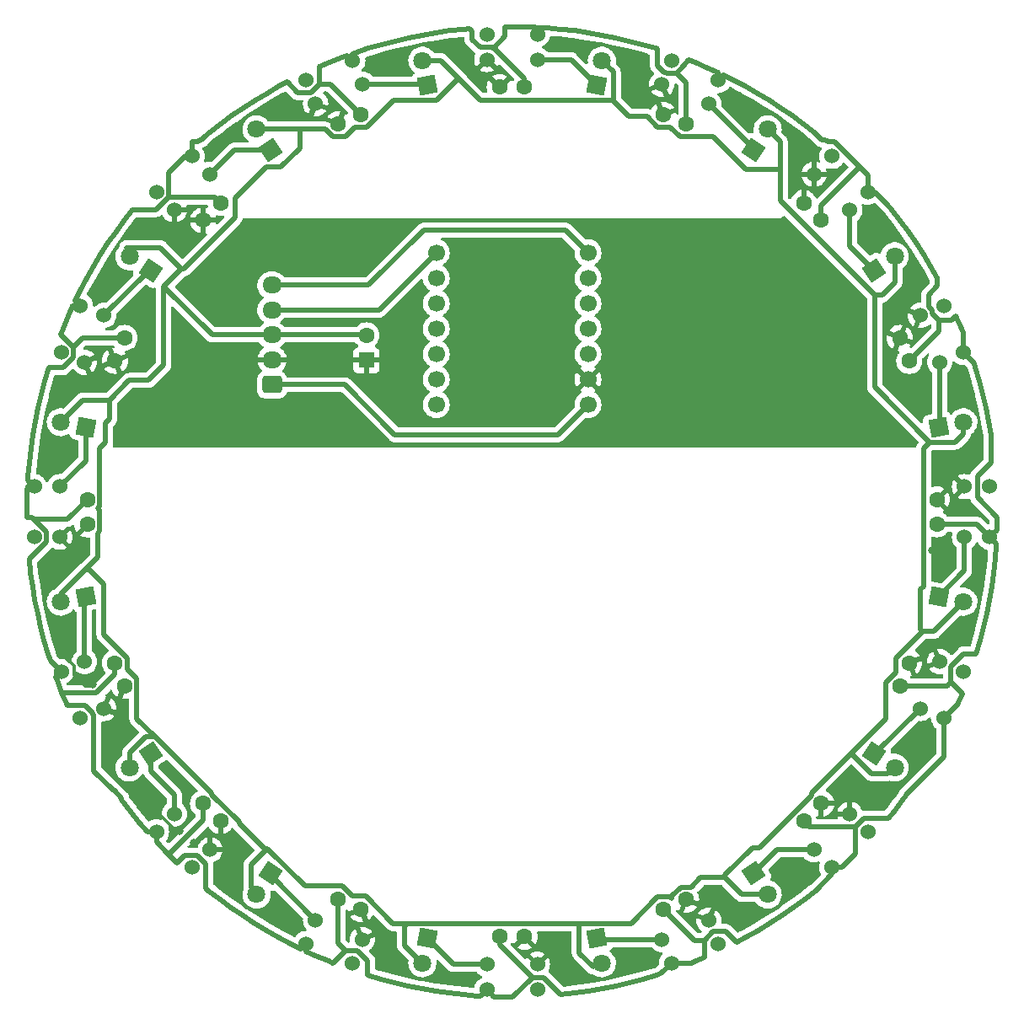
<source format=gbr>
%TF.GenerationSoftware,KiCad,Pcbnew,(6.0.11)*%
%TF.CreationDate,2023-09-02T14:34:40+09:00*%
%TF.ProjectId,line_board,6c696e65-5f62-46f6-9172-642e6b696361,rev?*%
%TF.SameCoordinates,Original*%
%TF.FileFunction,Copper,L1,Top*%
%TF.FilePolarity,Positive*%
%FSLAX46Y46*%
G04 Gerber Fmt 4.6, Leading zero omitted, Abs format (unit mm)*
G04 Created by KiCad (PCBNEW (6.0.11)) date 2023-09-02 14:34:40*
%MOMM*%
%LPD*%
G01*
G04 APERTURE LIST*
G04 Aperture macros list*
%AMRoundRect*
0 Rectangle with rounded corners*
0 $1 Rounding radius*
0 $2 $3 $4 $5 $6 $7 $8 $9 X,Y pos of 4 corners*
0 Add a 4 corners polygon primitive as box body*
4,1,4,$2,$3,$4,$5,$6,$7,$8,$9,$2,$3,0*
0 Add four circle primitives for the rounded corners*
1,1,$1+$1,$2,$3*
1,1,$1+$1,$4,$5*
1,1,$1+$1,$6,$7*
1,1,$1+$1,$8,$9*
0 Add four rect primitives between the rounded corners*
20,1,$1+$1,$2,$3,$4,$5,0*
20,1,$1+$1,$4,$5,$6,$7,0*
20,1,$1+$1,$6,$7,$8,$9,0*
20,1,$1+$1,$8,$9,$2,$3,0*%
%AMRotRect*
0 Rectangle, with rotation*
0 The origin of the aperture is its center*
0 $1 length*
0 $2 width*
0 $3 Rotation angle, in degrees counterclockwise*
0 Add horizontal line*
21,1,$1,$2,0,0,$3*%
G04 Aperture macros list end*
%TA.AperFunction,ComponentPad*%
%ADD10C,1.524000*%
%TD*%
%TA.AperFunction,ComponentPad*%
%ADD11RotRect,1.800000X1.800000X281.250000*%
%TD*%
%TA.AperFunction,ComponentPad*%
%ADD12C,1.800000*%
%TD*%
%TA.AperFunction,ComponentPad*%
%ADD13RotRect,1.800000X1.800000X56.250000*%
%TD*%
%TA.AperFunction,ComponentPad*%
%ADD14C,1.600000*%
%TD*%
%TA.AperFunction,ComponentPad*%
%ADD15RotRect,1.800000X1.800000X326.250000*%
%TD*%
%TA.AperFunction,ComponentPad*%
%ADD16RotRect,1.800000X1.800000X191.250000*%
%TD*%
%TA.AperFunction,ComponentPad*%
%ADD17RotRect,1.800000X1.800000X123.750000*%
%TD*%
%TA.AperFunction,ComponentPad*%
%ADD18RotRect,1.800000X1.800000X258.750000*%
%TD*%
%TA.AperFunction,ComponentPad*%
%ADD19RotRect,1.800000X1.800000X11.250000*%
%TD*%
%TA.AperFunction,ComponentPad*%
%ADD20RotRect,1.800000X1.800000X348.750000*%
%TD*%
%TA.AperFunction,ComponentPad*%
%ADD21RotRect,1.800000X1.800000X146.250000*%
%TD*%
%TA.AperFunction,ComponentPad*%
%ADD22RotRect,1.800000X1.800000X168.750000*%
%TD*%
%TA.AperFunction,ComponentPad*%
%ADD23RotRect,1.800000X1.800000X236.250000*%
%TD*%
%TA.AperFunction,ComponentPad*%
%ADD24RotRect,1.800000X1.800000X303.750000*%
%TD*%
%TA.AperFunction,ComponentPad*%
%ADD25RotRect,1.800000X1.800000X78.750000*%
%TD*%
%TA.AperFunction,ComponentPad*%
%ADD26RotRect,1.800000X1.800000X33.750000*%
%TD*%
%TA.AperFunction,ComponentPad*%
%ADD27RotRect,1.800000X1.800000X101.250000*%
%TD*%
%TA.AperFunction,ComponentPad*%
%ADD28RotRect,1.800000X1.800000X213.750000*%
%TD*%
%TA.AperFunction,ComponentPad*%
%ADD29C,1.700000*%
%TD*%
%TA.AperFunction,ComponentPad*%
%ADD30R,1.600000X1.600000*%
%TD*%
%TA.AperFunction,ComponentPad*%
%ADD31RoundRect,0.250000X0.725000X-0.600000X0.725000X0.600000X-0.725000X0.600000X-0.725000X-0.600000X0*%
%TD*%
%TA.AperFunction,ComponentPad*%
%ADD32O,1.950000X1.700000*%
%TD*%
%TA.AperFunction,ViaPad*%
%ADD33C,0.800000*%
%TD*%
%TA.AperFunction,Conductor*%
%ADD34C,0.500000*%
%TD*%
%TA.AperFunction,Conductor*%
%ADD35C,0.300000*%
%TD*%
G04 APERTURE END LIST*
D10*
%TO.P,U1,1,K(-)*%
%TO.N,Net-(D1-Pad1)*%
X149860000Y-136885982D03*
%TO.P,U1,2,VCC*%
%TO.N,+3.3V*%
X149860000Y-139425982D03*
%TO.P,U1,3,VOUT*%
%TO.N,D0*%
X154940000Y-139425982D03*
%TO.P,U1,4,GND*%
%TO.N,GND*%
X154940000Y-136885982D03*
%TD*%
%TO.P,U6,1,K(-)*%
%TO.N,Net-(D6-Pad1)*%
X111385387Y-71701897D03*
%TO.P,U6,2,VCC*%
%TO.N,+3.3V*%
X109038733Y-70729881D03*
%TO.P,U6,3,VOUT*%
%TO.N,D2*%
X107094701Y-75423189D03*
%TO.P,U6,4,GND*%
%TO.N,GND*%
X109441355Y-76395205D03*
%TD*%
D11*
%TO.P,D16,1,K*%
%TO.N,Net-(D16-Pad1)*%
X160923103Y-134288512D03*
D12*
%TO.P,D16,2,A*%
%TO.N,R-Trim*%
X161418632Y-136779707D03*
%TD*%
D13*
%TO.P,D10,1,K*%
%TO.N,Net-(D10-Pad1)*%
X176668964Y-55118911D03*
D12*
%TO.P,D10,2,A*%
%TO.N,R-Trim*%
X178080112Y-53006978D03*
%TD*%
D10*
%TO.P,U14,1,K(-)*%
%TO.N,Net-(D14-Pad1)*%
X193414613Y-111178067D03*
%TO.P,U14,2,VCC*%
%TO.N,+3.3V*%
X195761267Y-112150083D03*
%TO.P,U14,3,VOUT*%
%TO.N,D6*%
X197705299Y-107456775D03*
%TO.P,U14,4,GND*%
%TO.N,GND*%
X195358645Y-106484759D03*
%TD*%
%TO.P,U2,1,K(-)*%
%TO.N,Net-(D2-Pad1)*%
X132661915Y-132454595D03*
%TO.P,U2,2,VCC*%
%TO.N,+3.3V*%
X131689899Y-134801249D03*
%TO.P,U2,3,VOUT*%
%TO.N,D0*%
X136383207Y-136745281D03*
%TO.P,U2,4,GND*%
%TO.N,GND*%
X137355223Y-134398627D03*
%TD*%
%TO.P,U4,1,K(-)*%
%TO.N,Net-(D4-Pad1)*%
X109441355Y-106484759D03*
%TO.P,U4,2,VCC*%
%TO.N,+3.3V*%
X107094701Y-107456775D03*
%TO.P,U4,3,VOUT*%
%TO.N,D1*%
X109038733Y-112150083D03*
%TO.P,U4,4,GND*%
%TO.N,GND*%
X111385387Y-111178067D03*
%TD*%
D14*
%TO.P,C3,1*%
%TO.N,+3.3V*%
X121342469Y-120729746D03*
%TO.P,C3,2*%
%TO.N,GND*%
X123110236Y-122497513D03*
%TD*%
D10*
%TO.P,U8,1,K(-)*%
%TO.N,Net-(D8-Pad1)*%
X137355223Y-48481337D03*
%TO.P,U8,2,VCC*%
%TO.N,+3.3V*%
X136383207Y-46134683D03*
%TO.P,U8,3,VOUT*%
%TO.N,D3*%
X131689899Y-48078715D03*
%TO.P,U8,4,GND*%
%TO.N,GND*%
X132661915Y-50425369D03*
%TD*%
D15*
%TO.P,D14,1,K*%
%TO.N,Net-(D14-Pad1)*%
X188725230Y-115711724D03*
D12*
%TO.P,D14,2,A*%
%TO.N,R-Trim*%
X190837163Y-117122872D03*
%TD*%
D14*
%TO.P,C1,1*%
%TO.N,+3.3V*%
X151150000Y-134111964D03*
%TO.P,C1,2*%
%TO.N,GND*%
X153650000Y-134111964D03*
%TD*%
D16*
%TO.P,D4,1,K*%
%TO.N,Net-(D4-Pad1)*%
X109556375Y-99962109D03*
D12*
%TO.P,D4,2,A*%
%TO.N,R-Trim*%
X107065180Y-100457638D03*
%TD*%
D14*
%TO.P,C13,1*%
%TO.N,+3.3V*%
X192302125Y-76264971D03*
%TO.P,C13,2*%
%TO.N,GND*%
X191345416Y-73955272D03*
%TD*%
D10*
%TO.P,U7,1,K(-)*%
%TO.N,Net-(D7-Pad1)*%
X122060877Y-57508756D03*
%TO.P,U7,2,VCC*%
%TO.N,+3.3V*%
X120264826Y-55712705D03*
%TO.P,U7,3,VOUT*%
%TO.N,D3*%
X116672723Y-59304808D03*
%TO.P,U7,4,GND*%
%TO.N,GND*%
X118468774Y-61100859D03*
%TD*%
D17*
%TO.P,D7,1,K*%
%TO.N,Net-(D7-Pad1)*%
X128128257Y-55114753D03*
D12*
%TO.P,D7,2,A*%
%TO.N,R-Trim*%
X126717109Y-53002820D03*
%TD*%
D10*
%TO.P,U9,1,K(-)*%
%TO.N,Net-(D9-Pad1)*%
X154940000Y-45993982D03*
%TO.P,U9,2,VCC*%
%TO.N,+3.3V*%
X154940000Y-43453982D03*
%TO.P,U9,3,VOUT*%
%TO.N,D4*%
X149860000Y-43453982D03*
%TO.P,U9,4,GND*%
%TO.N,GND*%
X149860000Y-45993982D03*
%TD*%
%TO.P,U15,1,K(-)*%
%TO.N,Net-(D15-Pad1)*%
X182739123Y-125371208D03*
%TO.P,U15,2,VCC*%
%TO.N,+3.3V*%
X184535174Y-127167259D03*
%TO.P,U15,3,VOUT*%
%TO.N,D7*%
X188127277Y-123575156D03*
%TO.P,U15,4,GND*%
%TO.N,GND*%
X186331226Y-121779105D03*
%TD*%
%TO.P,U5,1,K(-)*%
%TO.N,Net-(D5-Pad1)*%
X106954000Y-88899982D03*
%TO.P,U5,2,VCC*%
%TO.N,+3.3V*%
X104414000Y-88899982D03*
%TO.P,U5,3,VOUT*%
%TO.N,D2*%
X104414000Y-93979982D03*
%TO.P,U5,4,GND*%
%TO.N,GND*%
X106954000Y-93979982D03*
%TD*%
D18*
%TO.P,D1,1,K*%
%TO.N,Net-(D1-Pad1)*%
X143876898Y-134288512D03*
D12*
%TO.P,D1,2,A*%
%TO.N,R-Trim*%
X143381369Y-136779707D03*
%TD*%
D14*
%TO.P,C7,1*%
%TO.N,+3.3V*%
X123110236Y-60382451D03*
%TO.P,C7,2*%
%TO.N,GND*%
X121342469Y-62150218D03*
%TD*%
D19*
%TO.P,D12,1,K*%
%TO.N,Net-(D12-Pad1)*%
X195248530Y-82916879D03*
D12*
%TO.P,D12,2,A*%
%TO.N,R-Trim*%
X197739725Y-82421350D03*
%TD*%
D20*
%TO.P,D13,1,K*%
%TO.N,Net-(D13-Pad1)*%
X195248530Y-99963084D03*
D12*
%TO.P,D13,2,A*%
%TO.N,R-Trim*%
X197739725Y-100458613D03*
%TD*%
D14*
%TO.P,C9,1*%
%TO.N,+3.3V*%
X167575011Y-131342107D03*
%TO.P,C9,2*%
%TO.N,GND*%
X169884710Y-130385398D03*
%TD*%
D21*
%TO.P,D6,1,K*%
%TO.N,Net-(D6-Pad1)*%
X116078928Y-67171017D03*
D12*
%TO.P,D6,2,A*%
%TO.N,R-Trim*%
X113966995Y-65759869D03*
%TD*%
D22*
%TO.P,D5,1,K*%
%TO.N,Net-(D5-Pad1)*%
X109556375Y-82917855D03*
D12*
%TO.P,D5,2,A*%
%TO.N,R-Trim*%
X107065180Y-82422326D03*
%TD*%
D10*
%TO.P,U10,1,K(-)*%
%TO.N,Net-(D10-Pad1)*%
X172138085Y-50425369D03*
%TO.P,U10,2,VCC*%
%TO.N,+3.3V*%
X173110101Y-48078715D03*
%TO.P,U10,3,VOUT*%
%TO.N,D4*%
X168416793Y-46134683D03*
%TO.P,U10,4,GND*%
%TO.N,GND*%
X167444777Y-48481337D03*
%TD*%
D23*
%TO.P,D2,1,K*%
%TO.N,Net-(D2-Pad1)*%
X128128258Y-127765212D03*
D12*
%TO.P,D2,2,A*%
%TO.N,R-Trim*%
X126717110Y-129877145D03*
%TD*%
D10*
%TO.P,U11,1,K(-)*%
%TO.N,Net-(D11-Pad1)*%
X186331226Y-61100859D03*
%TO.P,U11,2,VCC*%
%TO.N,+3.3V*%
X188127277Y-59304808D03*
%TO.P,U11,3,VOUT*%
%TO.N,D5*%
X184535174Y-55712705D03*
%TO.P,U11,4,GND*%
%TO.N,GND*%
X182739123Y-57508756D03*
%TD*%
%TO.P,U16,1,K(-)*%
%TO.N,Net-(D16-Pad1)*%
X167444777Y-134398627D03*
%TO.P,U16,2,VCC*%
%TO.N,+3.3V*%
X168416793Y-136745281D03*
%TO.P,U16,3,VOUT*%
%TO.N,D7*%
X173110101Y-134801249D03*
%TO.P,U16,4,GND*%
%TO.N,GND*%
X172138085Y-132454595D03*
%TD*%
D24*
%TO.P,D15,1,K*%
%TO.N,Net-(D15-Pad1)*%
X176668964Y-127761054D03*
D12*
%TO.P,D15,2,A*%
%TO.N,R-Trim*%
X178080112Y-129872987D03*
%TD*%
D10*
%TO.P,U3,1,K(-)*%
%TO.N,Net-(D3-Pad1)*%
X118468774Y-121779105D03*
%TO.P,U3,2,VCC*%
%TO.N,+3.3V*%
X116672723Y-123575156D03*
%TO.P,U3,3,VOUT*%
%TO.N,D1*%
X120264826Y-127167259D03*
%TO.P,U3,4,GND*%
%TO.N,GND*%
X122060877Y-125371208D03*
%TD*%
D14*
%TO.P,C15,1*%
%TO.N,+3.3V*%
X191345416Y-108924692D03*
%TO.P,C15,2*%
%TO.N,GND*%
X192302125Y-106614993D03*
%TD*%
%TO.P,C14,1*%
%TO.N,+3.3V*%
X181689764Y-122497513D03*
%TO.P,C14,2*%
%TO.N,GND*%
X183457531Y-120729746D03*
%TD*%
%TO.P,C2,1*%
%TO.N,+3.3V*%
X134915290Y-130385398D03*
%TO.P,C2,2*%
%TO.N,GND*%
X137224989Y-131342107D03*
%TD*%
%TO.P,C10,1*%
%TO.N,+3.3V*%
X153650000Y-48768000D03*
%TO.P,C10,2*%
%TO.N,GND*%
X151150000Y-48768000D03*
%TD*%
D25*
%TO.P,D9,1,K*%
%TO.N,Net-(D9-Pad1)*%
X160922127Y-48596357D03*
D12*
%TO.P,D9,2,A*%
%TO.N,R-Trim*%
X161417656Y-46105162D03*
%TD*%
D10*
%TO.P,U12,1,K(-)*%
%TO.N,Net-(D12-Pad1)*%
X195358645Y-76395205D03*
%TO.P,U12,2,VCC*%
%TO.N,+3.3V*%
X197705299Y-75423189D03*
%TO.P,U12,3,VOUT*%
%TO.N,D5*%
X195761267Y-70729881D03*
%TO.P,U12,4,GND*%
%TO.N,GND*%
X193414613Y-71701897D03*
%TD*%
%TO.P,U13,1,K(-)*%
%TO.N,Net-(D13-Pad1)*%
X197846000Y-93979982D03*
%TO.P,U13,2,VCC*%
%TO.N,+3.3V*%
X200386000Y-93979982D03*
%TO.P,U13,3,VOUT*%
%TO.N,D6*%
X200386000Y-88899982D03*
%TO.P,U13,4,GND*%
%TO.N,GND*%
X197846000Y-88899982D03*
%TD*%
D14*
%TO.P,C16,1*%
%TO.N,+3.3V*%
X195071982Y-92689982D03*
%TO.P,C16,2*%
%TO.N,GND*%
X195071982Y-90189982D03*
%TD*%
D26*
%TO.P,D11,1,K*%
%TO.N,Net-(D11-Pad1)*%
X188725229Y-67168239D03*
D12*
%TO.P,D11,2,A*%
%TO.N,R-Trim*%
X190837162Y-65757091D03*
%TD*%
D14*
%TO.P,C4,1*%
%TO.N,+3.3V*%
X112497875Y-106614993D03*
%TO.P,C4,2*%
%TO.N,GND*%
X113454584Y-108924692D03*
%TD*%
%TO.P,C11,1*%
%TO.N,+3.3V*%
X169884710Y-52494566D03*
%TO.P,C11,2*%
%TO.N,GND*%
X167575011Y-51537857D03*
%TD*%
%TO.P,C12,1*%
%TO.N,+3.3V*%
X183457531Y-62150218D03*
%TO.P,C12,2*%
%TO.N,GND*%
X181689764Y-60382451D03*
%TD*%
%TO.P,C6,1*%
%TO.N,+3.3V*%
X113454584Y-73955272D03*
%TO.P,C6,2*%
%TO.N,GND*%
X112497875Y-76264971D03*
%TD*%
D27*
%TO.P,D8,1,K*%
%TO.N,Net-(D8-Pad1)*%
X143876897Y-48591452D03*
D12*
%TO.P,D8,2,A*%
%TO.N,R-Trim*%
X143381368Y-46100257D03*
%TD*%
D28*
%TO.P,D3,1,K*%
%TO.N,Net-(D3-Pad1)*%
X116074771Y-115711725D03*
D12*
%TO.P,D3,2,A*%
%TO.N,R-Trim*%
X113962838Y-117122873D03*
%TD*%
D14*
%TO.P,C5,1*%
%TO.N,+3.3V*%
X109728018Y-90189982D03*
%TO.P,C5,2*%
%TO.N,GND*%
X109728018Y-92689982D03*
%TD*%
%TO.P,C8,1*%
%TO.N,+3.3V*%
X137224989Y-51537857D03*
%TO.P,C8,2*%
%TO.N,GND*%
X134915290Y-52494566D03*
%TD*%
D29*
%TO.P,U17,1,PA02_A0_D0*%
%TO.N,D0*%
X144780000Y-80645000D03*
%TO.P,U17,2,PA4_A1_D1*%
%TO.N,D1*%
X144780000Y-78105000D03*
%TO.P,U17,3,PA10_A2_D2*%
%TO.N,D2*%
X144780000Y-75565000D03*
%TO.P,U17,4,PA11_A3_D3*%
%TO.N,D3*%
X144780000Y-73025000D03*
%TO.P,U17,5,PA8_A4_D4_SDA*%
%TO.N,D4*%
X144780000Y-70485000D03*
%TO.P,U17,6,PA9_A5_D5_SCL*%
%TO.N,D5*%
X144780000Y-67945000D03*
%TO.P,U17,7,PB08_A6_D6_TX*%
%TO.N,TX*%
X144780000Y-65405000D03*
%TO.P,U17,8,PB09_A7_D7_RX*%
%TO.N,RX*%
X160020000Y-65405000D03*
%TO.P,U17,9,PA7_A8_D8_SCK*%
%TO.N,D6*%
X160020000Y-67945000D03*
%TO.P,U17,10,PA5_A9_D9_MISO*%
%TO.N,D7*%
X160020000Y-70485000D03*
%TO.P,U17,11,PA6_A10_D10_MOSI*%
%TO.N,unconnected-(U17-Pad11)*%
X160020000Y-73025000D03*
%TO.P,U17,12,3V3*%
%TO.N,+3.3V*%
X160020000Y-75565000D03*
%TO.P,U17,13,GND*%
%TO.N,GND*%
X160020000Y-78105000D03*
%TO.P,U17,14,5V*%
%TO.N,+5V*%
X160020000Y-80645000D03*
%TD*%
D30*
%TO.P,C17,1*%
%TO.N,GND*%
X137769600Y-76191826D03*
D14*
%TO.P,C17,2*%
%TO.N,R-Trim*%
X137769600Y-73691826D03*
%TD*%
D31*
%TO.P,J1,1,Pin_1*%
%TO.N,+5V*%
X128287000Y-78660000D03*
D32*
%TO.P,J1,2,Pin_2*%
%TO.N,GND*%
X128287000Y-76160000D03*
%TO.P,J1,3,Pin_3*%
%TO.N,R-Trim*%
X128287000Y-73660000D03*
%TO.P,J1,4,Pin_4*%
%TO.N,TX*%
X128287000Y-71160000D03*
%TO.P,J1,5,Pin_5*%
%TO.N,RX*%
X128287000Y-68660000D03*
%TD*%
D33*
%TO.N,GND*%
X158800800Y-84328000D03*
X195326000Y-86156800D03*
X113792000Y-80467200D03*
X186182000Y-118668800D03*
X162458400Y-73964800D03*
X194589742Y-95300800D03*
X140208000Y-46431200D03*
X165049200Y-136448800D03*
X134366000Y-65176400D03*
X191922400Y-78740000D03*
X107086400Y-103124000D03*
X193903600Y-105105200D03*
X187198000Y-71882000D03*
X135280400Y-80467200D03*
X162356800Y-63652400D03*
X181051200Y-53949600D03*
X115824000Y-63093600D03*
X162356800Y-71983600D03*
X192786000Y-67970400D03*
X129641600Y-50952400D03*
X192125600Y-84124800D03*
X164592000Y-48310800D03*
X152450800Y-73050400D03*
X132029200Y-80264000D03*
X162864800Y-84074000D03*
X119176800Y-73101200D03*
X186791600Y-77012800D03*
X162356800Y-66700400D03*
X162255200Y-77165200D03*
X180644800Y-127914400D03*
X120954800Y-77774800D03*
X125120400Y-125628400D03*
X187350400Y-74168000D03*
X180848000Y-64109600D03*
X120446800Y-124663200D03*
X183997600Y-66802000D03*
X110244912Y-108789971D03*
X116179600Y-120904000D03*
X115163600Y-71424800D03*
X119007912Y-123529112D03*
X140157200Y-135890000D03*
%TD*%
D34*
%TO.N,+3.3V*%
X105108403Y-79615386D02*
X105464939Y-78271221D01*
X183737779Y-54033053D02*
X184044769Y-54160208D01*
X170157562Y-46047238D02*
X170777617Y-46289329D01*
X169884710Y-48312573D02*
X169884710Y-52494566D01*
X103931091Y-96176918D02*
X105626000Y-94482009D01*
X179398913Y-50852090D02*
X180549874Y-51641705D01*
X172608074Y-133589249D02*
X171699308Y-134498015D01*
X116635507Y-61056051D02*
X117884723Y-59806835D01*
X161420445Y-43534348D02*
X162788260Y-43812235D01*
X201144110Y-92012330D02*
X201111807Y-93254175D01*
X118743511Y-126704145D02*
X117743439Y-125721804D01*
X150584414Y-140150396D02*
X149860000Y-139425982D01*
X151702105Y-43674695D02*
X151702105Y-42697483D01*
X125297796Y-131959002D02*
X124143958Y-131162980D01*
X182892758Y-129473022D02*
X181786564Y-130334072D01*
X107177277Y-109639471D02*
X106676547Y-108342112D01*
X121342469Y-120729746D02*
X121342469Y-122395931D01*
X184044769Y-54160208D02*
X184152820Y-54268259D01*
X120243600Y-54259627D02*
X120835696Y-54259627D01*
X195138553Y-68748153D02*
X194259200Y-69627506D01*
X109661436Y-67993632D02*
X110347607Y-66784100D01*
X154437973Y-138213982D02*
X152469495Y-140182460D01*
X149206659Y-140079323D02*
X148898391Y-140061573D01*
X181689764Y-122497513D02*
X182265380Y-123073129D01*
X110347607Y-66784100D02*
X111068036Y-65594577D01*
X168918820Y-47346683D02*
X169884710Y-48312573D01*
X179502204Y-131959002D02*
X178325924Y-132721539D01*
X131689899Y-134801249D02*
X131171726Y-135319422D01*
X136885234Y-135533281D02*
X135661084Y-135533281D01*
X200567694Y-98935918D02*
X200334283Y-100306797D01*
X116672723Y-123575156D02*
X115746390Y-123575156D01*
X120766853Y-125955259D02*
X119492397Y-125955259D01*
X201032150Y-94791070D02*
X200916772Y-96176918D01*
X200334283Y-100306797D02*
X200061852Y-101670511D01*
X154940000Y-43002504D02*
X154940000Y-43453982D01*
X149175982Y-44781982D02*
X150362027Y-44781982D01*
X195071982Y-92689982D02*
X199096000Y-92689982D01*
X167030400Y-46634400D02*
X167665337Y-47269337D01*
X109232568Y-73955272D02*
X113454584Y-73955272D01*
X133946701Y-136559780D02*
X132656981Y-136010530D01*
X109512972Y-110910295D02*
X107709895Y-110910295D01*
X199174000Y-90004800D02*
X201144015Y-91974815D01*
X197705299Y-73459190D02*
X197705299Y-75423189D01*
X167914766Y-47346683D02*
X168918820Y-47346683D01*
X113188472Y-120201474D02*
X112448443Y-119461445D01*
X112497875Y-106614993D02*
X112497875Y-107770925D01*
X191371411Y-62156110D02*
X192190856Y-63279659D01*
X109038733Y-70729881D02*
X108520906Y-70212054D01*
X120243600Y-55691479D02*
X120243600Y-54259627D01*
X186915277Y-123073129D02*
X187742328Y-122246078D01*
X167837420Y-47269337D02*
X167914766Y-47346683D01*
X108520906Y-70212054D02*
X109010033Y-69222266D01*
X132656981Y-136010530D02*
X131689899Y-135565407D01*
X119492397Y-125955259D02*
X118743511Y-126704145D01*
X128982818Y-48685406D02*
X129786617Y-48260000D01*
X174583492Y-48032483D02*
X175817182Y-48685406D01*
X121907242Y-129473022D02*
X121615200Y-129231900D01*
X186915277Y-125758723D02*
X186915277Y-123073129D01*
X142011740Y-43812235D02*
X143379555Y-43534348D01*
X168918820Y-47346683D02*
X169628793Y-46636710D01*
X113188472Y-120401632D02*
X113188472Y-120201474D01*
X167030400Y-44942388D02*
X167030400Y-46634400D01*
X194259200Y-69627506D02*
X194259200Y-70832457D01*
X146136249Y-43096589D02*
X147522835Y-42937080D01*
X140602512Y-138738393D02*
X139247352Y-138379606D01*
X148386800Y-43180000D02*
X148386800Y-43992800D01*
X162832653Y-139058048D02*
X161459102Y-139338345D01*
X133045200Y-46703475D02*
X134022383Y-46289329D01*
X122018048Y-53318389D02*
X123122278Y-52463923D01*
X190519991Y-61056056D02*
X191371411Y-62156110D01*
X158663751Y-43096589D02*
X160045232Y-43295734D01*
X184152820Y-54268259D02*
X184804755Y-54268259D01*
X196114954Y-108924692D02*
X196493299Y-108546347D01*
X134022383Y-46289329D02*
X135322574Y-45781688D01*
X136383207Y-45402202D02*
X136636747Y-45311487D01*
X184535174Y-127167259D02*
X185506741Y-127167259D01*
X103659395Y-90621719D02*
X103702567Y-89231770D01*
X194452390Y-66784102D02*
X195138553Y-67993619D01*
X107716000Y-92202000D02*
X104350045Y-92202000D01*
X192977941Y-64426158D02*
X193731961Y-65594578D01*
X168416793Y-136745281D02*
X167317852Y-137844222D01*
X103761292Y-88247274D02*
X103785373Y-87843572D01*
X104414000Y-88899982D02*
X103761292Y-88247274D01*
X200386000Y-93979982D02*
X201040688Y-94634670D01*
X134915290Y-134787487D02*
X135661084Y-135533281D01*
X199012897Y-105707202D02*
X197740845Y-105707202D01*
X200916772Y-96176918D02*
X200761913Y-97558899D01*
X133045200Y-48437441D02*
X134124573Y-48437441D01*
X109010033Y-69222266D02*
X109661436Y-67993632D01*
X158690803Y-139779885D02*
X157298239Y-139940782D01*
X125401087Y-50852090D02*
X126574150Y-50095772D01*
X200061852Y-101670511D02*
X199750642Y-103025862D01*
X121615200Y-129231900D02*
X121615200Y-126803606D01*
X191345416Y-108924692D02*
X196114954Y-108924692D01*
X136383207Y-46134683D02*
X136383207Y-45402202D01*
X169628793Y-46576007D02*
X170157562Y-46047238D01*
X104038084Y-97558900D02*
X103883225Y-96176918D01*
X104738145Y-101670511D02*
X104465714Y-100306797D01*
X131689899Y-135565407D02*
X131689899Y-134801249D01*
X151699109Y-140182460D02*
X150584414Y-140150396D01*
X197154348Y-110757002D02*
X195761267Y-112150083D01*
X111068036Y-65594577D02*
X111822056Y-64426157D01*
X183457531Y-60636469D02*
X187315248Y-56778752D01*
X187742328Y-122246078D02*
X190173922Y-122246078D01*
X199691594Y-79615387D02*
X200009634Y-80969133D01*
X104160375Y-92012330D02*
X103655887Y-92012330D01*
X147522835Y-42937080D02*
X148094641Y-42887841D01*
X104069566Y-85077176D02*
X104270731Y-83701146D01*
X105464939Y-78271221D02*
X105859670Y-76937783D01*
X200009634Y-80969133D02*
X200288940Y-82331449D01*
X193731961Y-65594578D02*
X194452390Y-66784102D01*
X106554523Y-107996953D02*
X107094701Y-107456775D01*
X197612000Y-109665048D02*
X197154348Y-110757002D01*
X190145887Y-60596866D02*
X190519991Y-61056056D01*
X200529266Y-86490734D02*
X199174000Y-87846000D01*
X175910030Y-134143600D02*
X174918957Y-134670800D01*
X194626613Y-71538213D02*
X195275200Y-72186800D01*
X174918957Y-134670800D02*
X173837406Y-133589249D01*
X157277165Y-42937080D02*
X158663751Y-43096589D01*
X148386800Y-43992800D02*
X149175982Y-44781982D01*
X164147542Y-44129164D02*
X165497235Y-44484890D01*
X146109197Y-139779885D02*
X144721869Y-139579018D01*
X143340898Y-139338345D02*
X141967347Y-139058048D01*
X110629329Y-109639471D02*
X107177277Y-109639471D01*
X116672723Y-124601658D02*
X116672723Y-123575156D01*
X153097895Y-42697483D02*
X154493047Y-42737442D01*
X171699308Y-136199492D02*
X170853299Y-136559780D01*
X116772062Y-124711148D02*
X116672723Y-124601658D01*
X165552648Y-138379606D02*
X164197488Y-138738393D01*
X172062702Y-46833969D02*
X173110101Y-47313695D01*
X197530342Y-73012607D02*
X197705299Y-73459190D01*
X123122278Y-52463923D02*
X124250126Y-51641705D01*
X151702105Y-42697483D02*
X153097895Y-42697483D01*
X128889970Y-134143600D02*
X127671777Y-133449927D01*
X201111807Y-93254175D02*
X200386000Y-93979982D01*
X197740845Y-105707202D02*
X196493299Y-106954748D01*
X173837406Y-133589249D02*
X172608074Y-133589249D01*
X185506741Y-127167259D02*
X186915277Y-125758723D01*
X124143958Y-131162980D02*
X123013436Y-130334072D01*
X199096000Y-92689982D02*
X200386000Y-93979982D01*
X129786617Y-48260000D02*
X130817332Y-49290715D01*
X104350045Y-92202000D02*
X104160375Y-92012330D01*
X121342469Y-122395931D02*
X118016596Y-125721804D01*
X104790363Y-80969132D02*
X105108403Y-79615386D01*
X190173922Y-122246078D02*
X190762270Y-121517494D01*
X133045200Y-48437441D02*
X133045200Y-46703475D01*
X103655887Y-92012330D02*
X103659395Y-90621719D01*
X192190856Y-63279659D02*
X192977941Y-64426158D01*
X114918418Y-122608099D02*
X114037730Y-121517494D01*
X196532298Y-72186800D02*
X196986336Y-71732762D01*
X103883225Y-96176918D02*
X103931091Y-96176918D01*
X105859670Y-76937783D02*
X107294134Y-76937783D01*
X105787100Y-105707203D02*
X105399096Y-104371768D01*
X201040688Y-94634670D02*
X201032150Y-94791070D01*
X170380441Y-136745281D02*
X168416793Y-136745281D01*
X199174000Y-87846000D02*
X199174000Y-90004800D01*
X118016596Y-125721804D02*
X117743439Y-125721804D01*
X141967347Y-139058048D02*
X140602512Y-138738393D01*
X134124573Y-48437441D02*
X137224989Y-51537857D01*
X114037730Y-121517494D02*
X113188472Y-120401632D01*
X173110101Y-48078715D02*
X173627672Y-47561144D01*
X105399096Y-104371768D02*
X105049356Y-103025863D01*
X120835696Y-54259627D02*
X121062237Y-54033086D01*
X121556883Y-53694097D02*
X122018048Y-53318389D01*
X183496616Y-54033053D02*
X183737779Y-54033053D01*
X126574150Y-50095772D02*
X127768414Y-49373329D01*
X181786564Y-130334072D02*
X180656042Y-131162980D01*
X119554853Y-55712705D02*
X120264826Y-55712705D01*
X169628793Y-46636710D02*
X169628793Y-46576007D01*
X188127277Y-57590781D02*
X188127277Y-59304808D01*
X200529266Y-83701146D02*
X200529266Y-86490734D01*
X191961517Y-119851525D02*
X195761267Y-116051775D01*
X103722358Y-88899982D02*
X104414000Y-88899982D01*
X188853829Y-59304808D02*
X190145887Y-60596866D01*
X105996762Y-106358836D02*
X105787100Y-105707203D01*
X110388400Y-117443112D02*
X110388400Y-111895107D01*
X166896889Y-137982014D02*
X165552648Y-138379606D01*
X200761913Y-97558899D02*
X200567694Y-98935918D01*
X111822056Y-64426157D02*
X112609142Y-63279658D01*
X137963842Y-44879102D02*
X139302765Y-44484890D01*
X151150000Y-134111964D02*
X151150000Y-134926009D01*
X144721869Y-139579018D02*
X143340898Y-139338345D01*
X164197488Y-138738393D02*
X162832653Y-139058048D01*
X154940000Y-43453982D02*
X154940000Y-42817329D01*
X107294134Y-76937783D02*
X108306701Y-75925216D01*
X112448443Y-119461445D02*
X112269215Y-119323927D01*
X148094641Y-42887841D02*
X148386800Y-43180000D01*
X113428587Y-62156109D02*
X114280011Y-61056051D01*
X161459102Y-139338345D02*
X160078131Y-139579018D01*
X160045232Y-43295734D02*
X161420445Y-43534348D01*
X134440765Y-136753600D02*
X133946701Y-136559780D01*
X137903111Y-136551158D02*
X136885234Y-135533281D01*
X197705299Y-75423189D02*
X198804289Y-76522179D01*
X104465714Y-100306797D02*
X104232303Y-98935919D01*
X184804755Y-54268259D02*
X187315248Y-56778752D01*
X154686000Y-42748504D02*
X154940000Y-43002504D01*
X177128223Y-133449927D02*
X175910030Y-134143600D01*
X143379555Y-43534348D02*
X144754768Y-43295734D01*
X135843742Y-45595218D02*
X136383207Y-46134683D01*
X108274145Y-70729881D02*
X109038733Y-70729881D01*
X184535174Y-127167259D02*
X184535174Y-127830606D01*
X173110101Y-47313695D02*
X173110101Y-48078715D01*
X187315248Y-56778752D02*
X188127277Y-57590781D01*
X109728018Y-90189982D02*
X107716000Y-92202000D01*
X106676547Y-108342112D02*
X106554523Y-107996953D01*
X137903111Y-137982014D02*
X137903111Y-136551158D01*
X194259200Y-70832457D02*
X194626613Y-71199870D01*
X136636747Y-45311487D02*
X137963842Y-44879102D01*
X112609142Y-63279658D02*
X113428587Y-62156109D01*
X177031586Y-49373329D02*
X178225850Y-50095772D01*
X155886526Y-42817329D02*
X157277165Y-42937080D01*
X173627672Y-47561144D02*
X174583492Y-48032483D01*
X112269215Y-119323927D02*
X110388400Y-117443112D01*
X126474076Y-132721539D02*
X125297796Y-131959002D01*
X182265380Y-123073129D02*
X186915277Y-123073129D01*
X107094701Y-107456775D02*
X105996762Y-106358836D01*
X175817182Y-48685406D02*
X177031586Y-49373329D01*
X105049356Y-103025863D02*
X104738145Y-101670511D01*
X167575011Y-131342107D02*
X170730919Y-134498015D01*
X154940000Y-42817329D02*
X155886526Y-42817329D01*
X139302765Y-44484890D02*
X140652458Y-44129164D01*
X181677722Y-52463923D02*
X182781952Y-53318389D01*
X107035600Y-73610038D02*
X107269655Y-73012606D01*
X103907741Y-86458326D02*
X104069566Y-85077176D01*
X104511058Y-82331448D02*
X104790363Y-80969132D01*
X135661084Y-135533281D02*
X134440765Y-136753600D01*
X150385645Y-44805600D02*
X150571200Y-44805600D01*
X152469495Y-140182460D02*
X151699109Y-140182460D01*
X122534620Y-59806835D02*
X123110236Y-60382451D01*
X148898391Y-140061573D02*
X147501761Y-139940782D01*
X103702567Y-89231770D02*
X103722358Y-88899982D01*
X139247352Y-138379606D02*
X137903111Y-137982014D01*
X105626000Y-93477955D02*
X104160375Y-92012330D01*
X147501761Y-139940782D02*
X146109197Y-139779885D01*
X117884723Y-59806835D02*
X117884723Y-57382835D01*
X144754768Y-43295734D02*
X146136249Y-43096589D01*
X155571439Y-138213982D02*
X154437973Y-138213982D01*
X183457531Y-62150218D02*
X183457531Y-60636469D01*
X198940327Y-76937784D02*
X199335058Y-78271222D01*
X190762270Y-121517494D02*
X191611528Y-120401632D01*
X150571200Y-44805600D02*
X153650000Y-47884400D01*
X107813661Y-71732761D02*
X108274145Y-70729881D01*
X149860000Y-139425982D02*
X149206659Y-140079323D01*
X195275200Y-72186800D02*
X195275200Y-73291896D01*
X117884723Y-57382835D02*
X119554853Y-55712705D01*
X199400901Y-104371767D02*
X199012897Y-105707202D01*
X104270731Y-83701146D02*
X104511058Y-82331448D01*
X117743439Y-125721804D02*
X116772062Y-124711148D01*
X162788260Y-43812235D02*
X164147542Y-44129164D01*
X195138553Y-67993619D02*
X195138553Y-68748153D01*
X121062237Y-54033086D02*
X121217894Y-54033086D01*
X153650000Y-47884400D02*
X153650000Y-48768000D01*
X114280011Y-61056051D02*
X116635507Y-61056051D01*
X170853299Y-136559780D02*
X170380441Y-136745281D01*
X171699308Y-134498015D02*
X171699308Y-136199492D01*
X112497875Y-107770925D02*
X110629329Y-109639471D01*
X130127541Y-134801924D02*
X128889970Y-134143600D01*
X196493299Y-108546347D02*
X197612000Y-109665048D01*
X121615200Y-126803606D02*
X120766853Y-125955259D01*
X150362027Y-44781982D02*
X150385645Y-44805600D01*
X188127277Y-59304808D02*
X188853829Y-59304808D01*
X108306701Y-74881139D02*
X107035600Y-73610038D01*
X166836158Y-44879102D02*
X167030400Y-44942388D01*
X180656042Y-131162980D02*
X179502204Y-131959002D01*
X178325924Y-132721539D02*
X177128223Y-133449927D01*
X198804289Y-76522179D02*
X198940327Y-76937784D01*
X195761267Y-116051775D02*
X195761267Y-112150083D01*
X200288940Y-82331449D02*
X200529266Y-83701146D01*
X178225850Y-50095772D02*
X179398913Y-50852090D01*
X180549874Y-51641705D02*
X181677722Y-52463923D01*
X182781952Y-53318389D02*
X183496616Y-54033053D01*
X184535174Y-127830606D02*
X182892758Y-129473022D01*
X120264826Y-55712705D02*
X120243600Y-55691479D01*
X127768414Y-49373329D02*
X128982818Y-48685406D01*
X195275200Y-72186800D02*
X196532298Y-72186800D01*
X134915290Y-130385398D02*
X134915290Y-134787487D01*
X127671777Y-133449927D02*
X126474076Y-132721539D01*
X104232303Y-98935919D02*
X104038084Y-97558900D01*
X103785373Y-87843572D02*
X103907741Y-86458326D01*
X194626613Y-71199870D02*
X194626613Y-71538213D01*
X167317852Y-137844222D02*
X166896889Y-137982014D01*
X165497235Y-44484890D02*
X166836158Y-44879102D01*
X196986336Y-71732762D02*
X197530342Y-73012607D01*
X110250733Y-111648056D02*
X109512972Y-110910295D01*
X150571200Y-44805600D02*
X151702105Y-43674695D01*
X131171726Y-135319422D02*
X130127541Y-134801924D01*
X117884723Y-59806835D02*
X122534620Y-59806835D01*
X108306701Y-75925216D02*
X108306701Y-74881139D01*
X110388400Y-111895107D02*
X110250733Y-111757440D01*
X195275200Y-73291896D02*
X192302125Y-76264971D01*
X130817332Y-49290715D02*
X132191926Y-49290715D01*
X140652458Y-44129164D02*
X142011740Y-43812235D01*
X201144015Y-91974815D02*
X201144110Y-92012330D01*
X110250733Y-111757440D02*
X110250733Y-111648056D01*
X170777617Y-46289329D02*
X172062702Y-46833969D01*
X160078131Y-139579018D02*
X158690803Y-139779885D01*
X196493299Y-106954748D02*
X196493299Y-108546347D01*
X107709895Y-110910295D02*
X107177277Y-109639471D01*
X105626000Y-94482009D02*
X105626000Y-93477955D01*
X151150000Y-134926009D02*
X154437973Y-138213982D01*
X154493047Y-42737442D02*
X154686000Y-42748504D01*
X167665337Y-47269337D02*
X167837420Y-47269337D01*
X124250126Y-51641705D02*
X125401087Y-50852090D01*
X108306701Y-74881139D02*
X109232568Y-73955272D01*
X157298239Y-139940782D02*
X155571439Y-138213982D01*
X135322574Y-45781688D02*
X135843742Y-45595218D01*
X191611528Y-120401632D02*
X191961517Y-119916919D01*
X132191926Y-49290715D02*
X133045200Y-48437441D01*
X191961517Y-119916919D02*
X191961517Y-119851525D01*
X199335058Y-78271222D02*
X199691594Y-79615387D01*
X121217894Y-54033086D02*
X121556883Y-53694097D01*
X123013436Y-130334072D02*
X121907242Y-129473022D01*
X170730919Y-134498015D02*
X171699308Y-134498015D01*
X115746390Y-123575156D02*
X114918418Y-122608099D01*
X107269655Y-73012606D02*
X107813661Y-71732761D01*
X199750642Y-103025862D02*
X199400901Y-104371767D01*
D35*
%TO.N,GND*%
X118646175Y-123529112D02*
X116179600Y-121062537D01*
X116179600Y-121062537D02*
X116179600Y-120904000D01*
X108407200Y-106934000D02*
X108407200Y-107848400D01*
X107086400Y-103124000D02*
X107086400Y-105613200D01*
X108204000Y-106730800D02*
X108407200Y-106934000D01*
X110185200Y-108915200D02*
X110185200Y-108849683D01*
X107086400Y-105613200D02*
X108204000Y-106730800D01*
X109474000Y-108915200D02*
X110185200Y-108915200D01*
X110185200Y-108849683D02*
X110244912Y-108789971D01*
X108407200Y-107848400D02*
X109474000Y-108915200D01*
X119007912Y-123529112D02*
X118646175Y-123529112D01*
D34*
%TO.N,R-Trim*%
X136594543Y-52787857D02*
X137813743Y-52787857D01*
X131572000Y-129032000D02*
X127812800Y-125272800D01*
X127508000Y-125272800D02*
X124968000Y-122732800D01*
X126187200Y-126898400D02*
X126187200Y-129133600D01*
X179324000Y-56845200D02*
X179324000Y-60147200D01*
X194355008Y-84425167D02*
X193740242Y-85039933D01*
X141895376Y-132780224D02*
X141579600Y-133096000D01*
X133655777Y-53002820D02*
X134397523Y-53744566D01*
X131096380Y-54882420D02*
X131096380Y-53002820D01*
X107065180Y-99690820D02*
X107065180Y-100457638D01*
X117398800Y-68783200D02*
X119176800Y-67005200D01*
X124968000Y-122732800D02*
X124968000Y-122587510D01*
X141579600Y-133096000D02*
X141579600Y-134977938D01*
X162525045Y-50104645D02*
X162560000Y-50139600D01*
X190837163Y-117122872D02*
X190725128Y-117122872D01*
X111556800Y-82516470D02*
X111963200Y-82110070D01*
X116509477Y-114013389D02*
X115602611Y-114013389D01*
X188823600Y-69646800D02*
X189585600Y-69646800D01*
X127812800Y-125272800D02*
X126187200Y-126898400D01*
X188823600Y-69646800D02*
X188823600Y-78893759D01*
X194769538Y-103428800D02*
X197739725Y-100458613D01*
X137698649Y-130048000D02*
X136345659Y-130048000D01*
X193649600Y-103428800D02*
X190948279Y-106130121D01*
X109274306Y-80213200D02*
X107065180Y-82422326D01*
X124561600Y-59945040D02*
X127693551Y-56813089D01*
X115874800Y-78232000D02*
X117398800Y-76708000D01*
X186486800Y-115671600D02*
X182450071Y-119708329D01*
X182450071Y-119708329D02*
X182450071Y-119969439D01*
X136345659Y-130048000D02*
X135329659Y-129032000D01*
X190948279Y-106130121D02*
X190948279Y-107554062D01*
X193446400Y-99212400D02*
X193446400Y-103225600D01*
X128287000Y-73660000D02*
X137737774Y-73660000D01*
X182450071Y-119969439D02*
X177248310Y-125171200D01*
X165963600Y-51714400D02*
X167037057Y-52787857D01*
X110978018Y-93390382D02*
X110978018Y-91267618D01*
X175491387Y-129872987D02*
X178080112Y-129872987D01*
X177248310Y-125171200D02*
X176530000Y-125171200D01*
X159156400Y-132791200D02*
X159156400Y-135737600D01*
X179120800Y-57048400D02*
X179324000Y-56845200D01*
X189941200Y-108561141D02*
X189941200Y-112217200D01*
X179324000Y-56845200D02*
X179324000Y-54250866D01*
X137737774Y-73660000D02*
X137769600Y-73691826D01*
X140501860Y-50099740D02*
X144819860Y-50099740D01*
X167037057Y-52787857D02*
X168307057Y-52787857D01*
X190948279Y-107554062D02*
X189941200Y-108561141D01*
X168452800Y-130049541D02*
X168452800Y-130302000D01*
X196905233Y-84425167D02*
X197739725Y-83590675D01*
X173786800Y-128168400D02*
X175491387Y-129872987D01*
X149215445Y-50104645D02*
X162525045Y-50104645D01*
X109931200Y-97231200D02*
X109524800Y-97231200D01*
X159145424Y-132780224D02*
X141895376Y-132780224D01*
X159156400Y-132791200D02*
X159145424Y-132780224D01*
X111963200Y-82110070D02*
X111963200Y-80213200D01*
X111404400Y-98704400D02*
X109931200Y-97231200D01*
X197739725Y-83590675D02*
X197739725Y-82421350D01*
X193740242Y-98918558D02*
X193446400Y-99212400D01*
X110978018Y-90901182D02*
X110978018Y-85059182D01*
X170381402Y-129135398D02*
X169366943Y-129135398D01*
X111556800Y-84480400D02*
X111556800Y-82516470D01*
X114704584Y-108202048D02*
X113747875Y-107245339D01*
X113747875Y-107245339D02*
X113747875Y-106097226D01*
X189941200Y-112217200D02*
X186486800Y-115671600D01*
X168307057Y-52787857D02*
X169265600Y-53746400D01*
X111404400Y-103753751D02*
X111404400Y-98704400D01*
X111963200Y-80213200D02*
X113944400Y-78232000D01*
X127693551Y-56813089D02*
X129165711Y-56813089D01*
X175920400Y-57048400D02*
X179120800Y-57048400D01*
X122195845Y-119815355D02*
X122195845Y-119699757D01*
X127812800Y-125272800D02*
X127508000Y-125272800D01*
X141579600Y-134977938D02*
X143381369Y-136779707D01*
X173786800Y-127914400D02*
X173786800Y-128168400D01*
X194355008Y-84425167D02*
X196905233Y-84425167D01*
X115602611Y-114013389D02*
X113962838Y-115653162D01*
X135329659Y-129032000D02*
X131572000Y-129032000D01*
X164348976Y-132780224D02*
X159167376Y-132780224D01*
X110978018Y-85059182D02*
X111556800Y-84480400D01*
X124561600Y-61874400D02*
X124561600Y-59945040D01*
X167037093Y-130092107D02*
X164348976Y-132780224D01*
X116509477Y-114013389D02*
X114704584Y-112208496D01*
X173786800Y-128168400D02*
X171348400Y-128168400D01*
X169265600Y-53746400D02*
X172618400Y-53746400D01*
X168242907Y-130092107D02*
X167037093Y-130092107D01*
X117398800Y-68783200D02*
X122275600Y-73660000D01*
X141895376Y-132780224D02*
X140430873Y-132780224D01*
X145211057Y-46100257D02*
X143381368Y-46100257D01*
X117043200Y-64871600D02*
X113690400Y-64871600D01*
X129165711Y-56813089D02*
X131096380Y-54882420D01*
X110794800Y-95961200D02*
X110794800Y-93573600D01*
X135637834Y-53744566D02*
X136594543Y-52787857D01*
X147015200Y-47904400D02*
X149215445Y-50104645D01*
X119430800Y-67005200D02*
X124561600Y-61874400D01*
X124968000Y-122587510D02*
X122195845Y-119815355D01*
X159167376Y-132780224D02*
X159156400Y-132791200D01*
X179324000Y-60147200D02*
X188823600Y-69646800D01*
X113944400Y-78232000D02*
X115874800Y-78232000D01*
X176530000Y-125171200D02*
X173786800Y-127914400D01*
X122275600Y-73660000D02*
X128287000Y-73660000D01*
X171348400Y-128168400D02*
X170381402Y-129135398D01*
X172618400Y-53746400D02*
X175920400Y-57048400D01*
X109524800Y-97231200D02*
X110794800Y-95961200D01*
X169366943Y-129135398D02*
X168452800Y-130049541D01*
X188518800Y-117703600D02*
X190144400Y-117703600D01*
X193740242Y-85039933D02*
X193740242Y-98918558D01*
X117398800Y-76708000D02*
X117398800Y-68783200D01*
X179324000Y-54250866D02*
X178080112Y-53006978D01*
X119176800Y-67005200D02*
X119430800Y-67005200D01*
X113747875Y-106097226D02*
X111404400Y-103753751D01*
X140430873Y-132780224D02*
X137698649Y-130048000D01*
X131096380Y-53002820D02*
X133655777Y-53002820D01*
X186486800Y-115671600D02*
X188518800Y-117703600D01*
X109524800Y-97231200D02*
X107065180Y-99690820D01*
X190837162Y-68395238D02*
X190837162Y-65757091D01*
X190725128Y-117122872D02*
X190144400Y-117703600D01*
X164134800Y-51714400D02*
X165963600Y-51714400D01*
X110794800Y-93573600D02*
X110978018Y-93390382D01*
X113962838Y-115653162D02*
X113962838Y-117122873D01*
X162560000Y-47247506D02*
X161417656Y-46105162D01*
X110978018Y-91267618D02*
X110794800Y-91084400D01*
X189585600Y-69646800D02*
X190837162Y-68395238D01*
X137813743Y-52787857D02*
X140501860Y-50099740D01*
X122195845Y-119699757D02*
X116509477Y-114013389D01*
X162560000Y-50139600D02*
X162560000Y-47247506D01*
X188823600Y-78893759D02*
X194355008Y-84425167D01*
X119176800Y-67005200D02*
X117043200Y-64871600D01*
X111963200Y-80213200D02*
X109274306Y-80213200D01*
X144819860Y-50099740D02*
X147015200Y-47904400D01*
X134397523Y-53744566D02*
X135637834Y-53744566D01*
X159156400Y-135737600D02*
X160578800Y-137160000D01*
X168452800Y-130302000D02*
X168242907Y-130092107D01*
X126717109Y-53002820D02*
X131096380Y-53002820D01*
X147015200Y-47904400D02*
X145211057Y-46100257D01*
X162525045Y-50104645D02*
X164134800Y-51714400D01*
X193649600Y-103428800D02*
X194769538Y-103428800D01*
X193446400Y-103225600D02*
X193649600Y-103428800D01*
X110794800Y-91084400D02*
X110978018Y-90901182D01*
X114704584Y-112208496D02*
X114704584Y-108202048D01*
%TO.N,Net-(D1-Pad1)*%
X149860000Y-136885982D02*
X146474368Y-136885982D01*
X146474368Y-136885982D02*
X143876898Y-134288512D01*
%TO.N,Net-(D2-Pad1)*%
X128128258Y-127920938D02*
X128128258Y-127765212D01*
X132661915Y-132454595D02*
X128128258Y-127920938D01*
%TO.N,Net-(D3-Pad1)*%
X118468774Y-119840374D02*
X118468774Y-121779105D01*
X116074771Y-117446371D02*
X118468774Y-119840374D01*
X116074771Y-115711725D02*
X116074771Y-117446371D01*
%TO.N,Net-(D4-Pad1)*%
X109441355Y-100077129D02*
X109556375Y-99962109D01*
X109441355Y-106484759D02*
X109441355Y-100077129D01*
%TO.N,Net-(D5-Pad1)*%
X109556375Y-86297607D02*
X106954000Y-88899982D01*
X109556375Y-82917855D02*
X109556375Y-86297607D01*
%TO.N,Net-(D6-Pad1)*%
X115916267Y-67171017D02*
X116078928Y-67171017D01*
X111385387Y-71701897D02*
X115916267Y-67171017D01*
%TO.N,Net-(D7-Pad1)*%
X128128257Y-55114753D02*
X124454880Y-55114753D01*
X124454880Y-55114753D02*
X122060877Y-57508756D01*
%TO.N,Net-(D8-Pad1)*%
X143766782Y-48481337D02*
X143876897Y-48591452D01*
X137355223Y-48481337D02*
X143766782Y-48481337D01*
%TO.N,Net-(D9-Pad1)*%
X158319752Y-45993982D02*
X160922127Y-48596357D01*
X154940000Y-45993982D02*
X158319752Y-45993982D01*
%TO.N,Net-(D10-Pad1)*%
X176668964Y-54956248D02*
X176668964Y-55118911D01*
X172138085Y-50425369D02*
X176668964Y-54956248D01*
%TO.N,Net-(D11-Pad1)*%
X186331226Y-61100859D02*
X186331226Y-64774236D01*
X186331226Y-64774236D02*
X188725229Y-67168239D01*
%TO.N,Net-(D12-Pad1)*%
X195358645Y-76395205D02*
X195358645Y-82806764D01*
X195358645Y-82806764D02*
X195248530Y-82916879D01*
%TO.N,Net-(D13-Pad1)*%
X197846000Y-97365614D02*
X195248530Y-99963084D01*
X197846000Y-93979982D02*
X197846000Y-97365614D01*
%TO.N,Net-(D14-Pad1)*%
X188880956Y-115711724D02*
X188725230Y-115711724D01*
X193414613Y-111178067D02*
X188880956Y-115711724D01*
%TO.N,Net-(D15-Pad1)*%
X182739123Y-125371208D02*
X179058810Y-125371208D01*
X179058810Y-125371208D02*
X176668964Y-127761054D01*
%TO.N,Net-(D16-Pad1)*%
X161033218Y-134398627D02*
X160923103Y-134288512D01*
X167444777Y-134398627D02*
X161033218Y-134398627D01*
%TO.N,+5V*%
X140614400Y-83667600D02*
X156997400Y-83667600D01*
X128287000Y-78660000D02*
X135606800Y-78660000D01*
X156997400Y-83667600D02*
X160020000Y-80645000D01*
X135606800Y-78660000D02*
X140614400Y-83667600D01*
%TO.N,TX*%
X139025000Y-71160000D02*
X144780000Y-65405000D01*
X128287000Y-71160000D02*
X139025000Y-71160000D01*
%TO.N,RX*%
X143510000Y-63144400D02*
X157759400Y-63144400D01*
X128287000Y-68660000D02*
X137994400Y-68660000D01*
X137994400Y-68660000D02*
X143510000Y-63144400D01*
X157759400Y-63144400D02*
X160020000Y-65405000D01*
%TD*%
%TA.AperFunction,Conductor*%
%TO.N,GND*%
G36*
X137380121Y-131082648D02*
G01*
X137410671Y-131126649D01*
X137943876Y-132413919D01*
X137952725Y-132424900D01*
X137962646Y-132422368D01*
X138064456Y-132351079D01*
X138072864Y-132344023D01*
X138226905Y-132189982D01*
X138233961Y-132181574D01*
X138362077Y-131998605D01*
X138363356Y-131999501D01*
X138409502Y-131955489D01*
X138479214Y-131942044D01*
X138545129Y-131968423D01*
X138556348Y-131978380D01*
X139847103Y-133269135D01*
X139859489Y-133283547D01*
X139868022Y-133295142D01*
X139868027Y-133295147D01*
X139872365Y-133301042D01*
X139877943Y-133305781D01*
X139877946Y-133305784D01*
X139912641Y-133335259D01*
X139920157Y-133342189D01*
X139925852Y-133347884D01*
X139928734Y-133350164D01*
X139948124Y-133365505D01*
X139951528Y-133368296D01*
X139996389Y-133406408D01*
X140007158Y-133415557D01*
X140013674Y-133418885D01*
X140018723Y-133422252D01*
X140023852Y-133425419D01*
X140029589Y-133429958D01*
X140095748Y-133460879D01*
X140099642Y-133462782D01*
X140164681Y-133495993D01*
X140171789Y-133497732D01*
X140177432Y-133499831D01*
X140183195Y-133501748D01*
X140189823Y-133504846D01*
X140196985Y-133506336D01*
X140196986Y-133506336D01*
X140261285Y-133519710D01*
X140265569Y-133520680D01*
X140336483Y-133538032D01*
X140342085Y-133538380D01*
X140342088Y-133538380D01*
X140347637Y-133538724D01*
X140347635Y-133538760D01*
X140351628Y-133538999D01*
X140355820Y-133539373D01*
X140362988Y-133540864D01*
X140440393Y-133538770D01*
X140443801Y-133538724D01*
X140695100Y-133538724D01*
X140763221Y-133558726D01*
X140809714Y-133612382D01*
X140821100Y-133664724D01*
X140821100Y-134910868D01*
X140819667Y-134929818D01*
X140818556Y-134937124D01*
X140816401Y-134951287D01*
X140816994Y-134958579D01*
X140816994Y-134958582D01*
X140820685Y-135003956D01*
X140821100Y-135014171D01*
X140821100Y-135022231D01*
X140822131Y-135031071D01*
X140824389Y-135050445D01*
X140824822Y-135054820D01*
X140829867Y-135116839D01*
X140830740Y-135127575D01*
X140832996Y-135134539D01*
X140834187Y-135140498D01*
X140835571Y-135146353D01*
X140836418Y-135153619D01*
X140861335Y-135222265D01*
X140862752Y-135226393D01*
X140882624Y-135287733D01*
X140885249Y-135295837D01*
X140889045Y-135302092D01*
X140891551Y-135307566D01*
X140894270Y-135312996D01*
X140896767Y-135319875D01*
X140900780Y-135325995D01*
X140900780Y-135325996D01*
X140936786Y-135380914D01*
X140939123Y-135384618D01*
X140977005Y-135447045D01*
X140980721Y-135451253D01*
X140980722Y-135451254D01*
X140984403Y-135455422D01*
X140984376Y-135455446D01*
X140987029Y-135458438D01*
X140989732Y-135461671D01*
X140993744Y-135467790D01*
X141017957Y-135490727D01*
X141049983Y-135521066D01*
X141052425Y-135523444D01*
X141955386Y-136426405D01*
X141989412Y-136488717D01*
X141991578Y-136528889D01*
X141988892Y-136554025D01*
X141968464Y-136745176D01*
X141968761Y-136750329D01*
X141968761Y-136750332D01*
X141976898Y-136891457D01*
X141981796Y-136976404D01*
X141982933Y-136981450D01*
X141982934Y-136981456D01*
X142010073Y-137101878D01*
X142032715Y-137202349D01*
X142034657Y-137207131D01*
X142034658Y-137207135D01*
X142083326Y-137326989D01*
X142119853Y-137416944D01*
X142240870Y-137614426D01*
X142392516Y-137789491D01*
X142570718Y-137937437D01*
X142770691Y-138054291D01*
X142987063Y-138136916D01*
X142992129Y-138137947D01*
X142992130Y-138137947D01*
X143011855Y-138141960D01*
X143214025Y-138183092D01*
X143344693Y-138187883D01*
X143440318Y-138191390D01*
X143440322Y-138191390D01*
X143445482Y-138191579D01*
X143450602Y-138190923D01*
X143450604Y-138190923D01*
X143523639Y-138181567D01*
X143675216Y-138162149D01*
X143680164Y-138160664D01*
X143680171Y-138160663D01*
X143892116Y-138097076D01*
X143897059Y-138095593D01*
X143901693Y-138093323D01*
X144100418Y-137995969D01*
X144100421Y-137995967D01*
X144105053Y-137993698D01*
X144293612Y-137859201D01*
X144457672Y-137695712D01*
X144462911Y-137688422D01*
X144494459Y-137644518D01*
X144592827Y-137507624D01*
X144619507Y-137453642D01*
X144693153Y-137304629D01*
X144693154Y-137304627D01*
X144695447Y-137299987D01*
X144762777Y-137078378D01*
X144793009Y-136848748D01*
X144794696Y-136779707D01*
X144777978Y-136576363D01*
X144792331Y-136506833D01*
X144841996Y-136456100D01*
X144911206Y-136440272D01*
X144977986Y-136464374D01*
X144992649Y-136476944D01*
X145890598Y-137374893D01*
X145902984Y-137389305D01*
X145911517Y-137400900D01*
X145911522Y-137400905D01*
X145915860Y-137406800D01*
X145921438Y-137411539D01*
X145921441Y-137411542D01*
X145956136Y-137441017D01*
X145963652Y-137447947D01*
X145969347Y-137453642D01*
X145975488Y-137458500D01*
X145991619Y-137471263D01*
X145995023Y-137474054D01*
X146039480Y-137511823D01*
X146050653Y-137521315D01*
X146057169Y-137524643D01*
X146062218Y-137528010D01*
X146067347Y-137531177D01*
X146073084Y-137535716D01*
X146139243Y-137566637D01*
X146143137Y-137568540D01*
X146208176Y-137601751D01*
X146215284Y-137603490D01*
X146220927Y-137605589D01*
X146226690Y-137607506D01*
X146233318Y-137610604D01*
X146240480Y-137612094D01*
X146240481Y-137612094D01*
X146304780Y-137625468D01*
X146309064Y-137626438D01*
X146379978Y-137643790D01*
X146385580Y-137644138D01*
X146385583Y-137644138D01*
X146391132Y-137644482D01*
X146391130Y-137644518D01*
X146395123Y-137644757D01*
X146399315Y-137645131D01*
X146406483Y-137646622D01*
X146483888Y-137644528D01*
X146487296Y-137644482D01*
X148774523Y-137644482D01*
X148842644Y-137664484D01*
X148877736Y-137698212D01*
X148883023Y-137705763D01*
X149040219Y-137862959D01*
X149044727Y-137866116D01*
X149044730Y-137866118D01*
X149119721Y-137918627D01*
X149222323Y-137990470D01*
X149227305Y-137992793D01*
X149227310Y-137992796D01*
X149332373Y-138041787D01*
X149385658Y-138088704D01*
X149405119Y-138156981D01*
X149384577Y-138224941D01*
X149332373Y-138270177D01*
X149227311Y-138319168D01*
X149227306Y-138319171D01*
X149222324Y-138321494D01*
X149217817Y-138324650D01*
X149217815Y-138324651D01*
X149044730Y-138445846D01*
X149044727Y-138445848D01*
X149040219Y-138449005D01*
X148883023Y-138606201D01*
X148755512Y-138788306D01*
X148753189Y-138793288D01*
X148753186Y-138793293D01*
X148735994Y-138830162D01*
X148661560Y-138989786D01*
X148660138Y-138995093D01*
X148612958Y-139171170D01*
X148576006Y-139231792D01*
X148512145Y-139262814D01*
X148480394Y-139264089D01*
X147579782Y-139186197D01*
X147576177Y-139185833D01*
X146208900Y-139027859D01*
X146205307Y-139027392D01*
X144843139Y-138830168D01*
X144839561Y-138829597D01*
X144631251Y-138793293D01*
X143483651Y-138593291D01*
X143480119Y-138592623D01*
X143156002Y-138526481D01*
X142131460Y-138317405D01*
X142127920Y-138316629D01*
X140787856Y-138002776D01*
X140784341Y-138001899D01*
X139453812Y-137649634D01*
X139450323Y-137648657D01*
X138751874Y-137442074D01*
X138692224Y-137403572D01*
X138662858Y-137338933D01*
X138661611Y-137321248D01*
X138661611Y-136618221D01*
X138663044Y-136599272D01*
X138665208Y-136585044D01*
X138666309Y-136577809D01*
X138662026Y-136525148D01*
X138661611Y-136514935D01*
X138661611Y-136506865D01*
X138661189Y-136503245D01*
X138661188Y-136503227D01*
X138658319Y-136478619D01*
X138657886Y-136474244D01*
X138652565Y-136408819D01*
X138652564Y-136408816D01*
X138651971Y-136401521D01*
X138649715Y-136394557D01*
X138648524Y-136388598D01*
X138647140Y-136382743D01*
X138646293Y-136375477D01*
X138621376Y-136306831D01*
X138619959Y-136302703D01*
X138599718Y-136240222D01*
X138599717Y-136240220D01*
X138597462Y-136233259D01*
X138593666Y-136227004D01*
X138591160Y-136221530D01*
X138588441Y-136216100D01*
X138585944Y-136209221D01*
X138545920Y-136148174D01*
X138543583Y-136144470D01*
X138542335Y-136142412D01*
X138526656Y-136116575D01*
X138508620Y-136086851D01*
X138508616Y-136086846D01*
X138505706Y-136082050D01*
X138498308Y-136073674D01*
X138498334Y-136073651D01*
X138495685Y-136070661D01*
X138492977Y-136067422D01*
X138488967Y-136061306D01*
X138483660Y-136056279D01*
X138483657Y-136056275D01*
X138432728Y-136008030D01*
X138430286Y-136005652D01*
X138060401Y-135635767D01*
X138026375Y-135573455D01*
X138031440Y-135502640D01*
X138077226Y-135443459D01*
X138170165Y-135378383D01*
X138178578Y-135371323D01*
X138327921Y-135221980D01*
X138334975Y-135213573D01*
X138456121Y-135040557D01*
X138461599Y-135031071D01*
X138550868Y-134839634D01*
X138554614Y-134829342D01*
X138609282Y-134625318D01*
X138611185Y-134614523D01*
X138629595Y-134404102D01*
X138629595Y-134393152D01*
X138611185Y-134182722D01*
X138609485Y-134173083D01*
X138602200Y-134161131D01*
X138588598Y-134162675D01*
X137687090Y-134536091D01*
X137334168Y-134682276D01*
X137263578Y-134689865D01*
X137200091Y-134658086D01*
X137169541Y-134614085D01*
X137080295Y-134398627D01*
X136651232Y-133362775D01*
X136642383Y-133351794D01*
X136632462Y-133354327D01*
X136540277Y-133418875D01*
X136531870Y-133425929D01*
X136382525Y-133575274D01*
X136375471Y-133583681D01*
X136254325Y-133756697D01*
X136248847Y-133766183D01*
X136159578Y-133957620D01*
X136155832Y-133967912D01*
X136101164Y-134171936D01*
X136099261Y-134182731D01*
X136080851Y-134393152D01*
X136080851Y-134404102D01*
X136096342Y-134581165D01*
X136082353Y-134650770D01*
X136032953Y-134701763D01*
X135963827Y-134717953D01*
X135896922Y-134694201D01*
X135881726Y-134681242D01*
X135710695Y-134510211D01*
X135676669Y-134447899D01*
X135673790Y-134421116D01*
X135673790Y-133151650D01*
X137117727Y-133151650D01*
X137119271Y-133165252D01*
X137485754Y-134050023D01*
X137495721Y-134062391D01*
X137497467Y-134062972D01*
X137505202Y-134061576D01*
X138391075Y-133694636D01*
X138402056Y-133685787D01*
X138399523Y-133675866D01*
X138334975Y-133583681D01*
X138327921Y-133575274D01*
X138178578Y-133425931D01*
X138170170Y-133418875D01*
X137997158Y-133297731D01*
X137987662Y-133292248D01*
X137796230Y-133202982D01*
X137785938Y-133199236D01*
X137581914Y-133144568D01*
X137571119Y-133142665D01*
X137360698Y-133124255D01*
X137349748Y-133124255D01*
X137139318Y-133142665D01*
X137129679Y-133144365D01*
X137117727Y-133151650D01*
X135673790Y-133151650D01*
X135673790Y-132069843D01*
X136142196Y-132069843D01*
X136144728Y-132079764D01*
X136216017Y-132181574D01*
X136223073Y-132189982D01*
X136377114Y-132344023D01*
X136385522Y-132351079D01*
X136563982Y-132476038D01*
X136573478Y-132481521D01*
X136770936Y-132573597D01*
X136781228Y-132577343D01*
X136991677Y-132633732D01*
X137002470Y-132635635D01*
X137219514Y-132654624D01*
X137230464Y-132654624D01*
X137447507Y-132635635D01*
X137458307Y-132633731D01*
X137464897Y-132631965D01*
X137477154Y-132624494D01*
X137475609Y-132610892D01*
X137094458Y-131690711D01*
X137084491Y-131678343D01*
X137082745Y-131677762D01*
X137075010Y-131679158D01*
X136153177Y-132060994D01*
X136142196Y-132069843D01*
X135673790Y-132069843D01*
X135673790Y-131517265D01*
X135693792Y-131449144D01*
X135727568Y-131414018D01*
X135728553Y-131413328D01*
X135795839Y-131390673D01*
X135864691Y-131407991D01*
X135913250Y-131459784D01*
X135926296Y-131505594D01*
X135931461Y-131564626D01*
X135933365Y-131575425D01*
X135935131Y-131582015D01*
X135942602Y-131594272D01*
X135956204Y-131592727D01*
X136893122Y-131204643D01*
X137246044Y-131058458D01*
X137316634Y-131050869D01*
X137380121Y-131082648D01*
G37*
%TD.AperFunction*%
%TA.AperFunction,Conductor*%
G36*
X158340021Y-133558726D02*
G01*
X158386514Y-133612382D01*
X158397900Y-133664724D01*
X158397900Y-135670530D01*
X158396467Y-135689480D01*
X158393201Y-135710949D01*
X158393794Y-135718241D01*
X158393794Y-135718244D01*
X158397485Y-135763618D01*
X158397900Y-135773833D01*
X158397900Y-135781893D01*
X158398325Y-135785537D01*
X158401189Y-135810107D01*
X158401622Y-135814482D01*
X158405230Y-135858833D01*
X158407540Y-135887237D01*
X158409796Y-135894201D01*
X158410987Y-135900160D01*
X158412371Y-135906015D01*
X158413218Y-135913281D01*
X158438135Y-135981927D01*
X158439552Y-135986055D01*
X158462049Y-136055499D01*
X158465845Y-136061754D01*
X158468351Y-136067228D01*
X158471070Y-136072658D01*
X158473567Y-136079537D01*
X158477580Y-136085657D01*
X158477580Y-136085658D01*
X158513586Y-136140576D01*
X158515923Y-136144280D01*
X158553805Y-136206707D01*
X158557521Y-136210915D01*
X158557522Y-136210916D01*
X158561203Y-136215084D01*
X158561176Y-136215108D01*
X158563829Y-136218100D01*
X158566532Y-136221333D01*
X158570544Y-136227452D01*
X158575855Y-136232483D01*
X158626783Y-136280728D01*
X158629225Y-136283106D01*
X160073779Y-137727660D01*
X160177516Y-137809734D01*
X160184147Y-137812833D01*
X160184150Y-137812835D01*
X160331118Y-137881523D01*
X160331122Y-137881524D01*
X160337750Y-137884622D01*
X160344912Y-137886112D01*
X160344913Y-137886112D01*
X160424333Y-137902631D01*
X160510915Y-137920640D01*
X160522283Y-137920332D01*
X160540393Y-137919843D01*
X160607838Y-137937682D01*
X160607981Y-137937437D01*
X160807954Y-138054291D01*
X161024326Y-138136916D01*
X161029392Y-138137947D01*
X161029393Y-138137947D01*
X161049118Y-138141960D01*
X161251288Y-138183092D01*
X161381956Y-138187883D01*
X161477581Y-138191390D01*
X161477585Y-138191390D01*
X161482745Y-138191579D01*
X161487865Y-138190923D01*
X161487867Y-138190923D01*
X161560902Y-138181567D01*
X161712479Y-138162149D01*
X161717427Y-138160664D01*
X161717434Y-138160663D01*
X161929379Y-138097076D01*
X161934322Y-138095593D01*
X161938956Y-138093323D01*
X162137681Y-137995969D01*
X162137684Y-137995967D01*
X162142316Y-137993698D01*
X162330875Y-137859201D01*
X162494935Y-137695712D01*
X162500174Y-137688422D01*
X162531722Y-137644518D01*
X162630090Y-137507624D01*
X162656770Y-137453642D01*
X162730416Y-137304629D01*
X162730417Y-137304627D01*
X162732710Y-137299987D01*
X162800040Y-137078378D01*
X162830272Y-136848748D01*
X162831959Y-136779707D01*
X162823493Y-136676730D01*
X162813405Y-136554025D01*
X162813404Y-136554019D01*
X162812981Y-136548874D01*
X162764656Y-136356482D01*
X162757816Y-136329251D01*
X162757815Y-136329247D01*
X162756557Y-136324240D01*
X162754498Y-136319504D01*
X162666262Y-136116575D01*
X162666260Y-136116572D01*
X162664202Y-136111838D01*
X162538396Y-135917372D01*
X162534674Y-135913281D01*
X162461917Y-135833323D01*
X162382519Y-135746065D01*
X162378468Y-135742866D01*
X162378464Y-135742862D01*
X162239190Y-135632871D01*
X162198127Y-135574954D01*
X162194895Y-135504031D01*
X162230520Y-135442620D01*
X162250884Y-135426903D01*
X162260577Y-135420893D01*
X162311266Y-135389464D01*
X162317291Y-135382750D01*
X162363884Y-135330821D01*
X162408541Y-135281050D01*
X162433630Y-135228684D01*
X162481102Y-135175893D01*
X162547261Y-135157127D01*
X166359300Y-135157127D01*
X166427421Y-135177129D01*
X166462513Y-135210857D01*
X166467800Y-135218408D01*
X166624996Y-135375604D01*
X166629504Y-135378761D01*
X166629507Y-135378763D01*
X166667680Y-135405492D01*
X166807100Y-135503115D01*
X166812082Y-135505438D01*
X166812087Y-135505441D01*
X166961159Y-135574954D01*
X167008581Y-135597067D01*
X167013889Y-135598489D01*
X167013891Y-135598490D01*
X167060982Y-135611108D01*
X167223314Y-135654605D01*
X167317592Y-135662853D01*
X167402321Y-135670266D01*
X167468439Y-135696130D01*
X167510078Y-135753633D01*
X167514019Y-135824520D01*
X167480434Y-135884882D01*
X167439816Y-135925500D01*
X167436661Y-135930006D01*
X167436657Y-135930011D01*
X167315462Y-136103096D01*
X167312305Y-136107605D01*
X167309982Y-136112587D01*
X167309979Y-136112592D01*
X167244252Y-136253545D01*
X167218353Y-136309085D01*
X167216931Y-136314393D01*
X167216930Y-136314395D01*
X167205653Y-136356482D01*
X167160815Y-136523818D01*
X167141440Y-136745281D01*
X167141919Y-136750756D01*
X167141919Y-136750757D01*
X167152624Y-136873119D01*
X167138635Y-136942723D01*
X167116198Y-136973195D01*
X166930946Y-137158447D01*
X166881047Y-137189100D01*
X166673047Y-137257183D01*
X166669588Y-137258261D01*
X165349688Y-137648654D01*
X165346199Y-137649631D01*
X164015636Y-138001905D01*
X164012121Y-138002782D01*
X162672075Y-138316631D01*
X162668535Y-138317407D01*
X161642626Y-138526762D01*
X161319895Y-138592620D01*
X161316358Y-138593289D01*
X161060710Y-138637843D01*
X159960472Y-138829591D01*
X159956894Y-138830162D01*
X158594674Y-139027393D01*
X158591081Y-139027860D01*
X157635851Y-139138228D01*
X157565885Y-139126177D01*
X157532294Y-139102156D01*
X156155209Y-137725071D01*
X156142823Y-137710659D01*
X156134290Y-137699064D01*
X156134285Y-137699059D01*
X156129947Y-137693164D01*
X156124369Y-137688425D01*
X156124366Y-137688422D01*
X156089671Y-137658947D01*
X156082155Y-137652017D01*
X156077656Y-137647518D01*
X156043630Y-137585206D01*
X156048695Y-137514391D01*
X156052556Y-137505173D01*
X156135645Y-137326989D01*
X156139391Y-137316697D01*
X156194059Y-137112673D01*
X156195962Y-137101878D01*
X156214372Y-136891457D01*
X156214372Y-136880507D01*
X156195962Y-136670086D01*
X156194059Y-136659291D01*
X156139391Y-136455267D01*
X156135645Y-136444975D01*
X156046377Y-136253541D01*
X156040897Y-136244050D01*
X156010206Y-136200217D01*
X155999729Y-136191842D01*
X155986282Y-136198910D01*
X155029095Y-137156097D01*
X154966783Y-137190123D01*
X154895968Y-137185058D01*
X154850905Y-137156097D01*
X153892997Y-136198189D01*
X153881223Y-136191759D01*
X153869207Y-136201056D01*
X153839103Y-136244050D01*
X153833621Y-136253545D01*
X153819543Y-136283735D01*
X153772626Y-136337021D01*
X153704349Y-136356482D01*
X153636389Y-136335941D01*
X153616253Y-136319581D01*
X153122925Y-135826253D01*
X154245860Y-135826253D01*
X154252928Y-135839700D01*
X154927188Y-136513960D01*
X154941132Y-136521574D01*
X154942965Y-136521443D01*
X154949580Y-136517192D01*
X155627793Y-135838979D01*
X155634223Y-135827205D01*
X155624926Y-135815189D01*
X155581931Y-135785084D01*
X155572445Y-135779606D01*
X155381007Y-135690337D01*
X155370715Y-135686591D01*
X155166691Y-135631923D01*
X155155896Y-135630020D01*
X154945475Y-135611610D01*
X154934525Y-135611610D01*
X154724104Y-135630020D01*
X154713309Y-135631923D01*
X154509285Y-135686591D01*
X154498993Y-135690337D01*
X154307559Y-135779605D01*
X154298068Y-135785085D01*
X154254235Y-135815776D01*
X154245860Y-135826253D01*
X153122925Y-135826253D01*
X152494698Y-135198026D01*
X152928493Y-135198026D01*
X152937789Y-135210041D01*
X152988994Y-135245895D01*
X152998489Y-135251378D01*
X153195947Y-135343454D01*
X153206239Y-135347200D01*
X153416688Y-135403589D01*
X153427481Y-135405492D01*
X153644525Y-135424481D01*
X153655475Y-135424481D01*
X153872519Y-135405492D01*
X153883312Y-135403589D01*
X154093761Y-135347200D01*
X154104053Y-135343454D01*
X154301511Y-135251378D01*
X154311006Y-135245895D01*
X154363048Y-135209455D01*
X154371424Y-135198976D01*
X154364356Y-135185530D01*
X153662812Y-134483986D01*
X153648868Y-134476372D01*
X153647035Y-134476503D01*
X153640420Y-134480754D01*
X152934923Y-135186251D01*
X152928493Y-135198026D01*
X152494698Y-135198026D01*
X152270798Y-134974126D01*
X152236772Y-134911814D01*
X152241837Y-134840999D01*
X152256681Y-134812759D01*
X152268575Y-134795774D01*
X152283274Y-134774781D01*
X152284368Y-134773219D01*
X152284369Y-134773218D01*
X152287523Y-134768713D01*
X152289847Y-134763730D01*
X152291171Y-134761436D01*
X152342553Y-134712443D01*
X152412267Y-134699007D01*
X152478178Y-134725393D01*
X152509409Y-134761436D01*
X152516066Y-134772966D01*
X152552509Y-134825012D01*
X152562988Y-134833388D01*
X152576434Y-134826320D01*
X153560905Y-133841849D01*
X153623217Y-133807823D01*
X153694032Y-133812888D01*
X153739095Y-133841849D01*
X154724287Y-134827041D01*
X154736062Y-134833471D01*
X154748077Y-134824175D01*
X154783931Y-134772970D01*
X154789414Y-134763475D01*
X154881490Y-134566017D01*
X154885236Y-134555725D01*
X154941625Y-134345276D01*
X154943528Y-134334483D01*
X154962517Y-134117439D01*
X154962517Y-134106489D01*
X154943528Y-133889445D01*
X154941625Y-133878652D01*
X154893042Y-133697335D01*
X154894732Y-133626358D01*
X154934526Y-133567563D01*
X154999791Y-133539615D01*
X155014749Y-133538724D01*
X158271900Y-133538724D01*
X158340021Y-133558726D01*
G37*
%TD.AperFunction*%
%TA.AperFunction,Conductor*%
G36*
X123306357Y-122263515D02*
G01*
X123352850Y-122317171D01*
X123364236Y-122369513D01*
X123364236Y-123765480D01*
X123368209Y-123779011D01*
X123376758Y-123780240D01*
X123553997Y-123732749D01*
X123564289Y-123729003D01*
X123761747Y-123636927D01*
X123771243Y-123631444D01*
X123949703Y-123506485D01*
X123958111Y-123499429D01*
X124112152Y-123345388D01*
X124119208Y-123336980D01*
X124188761Y-123237648D01*
X124244218Y-123193320D01*
X124314838Y-123186011D01*
X124378198Y-123218042D01*
X124381218Y-123221240D01*
X124382144Y-123222652D01*
X124386010Y-123226314D01*
X124438383Y-123275928D01*
X124440825Y-123278306D01*
X126498624Y-125336105D01*
X126532650Y-125398417D01*
X126527585Y-125469232D01*
X126498624Y-125514295D01*
X125698289Y-126314630D01*
X125683877Y-126327016D01*
X125672282Y-126335549D01*
X125672277Y-126335554D01*
X125666382Y-126339892D01*
X125661643Y-126345470D01*
X125661640Y-126345473D01*
X125632165Y-126380168D01*
X125625235Y-126387684D01*
X125619540Y-126393379D01*
X125617260Y-126396261D01*
X125601919Y-126415651D01*
X125599128Y-126419055D01*
X125562925Y-126461669D01*
X125551867Y-126474685D01*
X125548539Y-126481201D01*
X125545172Y-126486250D01*
X125542005Y-126491379D01*
X125537466Y-126497116D01*
X125506545Y-126563275D01*
X125504642Y-126567169D01*
X125471431Y-126632208D01*
X125469692Y-126639316D01*
X125467593Y-126644959D01*
X125465676Y-126650722D01*
X125462578Y-126657350D01*
X125461088Y-126664512D01*
X125461088Y-126664513D01*
X125447714Y-126728812D01*
X125446744Y-126733096D01*
X125429392Y-126804010D01*
X125428700Y-126815164D01*
X125428664Y-126815162D01*
X125428425Y-126819155D01*
X125428051Y-126823347D01*
X125426560Y-126830515D01*
X125426758Y-126837832D01*
X125428654Y-126907921D01*
X125428700Y-126911328D01*
X125428700Y-129177893D01*
X125429125Y-129181537D01*
X125436635Y-129245958D01*
X125425771Y-129313597D01*
X125390712Y-129389126D01*
X125389332Y-129394104D01*
X125389330Y-129394108D01*
X125367795Y-129471763D01*
X125328817Y-129612314D01*
X125304205Y-129842614D01*
X125304502Y-129847767D01*
X125304502Y-129847770D01*
X125310128Y-129945346D01*
X125317537Y-130073842D01*
X125318674Y-130078888D01*
X125318675Y-130078894D01*
X125350851Y-130221668D01*
X125368456Y-130299787D01*
X125370398Y-130304569D01*
X125370399Y-130304573D01*
X125420527Y-130428022D01*
X125455594Y-130514382D01*
X125528546Y-130633429D01*
X125571361Y-130703296D01*
X125576611Y-130711864D01*
X125728257Y-130886929D01*
X125906459Y-131034875D01*
X126106432Y-131151729D01*
X126322804Y-131234354D01*
X126327870Y-131235385D01*
X126327871Y-131235385D01*
X126380956Y-131246185D01*
X126549766Y-131280530D01*
X126680434Y-131285321D01*
X126776059Y-131288828D01*
X126776063Y-131288828D01*
X126781223Y-131289017D01*
X126786343Y-131288361D01*
X126786345Y-131288361D01*
X126879931Y-131276372D01*
X127010957Y-131259587D01*
X127015905Y-131258102D01*
X127015912Y-131258101D01*
X127227857Y-131194514D01*
X127232800Y-131193031D01*
X127237434Y-131190761D01*
X127436159Y-131093407D01*
X127436162Y-131093405D01*
X127440794Y-131091136D01*
X127629353Y-130956639D01*
X127793413Y-130793150D01*
X127799446Y-130784755D01*
X127854985Y-130707463D01*
X127928568Y-130605062D01*
X127932252Y-130597609D01*
X128028894Y-130402067D01*
X128028895Y-130402065D01*
X128031188Y-130397425D01*
X128098518Y-130175816D01*
X128128750Y-129946186D01*
X128128861Y-129941637D01*
X128130355Y-129880510D01*
X128130355Y-129880506D01*
X128130437Y-129877145D01*
X128111459Y-129646312D01*
X128112976Y-129646187D01*
X128120746Y-129582553D01*
X128166085Y-129527920D01*
X128233765Y-129506472D01*
X128265215Y-129509771D01*
X128331347Y-129525282D01*
X128340307Y-129524797D01*
X128340310Y-129524797D01*
X128426169Y-129520147D01*
X128476791Y-129517405D01*
X128531564Y-129498117D01*
X128602459Y-129494358D01*
X128662508Y-129527869D01*
X131361320Y-132226681D01*
X131395346Y-132288993D01*
X131397746Y-132326757D01*
X131390121Y-132413919D01*
X131386562Y-132454595D01*
X131405937Y-132676058D01*
X131438371Y-132797101D01*
X131459729Y-132876809D01*
X131463475Y-132890791D01*
X131465797Y-132895772D01*
X131465798Y-132895773D01*
X131555101Y-133087284D01*
X131555104Y-133087289D01*
X131557427Y-133092271D01*
X131560583Y-133096778D01*
X131560584Y-133096780D01*
X131681553Y-133269541D01*
X131684938Y-133274376D01*
X131725556Y-133314994D01*
X131759582Y-133377306D01*
X131754517Y-133448121D01*
X131711970Y-133504957D01*
X131647443Y-133529610D01*
X131566440Y-133536697D01*
X131468436Y-133545271D01*
X131326317Y-133583352D01*
X131259013Y-133601386D01*
X131259011Y-133601387D01*
X131253703Y-133602809D01*
X131248722Y-133605131D01*
X131248721Y-133605132D01*
X131057210Y-133694435D01*
X131057205Y-133694438D01*
X131052223Y-133696761D01*
X131047716Y-133699917D01*
X131047714Y-133699918D01*
X130874629Y-133821113D01*
X130874626Y-133821115D01*
X130870118Y-133824272D01*
X130712922Y-133981468D01*
X130709764Y-133985978D01*
X130709759Y-133985984D01*
X130637797Y-134088757D01*
X130582340Y-134133086D01*
X130511721Y-134140395D01*
X130478642Y-134129388D01*
X130475706Y-134127933D01*
X130472510Y-134126290D01*
X130435287Y-134106489D01*
X129257438Y-133479935D01*
X129254266Y-133478189D01*
X129165556Y-133427675D01*
X128058166Y-132797097D01*
X128055052Y-132795264D01*
X128055051Y-132795263D01*
X127284678Y-132326757D01*
X126879073Y-132080086D01*
X126876005Y-132078159D01*
X125721067Y-131329458D01*
X125718055Y-131327443D01*
X125088181Y-130892899D01*
X124585128Y-130545847D01*
X124582201Y-130543766D01*
X123472179Y-129729888D01*
X123469294Y-129727708D01*
X123410233Y-129681735D01*
X123022751Y-129380123D01*
X122422306Y-128912742D01*
X122380836Y-128855115D01*
X122373700Y-128813313D01*
X122373700Y-126870676D01*
X122375133Y-126851726D01*
X122377299Y-126837491D01*
X122377299Y-126837487D01*
X122378399Y-126830257D01*
X122377172Y-126815164D01*
X122374115Y-126777588D01*
X122373700Y-126767373D01*
X122373700Y-126759313D01*
X122370407Y-126731063D01*
X122369978Y-126726727D01*
X122368662Y-126710548D01*
X122383075Y-126641030D01*
X122432785Y-126590340D01*
X122461634Y-126578627D01*
X122491586Y-126570601D01*
X122501884Y-126566853D01*
X122693316Y-126477587D01*
X122702812Y-126472104D01*
X122875824Y-126350960D01*
X122884232Y-126343904D01*
X123033575Y-126194561D01*
X123040629Y-126186154D01*
X123161775Y-126013138D01*
X123167253Y-126003652D01*
X123256522Y-125812215D01*
X123260268Y-125801923D01*
X123302930Y-125642705D01*
X123302594Y-125628609D01*
X123294652Y-125625208D01*
X121932877Y-125625208D01*
X121864756Y-125605206D01*
X121818263Y-125551550D01*
X121806877Y-125499208D01*
X121806877Y-125099093D01*
X122314877Y-125099093D01*
X122319352Y-125114332D01*
X122320742Y-125115537D01*
X122328425Y-125117208D01*
X123289503Y-125117208D01*
X123303034Y-125113235D01*
X123304263Y-125104686D01*
X123260268Y-124940493D01*
X123256522Y-124930201D01*
X123167253Y-124738764D01*
X123161775Y-124729278D01*
X123040629Y-124556262D01*
X123033575Y-124547855D01*
X122884232Y-124398512D01*
X122875824Y-124391456D01*
X122702812Y-124270312D01*
X122693316Y-124264829D01*
X122501884Y-124175563D01*
X122491592Y-124171817D01*
X122332374Y-124129155D01*
X122318278Y-124129491D01*
X122314877Y-124137433D01*
X122314877Y-125099093D01*
X121806877Y-125099093D01*
X121806877Y-124142582D01*
X121802904Y-124129051D01*
X121794355Y-124127822D01*
X121630162Y-124171817D01*
X121619870Y-124175563D01*
X121428433Y-124264832D01*
X121418947Y-124270310D01*
X121245931Y-124391456D01*
X121237524Y-124398510D01*
X121088179Y-124547855D01*
X121081125Y-124556262D01*
X120959979Y-124729278D01*
X120954501Y-124738764D01*
X120865232Y-124930201D01*
X120861486Y-124940493D01*
X120817843Y-125103370D01*
X120780891Y-125163993D01*
X120717030Y-125195014D01*
X120696136Y-125196759D01*
X119918512Y-125196759D01*
X119850391Y-125176757D01*
X119803898Y-125123101D01*
X119793794Y-125052827D01*
X119823288Y-124988247D01*
X119829417Y-124981664D01*
X121745389Y-123065692D01*
X121807701Y-123031666D01*
X121878516Y-123036731D01*
X121935352Y-123079278D01*
X121948679Y-123101537D01*
X121970822Y-123149024D01*
X121976305Y-123158520D01*
X122101264Y-123336980D01*
X122108320Y-123345388D01*
X122262361Y-123499429D01*
X122270769Y-123506485D01*
X122449229Y-123631444D01*
X122458725Y-123636927D01*
X122656183Y-123729003D01*
X122666475Y-123732749D01*
X122838739Y-123778907D01*
X122852835Y-123778571D01*
X122856236Y-123770629D01*
X122856236Y-122369513D01*
X122876238Y-122301392D01*
X122929894Y-122254899D01*
X122982236Y-122243513D01*
X123238236Y-122243513D01*
X123306357Y-122263515D01*
G37*
%TD.AperFunction*%
%TA.AperFunction,Conductor*%
G36*
X181721767Y-126149710D02*
G01*
X181756859Y-126183438D01*
X181762146Y-126190989D01*
X181919342Y-126348185D01*
X181923850Y-126351342D01*
X181923853Y-126351344D01*
X181988001Y-126396261D01*
X182101446Y-126475696D01*
X182106428Y-126478019D01*
X182106433Y-126478022D01*
X182297945Y-126567325D01*
X182302927Y-126569648D01*
X182308235Y-126571070D01*
X182308237Y-126571071D01*
X182365323Y-126586367D01*
X182517660Y-126627186D01*
X182739123Y-126646561D01*
X182960586Y-126627186D01*
X183175319Y-126569648D01*
X183177089Y-126568822D01*
X183246849Y-126564390D01*
X183308889Y-126598909D01*
X183342417Y-126661490D01*
X183337570Y-126729271D01*
X183336734Y-126731063D01*
X183279196Y-126945796D01*
X183259821Y-127167259D01*
X183279196Y-127388722D01*
X183336734Y-127603455D01*
X183339056Y-127608436D01*
X183339057Y-127608437D01*
X183411679Y-127764175D01*
X183422340Y-127834367D01*
X183393360Y-127899179D01*
X183386579Y-127906520D01*
X182395239Y-128897860D01*
X182383538Y-128908194D01*
X182251910Y-129010652D01*
X181348860Y-129713577D01*
X181330681Y-129727727D01*
X181327796Y-129729907D01*
X180217780Y-130543779D01*
X180214865Y-130545852D01*
X179721713Y-130886073D01*
X179081957Y-131327434D01*
X179078945Y-131329449D01*
X177924020Y-132078143D01*
X177920952Y-132080070D01*
X177260125Y-132481956D01*
X176950835Y-132670053D01*
X176744950Y-132795263D01*
X176741836Y-132797096D01*
X175572786Y-133462785D01*
X175545752Y-133478179D01*
X175542578Y-133479926D01*
X175140678Y-133693716D01*
X175071143Y-133708049D01*
X175004898Y-133682514D01*
X174992409Y-133671571D01*
X174421176Y-133100338D01*
X174408790Y-133085926D01*
X174400257Y-133074331D01*
X174400252Y-133074326D01*
X174395914Y-133068431D01*
X174390336Y-133063692D01*
X174390333Y-133063689D01*
X174355638Y-133034214D01*
X174348122Y-133027284D01*
X174342427Y-133021589D01*
X174336286Y-133016731D01*
X174320155Y-133003968D01*
X174316751Y-133001177D01*
X174266703Y-132958658D01*
X174266701Y-132958657D01*
X174261121Y-132953916D01*
X174254605Y-132950588D01*
X174249556Y-132947221D01*
X174244427Y-132944054D01*
X174238690Y-132939515D01*
X174172531Y-132908594D01*
X174168631Y-132906688D01*
X174103598Y-132873480D01*
X174096490Y-132871741D01*
X174090847Y-132869642D01*
X174085084Y-132867725D01*
X174078456Y-132864627D01*
X174006989Y-132849762D01*
X174002705Y-132848792D01*
X173943451Y-132834293D01*
X173931796Y-132831441D01*
X173926194Y-132831093D01*
X173926191Y-132831093D01*
X173920642Y-132830749D01*
X173920644Y-132830713D01*
X173916651Y-132830474D01*
X173912459Y-132830100D01*
X173905291Y-132828609D01*
X173839081Y-132830400D01*
X173827885Y-132830703D01*
X173824478Y-132830749D01*
X173515951Y-132830749D01*
X173447830Y-132810747D01*
X173401337Y-132757091D01*
X173391865Y-132682869D01*
X173394047Y-132670493D01*
X173412457Y-132460070D01*
X173412457Y-132449120D01*
X173394047Y-132238699D01*
X173392144Y-132227904D01*
X173337476Y-132023880D01*
X173333730Y-132013588D01*
X173244461Y-131822151D01*
X173238983Y-131812665D01*
X173117837Y-131639649D01*
X173110783Y-131631242D01*
X172961438Y-131481897D01*
X172953031Y-131474843D01*
X172863849Y-131412397D01*
X172850486Y-131407890D01*
X172843479Y-131415357D01*
X172421148Y-132434954D01*
X172323767Y-132670053D01*
X172279219Y-132725334D01*
X172211855Y-132747755D01*
X172159140Y-132738244D01*
X171806218Y-132592059D01*
X170905062Y-132218788D01*
X170890791Y-132217254D01*
X170883876Y-132228753D01*
X170882123Y-132238690D01*
X170863713Y-132449120D01*
X170863713Y-132460070D01*
X170882123Y-132670491D01*
X170884026Y-132681286D01*
X170938694Y-132885310D01*
X170942440Y-132895602D01*
X171031709Y-133087039D01*
X171037187Y-133096525D01*
X171158333Y-133269541D01*
X171165387Y-133277948D01*
X171314730Y-133427291D01*
X171323143Y-133434351D01*
X171416082Y-133499427D01*
X171460411Y-133554884D01*
X171467720Y-133625503D01*
X171432907Y-133691735D01*
X171422032Y-133702610D01*
X171359720Y-133736636D01*
X171332937Y-133739515D01*
X171097290Y-133739515D01*
X171029169Y-133719513D01*
X171008195Y-133702610D01*
X169047779Y-131742194D01*
X171091380Y-131742194D01*
X171098847Y-131749201D01*
X171983885Y-132115796D01*
X171999676Y-132117493D01*
X172001322Y-132116670D01*
X172005805Y-132110212D01*
X172373892Y-131221572D01*
X172375426Y-131207301D01*
X172363927Y-131200386D01*
X172353990Y-131198633D01*
X172143560Y-131180223D01*
X172132610Y-131180223D01*
X171922189Y-131198633D01*
X171911394Y-131200536D01*
X171707370Y-131255204D01*
X171697078Y-131258950D01*
X171505641Y-131348219D01*
X171496155Y-131353697D01*
X171323139Y-131474843D01*
X171314732Y-131481897D01*
X171165387Y-131631242D01*
X171158333Y-131639649D01*
X171095887Y-131728831D01*
X171091380Y-131742194D01*
X169047779Y-131742194D01*
X168973686Y-131668101D01*
X169632701Y-131668101D01*
X169644433Y-131675157D01*
X169651392Y-131677022D01*
X169662192Y-131678926D01*
X169879235Y-131697915D01*
X169890185Y-131697915D01*
X170107229Y-131678926D01*
X170118022Y-131677023D01*
X170328471Y-131620634D01*
X170338763Y-131616888D01*
X170536221Y-131524812D01*
X170545717Y-131519329D01*
X170724177Y-131394370D01*
X170732585Y-131387314D01*
X170886626Y-131233273D01*
X170893682Y-131224865D01*
X170962869Y-131126057D01*
X170967375Y-131112695D01*
X170959908Y-131105688D01*
X170038910Y-130724197D01*
X170023119Y-130722500D01*
X170021473Y-130723323D01*
X170016990Y-130729781D01*
X169634235Y-131653831D01*
X169632701Y-131668101D01*
X168973686Y-131668101D01*
X168911849Y-131606264D01*
X168877823Y-131543952D01*
X168882888Y-131473137D01*
X168925435Y-131416301D01*
X168991955Y-131391490D01*
X169061329Y-131406581D01*
X169073215Y-131413956D01*
X169144051Y-131463557D01*
X169157413Y-131468063D01*
X169164420Y-131460596D01*
X169699028Y-130169940D01*
X169743576Y-130114659D01*
X169810940Y-130092238D01*
X169863655Y-130101749D01*
X170216577Y-130247934D01*
X171153143Y-130635873D01*
X171167413Y-130637407D01*
X171174469Y-130625675D01*
X171176334Y-130618716D01*
X171178238Y-130607916D01*
X171197227Y-130390873D01*
X171197227Y-130379923D01*
X171178238Y-130162879D01*
X171176335Y-130152086D01*
X171119946Y-129941637D01*
X171116200Y-129931345D01*
X171024124Y-129733887D01*
X171018641Y-129724392D01*
X171016045Y-129720684D01*
X170993357Y-129653411D01*
X171010642Y-129584550D01*
X171030163Y-129559318D01*
X171625676Y-128963805D01*
X171687988Y-128929779D01*
X171714771Y-128926900D01*
X173420429Y-128926900D01*
X173488550Y-128946902D01*
X173509524Y-128963805D01*
X174907617Y-130361898D01*
X174920003Y-130376310D01*
X174928536Y-130387905D01*
X174928541Y-130387910D01*
X174932879Y-130393805D01*
X174938457Y-130398544D01*
X174938460Y-130398547D01*
X174973155Y-130428022D01*
X174980671Y-130434952D01*
X174986366Y-130440647D01*
X174989248Y-130442927D01*
X175008638Y-130458268D01*
X175012042Y-130461059D01*
X175062011Y-130503511D01*
X175067672Y-130508320D01*
X175074188Y-130511648D01*
X175079237Y-130515015D01*
X175084366Y-130518182D01*
X175090103Y-130522721D01*
X175156262Y-130553642D01*
X175160156Y-130555545D01*
X175225195Y-130588756D01*
X175232303Y-130590495D01*
X175237946Y-130592594D01*
X175243709Y-130594511D01*
X175250337Y-130597609D01*
X175257499Y-130599099D01*
X175257500Y-130599099D01*
X175321799Y-130612473D01*
X175326083Y-130613443D01*
X175396997Y-130630795D01*
X175402599Y-130631143D01*
X175402602Y-130631143D01*
X175408151Y-130631487D01*
X175408149Y-130631523D01*
X175412142Y-130631762D01*
X175416334Y-130632136D01*
X175423502Y-130633627D01*
X175500907Y-130631533D01*
X175504315Y-130631487D01*
X176822342Y-130631487D01*
X176890463Y-130651489D01*
X176929774Y-130691652D01*
X176936910Y-130703296D01*
X176936913Y-130703301D01*
X176939613Y-130707706D01*
X177091259Y-130882771D01*
X177269461Y-131030717D01*
X177469434Y-131147571D01*
X177474259Y-131149413D01*
X177474260Y-131149414D01*
X177485149Y-131153572D01*
X177685806Y-131230196D01*
X177690872Y-131231227D01*
X177690873Y-131231227D01*
X177743958Y-131242027D01*
X177912768Y-131276372D01*
X178043436Y-131281163D01*
X178139061Y-131284670D01*
X178139065Y-131284670D01*
X178144225Y-131284859D01*
X178149345Y-131284203D01*
X178149347Y-131284203D01*
X178222382Y-131274847D01*
X178373959Y-131255429D01*
X178378907Y-131253944D01*
X178378914Y-131253943D01*
X178590859Y-131190356D01*
X178595802Y-131188873D01*
X178614484Y-131179721D01*
X178799161Y-131089249D01*
X178799164Y-131089247D01*
X178803796Y-131086978D01*
X178992355Y-130952481D01*
X179156415Y-130788992D01*
X179291570Y-130600904D01*
X179296001Y-130591940D01*
X179391896Y-130397909D01*
X179391897Y-130397907D01*
X179394190Y-130393267D01*
X179461520Y-130171658D01*
X179491752Y-129942028D01*
X179493255Y-129880510D01*
X179493357Y-129876352D01*
X179493357Y-129876348D01*
X179493439Y-129872987D01*
X179483144Y-129747769D01*
X179474885Y-129647305D01*
X179474884Y-129647299D01*
X179474461Y-129642154D01*
X179418037Y-129417520D01*
X179405691Y-129389126D01*
X179327742Y-129209855D01*
X179327740Y-129209852D01*
X179325682Y-129205118D01*
X179199876Y-129010652D01*
X179043999Y-128839345D01*
X179039948Y-128836146D01*
X179039944Y-128836142D01*
X178866289Y-128698998D01*
X178866284Y-128698995D01*
X178862235Y-128695797D01*
X178857719Y-128693304D01*
X178857716Y-128693302D01*
X178663991Y-128586360D01*
X178663987Y-128586358D01*
X178659467Y-128583863D01*
X178654598Y-128582139D01*
X178654594Y-128582137D01*
X178446015Y-128508275D01*
X178446011Y-128508274D01*
X178441140Y-128506549D01*
X178436050Y-128505642D01*
X178436045Y-128505641D01*
X178417810Y-128502393D01*
X178412160Y-128501387D01*
X178348603Y-128469750D01*
X178312240Y-128408772D01*
X178314616Y-128337815D01*
X178331933Y-128303815D01*
X178367538Y-128254264D01*
X178367539Y-128254262D01*
X178372776Y-128246974D01*
X178421157Y-128109587D01*
X178429034Y-127964143D01*
X178395774Y-127822333D01*
X178366844Y-127766878D01*
X178270140Y-127622150D01*
X178171541Y-127474585D01*
X178150326Y-127406832D01*
X178169109Y-127338365D01*
X178187211Y-127315488D01*
X179336086Y-126166613D01*
X179398398Y-126132587D01*
X179425181Y-126129708D01*
X181653646Y-126129708D01*
X181721767Y-126149710D01*
G37*
%TD.AperFunction*%
%TA.AperFunction,Conductor*%
G36*
X117776125Y-116357493D02*
G01*
X117799002Y-116375595D01*
X120783472Y-119360065D01*
X120817498Y-119422377D01*
X120812433Y-119493192D01*
X120769886Y-119550028D01*
X120747627Y-119563355D01*
X120690707Y-119589897D01*
X120690702Y-119589900D01*
X120685720Y-119592223D01*
X120646125Y-119619948D01*
X120502680Y-119720389D01*
X120502677Y-119720391D01*
X120498169Y-119723548D01*
X120336271Y-119885446D01*
X120333114Y-119889954D01*
X120333112Y-119889957D01*
X120295443Y-119943754D01*
X120204946Y-120072997D01*
X120202623Y-120077979D01*
X120202620Y-120077984D01*
X120140833Y-120210489D01*
X120108185Y-120280503D01*
X120106763Y-120285811D01*
X120106762Y-120285813D01*
X120050350Y-120496344D01*
X120048926Y-120501659D01*
X120028971Y-120729746D01*
X120048926Y-120957833D01*
X120050350Y-120963146D01*
X120050350Y-120963148D01*
X120099523Y-121146661D01*
X120108185Y-121178989D01*
X120110508Y-121183970D01*
X120110508Y-121183971D01*
X120202620Y-121381508D01*
X120202623Y-121381513D01*
X120204946Y-121386495D01*
X120235263Y-121429792D01*
X120324785Y-121557642D01*
X120336271Y-121574046D01*
X120498169Y-121735944D01*
X120530240Y-121758401D01*
X120574568Y-121813856D01*
X120583969Y-121861613D01*
X120583969Y-122029560D01*
X120563967Y-122097681D01*
X120547064Y-122118655D01*
X117978924Y-124686795D01*
X117916612Y-124720821D01*
X117845797Y-124715756D01*
X117798986Y-124685013D01*
X117666915Y-124547602D01*
X117634131Y-124484628D01*
X117640598Y-124413926D01*
X117654545Y-124388019D01*
X117774051Y-124217346D01*
X117774054Y-124217340D01*
X117777211Y-124212832D01*
X117779534Y-124207850D01*
X117779537Y-124207845D01*
X117868840Y-124016334D01*
X117868841Y-124016333D01*
X117871163Y-124011352D01*
X117928701Y-123796619D01*
X117948076Y-123575156D01*
X117928701Y-123353693D01*
X117871163Y-123138960D01*
X117870337Y-123137190D01*
X117865905Y-123067430D01*
X117900424Y-123005390D01*
X117963005Y-122971862D01*
X118030786Y-122976709D01*
X118032578Y-122977545D01*
X118247311Y-123035083D01*
X118468774Y-123054458D01*
X118690237Y-123035083D01*
X118833825Y-122996608D01*
X118899660Y-122978968D01*
X118899662Y-122978967D01*
X118904970Y-122977545D01*
X118914809Y-122972957D01*
X119101464Y-122885919D01*
X119101469Y-122885916D01*
X119106451Y-122883593D01*
X119229811Y-122797215D01*
X119284044Y-122759241D01*
X119284047Y-122759239D01*
X119288555Y-122756082D01*
X119445751Y-122598886D01*
X119493285Y-122531001D01*
X119570105Y-122421290D01*
X119570106Y-122421288D01*
X119573262Y-122416781D01*
X119575585Y-122411799D01*
X119575588Y-122411794D01*
X119664891Y-122220283D01*
X119664892Y-122220282D01*
X119667214Y-122215301D01*
X119668638Y-122209989D01*
X119714969Y-122037078D01*
X119724752Y-122000568D01*
X119744127Y-121779105D01*
X119724752Y-121557642D01*
X119681746Y-121397142D01*
X119668637Y-121348219D01*
X119668636Y-121348217D01*
X119667214Y-121342909D01*
X119619384Y-121240337D01*
X119575588Y-121146416D01*
X119575585Y-121146411D01*
X119573262Y-121141429D01*
X119509831Y-121050840D01*
X119448910Y-120963835D01*
X119448908Y-120963832D01*
X119445751Y-120959324D01*
X119288555Y-120802128D01*
X119281003Y-120796840D01*
X119279977Y-120795557D01*
X119279831Y-120795434D01*
X119279856Y-120795405D01*
X119236675Y-120741383D01*
X119227274Y-120693627D01*
X119227274Y-119907444D01*
X119228707Y-119888494D01*
X119230873Y-119874259D01*
X119230873Y-119874255D01*
X119231973Y-119867025D01*
X119231233Y-119857918D01*
X119227689Y-119814356D01*
X119227274Y-119804141D01*
X119227274Y-119796081D01*
X119226724Y-119791358D01*
X119223985Y-119767871D01*
X119223552Y-119763495D01*
X119222869Y-119755091D01*
X119220303Y-119723548D01*
X119218228Y-119698036D01*
X119218227Y-119698033D01*
X119217634Y-119690738D01*
X119215378Y-119683774D01*
X119214191Y-119677835D01*
X119212804Y-119671964D01*
X119211956Y-119664693D01*
X119209460Y-119657817D01*
X119209458Y-119657808D01*
X119187049Y-119596076D01*
X119185639Y-119591972D01*
X119163126Y-119522475D01*
X119159330Y-119516220D01*
X119156831Y-119510761D01*
X119154103Y-119505313D01*
X119151607Y-119498437D01*
X119111579Y-119437384D01*
X119109255Y-119433701D01*
X119102384Y-119422377D01*
X119071369Y-119371267D01*
X119063972Y-119362891D01*
X119063999Y-119362867D01*
X119061344Y-119359873D01*
X119058642Y-119356642D01*
X119054630Y-119350522D01*
X118998391Y-119297246D01*
X118995949Y-119294868D01*
X116870176Y-117169095D01*
X116836150Y-117106783D01*
X116833271Y-117080000D01*
X116833271Y-116966248D01*
X116853273Y-116898127D01*
X116889269Y-116861483D01*
X116899451Y-116854680D01*
X117237227Y-116628985D01*
X117639905Y-116359925D01*
X117707658Y-116338710D01*
X117776125Y-116357493D01*
G37*
%TD.AperFunction*%
%TA.AperFunction,Conductor*%
G36*
X113433529Y-108641043D02*
G01*
X113670042Y-108739010D01*
X113725323Y-108783558D01*
X113747744Y-108850922D01*
X113738233Y-108903637D01*
X113204109Y-110193125D01*
X113202575Y-110207395D01*
X113214307Y-110214451D01*
X113221266Y-110216316D01*
X113232066Y-110218220D01*
X113449109Y-110237209D01*
X113460059Y-110237209D01*
X113677103Y-110218220D01*
X113687896Y-110216317D01*
X113787473Y-110189636D01*
X113858450Y-110191326D01*
X113917245Y-110231120D01*
X113945193Y-110296385D01*
X113946084Y-110311343D01*
X113946084Y-112141426D01*
X113944651Y-112160376D01*
X113941385Y-112181845D01*
X113941978Y-112189137D01*
X113941978Y-112189140D01*
X113945669Y-112234514D01*
X113946084Y-112244729D01*
X113946084Y-112252789D01*
X113946509Y-112256433D01*
X113949373Y-112281003D01*
X113949806Y-112285378D01*
X113955724Y-112358133D01*
X113957980Y-112365097D01*
X113959171Y-112371056D01*
X113960555Y-112376911D01*
X113961402Y-112384177D01*
X113986319Y-112452823D01*
X113987736Y-112456951D01*
X114005382Y-112511420D01*
X114010233Y-112526395D01*
X114014029Y-112532650D01*
X114016535Y-112538124D01*
X114019254Y-112543554D01*
X114021751Y-112550433D01*
X114025764Y-112556553D01*
X114025764Y-112556554D01*
X114061770Y-112611472D01*
X114064107Y-112615176D01*
X114101989Y-112677603D01*
X114105705Y-112681811D01*
X114105706Y-112681812D01*
X114109387Y-112685980D01*
X114109360Y-112686004D01*
X114112013Y-112688996D01*
X114114716Y-112692229D01*
X114118728Y-112698348D01*
X114148580Y-112726627D01*
X114174967Y-112751624D01*
X114177409Y-112754002D01*
X114894268Y-113470861D01*
X114928294Y-113533173D01*
X114923229Y-113603988D01*
X114894268Y-113649051D01*
X113473927Y-115069392D01*
X113459515Y-115081778D01*
X113447920Y-115090311D01*
X113447915Y-115090316D01*
X113442020Y-115094654D01*
X113437281Y-115100232D01*
X113437278Y-115100235D01*
X113407803Y-115134930D01*
X113400873Y-115142446D01*
X113395178Y-115148141D01*
X113392898Y-115151023D01*
X113377557Y-115170413D01*
X113374766Y-115173817D01*
X113332247Y-115223865D01*
X113327505Y-115229447D01*
X113324177Y-115235963D01*
X113320810Y-115241012D01*
X113317643Y-115246141D01*
X113313104Y-115251878D01*
X113282183Y-115318037D01*
X113280280Y-115321931D01*
X113247069Y-115386970D01*
X113245330Y-115394078D01*
X113243231Y-115399721D01*
X113241314Y-115405484D01*
X113238216Y-115412112D01*
X113236726Y-115419274D01*
X113236726Y-115419275D01*
X113223352Y-115483574D01*
X113222382Y-115487858D01*
X113205030Y-115558772D01*
X113204338Y-115569926D01*
X113204302Y-115569924D01*
X113204063Y-115573917D01*
X113203689Y-115578109D01*
X113202198Y-115585277D01*
X113202396Y-115592594D01*
X113204292Y-115662683D01*
X113204338Y-115666090D01*
X113204338Y-115868000D01*
X113184336Y-115936121D01*
X113153992Y-115968759D01*
X113024493Y-116065990D01*
X112864477Y-116233437D01*
X112861563Y-116237709D01*
X112861562Y-116237710D01*
X112845662Y-116261019D01*
X112733957Y-116424772D01*
X112636440Y-116634854D01*
X112574545Y-116858042D01*
X112549933Y-117088342D01*
X112550230Y-117093495D01*
X112550230Y-117093498D01*
X112561817Y-117294463D01*
X112563265Y-117319570D01*
X112564402Y-117324616D01*
X112564403Y-117324622D01*
X112586744Y-117423756D01*
X112614184Y-117545515D01*
X112616126Y-117550297D01*
X112616127Y-117550301D01*
X112673963Y-117692733D01*
X112701322Y-117760110D01*
X112822339Y-117957592D01*
X112973985Y-118132657D01*
X113125726Y-118258635D01*
X113143680Y-118273540D01*
X113152187Y-118280603D01*
X113352160Y-118397457D01*
X113568532Y-118480082D01*
X113573598Y-118481113D01*
X113573599Y-118481113D01*
X113626684Y-118491913D01*
X113795494Y-118526258D01*
X113926162Y-118531049D01*
X114021787Y-118534556D01*
X114021791Y-118534556D01*
X114026951Y-118534745D01*
X114032071Y-118534089D01*
X114032073Y-118534089D01*
X114105108Y-118524733D01*
X114256685Y-118505315D01*
X114261633Y-118503830D01*
X114261640Y-118503829D01*
X114473585Y-118440242D01*
X114473588Y-118440241D01*
X114478528Y-118438759D01*
X114483164Y-118436488D01*
X114681887Y-118339135D01*
X114681890Y-118339133D01*
X114686522Y-118336864D01*
X114875081Y-118202367D01*
X115039141Y-118038878D01*
X115174296Y-117850790D01*
X115187872Y-117823321D01*
X115235986Y-117771114D01*
X115304687Y-117753207D01*
X115372163Y-117775285D01*
X115406201Y-117810063D01*
X115431957Y-117849347D01*
X115434294Y-117853051D01*
X115472176Y-117915478D01*
X115475892Y-117919686D01*
X115475893Y-117919687D01*
X115479574Y-117923855D01*
X115479547Y-117923879D01*
X115482200Y-117926871D01*
X115484903Y-117930104D01*
X115488915Y-117936223D01*
X115513041Y-117959078D01*
X115545154Y-117989499D01*
X115547596Y-117991877D01*
X117673369Y-120117650D01*
X117707395Y-120179962D01*
X117710274Y-120206745D01*
X117710274Y-120693628D01*
X117690272Y-120761749D01*
X117656545Y-120796840D01*
X117648993Y-120802128D01*
X117491797Y-120959324D01*
X117488640Y-120963832D01*
X117488638Y-120963835D01*
X117427717Y-121050840D01*
X117364286Y-121141429D01*
X117361963Y-121146411D01*
X117361960Y-121146416D01*
X117318164Y-121240337D01*
X117270334Y-121342909D01*
X117268912Y-121348217D01*
X117268911Y-121348219D01*
X117255802Y-121397142D01*
X117212796Y-121557642D01*
X117193421Y-121779105D01*
X117212796Y-122000568D01*
X117270334Y-122215301D01*
X117271160Y-122217071D01*
X117275592Y-122286831D01*
X117241073Y-122348871D01*
X117178492Y-122382399D01*
X117110711Y-122377552D01*
X117108919Y-122376716D01*
X116894186Y-122319178D01*
X116672723Y-122299803D01*
X116451260Y-122319178D01*
X116340445Y-122348871D01*
X116241837Y-122375293D01*
X116241835Y-122375294D01*
X116236527Y-122376716D01*
X116231546Y-122379038D01*
X116231545Y-122379039D01*
X116040028Y-122468345D01*
X116040025Y-122468347D01*
X116035047Y-122470668D01*
X116011657Y-122487046D01*
X115981284Y-122508313D01*
X115914010Y-122531001D01*
X115845150Y-122513716D01*
X115813302Y-122487046D01*
X115502874Y-122124472D01*
X115500557Y-122121686D01*
X115498110Y-122118655D01*
X114705336Y-121136920D01*
X114635828Y-121050844D01*
X114633593Y-121047993D01*
X113967070Y-120172232D01*
X113941749Y-120106138D01*
X113937926Y-120059135D01*
X113937925Y-120059132D01*
X113937332Y-120051837D01*
X113935076Y-120044873D01*
X113933885Y-120038914D01*
X113932501Y-120033059D01*
X113931654Y-120025793D01*
X113906737Y-119957147D01*
X113905320Y-119953019D01*
X113885079Y-119890538D01*
X113885078Y-119890536D01*
X113882823Y-119883575D01*
X113879027Y-119877320D01*
X113876521Y-119871846D01*
X113873802Y-119866416D01*
X113871305Y-119859537D01*
X113862609Y-119846274D01*
X113831286Y-119798498D01*
X113828939Y-119794779D01*
X113791067Y-119732367D01*
X113783669Y-119723990D01*
X113783696Y-119723966D01*
X113781043Y-119720974D01*
X113778340Y-119717741D01*
X113774328Y-119711622D01*
X113718089Y-119658346D01*
X113715647Y-119655968D01*
X113019091Y-118959412D01*
X113009923Y-118949186D01*
X113004260Y-118942130D01*
X112984636Y-118917681D01*
X112980410Y-118914001D01*
X112980407Y-118913998D01*
X112977669Y-118911614D01*
X112977665Y-118911611D01*
X112976208Y-118910342D01*
X112974676Y-118909166D01*
X112974668Y-118909160D01*
X112916773Y-118864739D01*
X112915295Y-118863587D01*
X112888008Y-118841998D01*
X112849727Y-118811711D01*
X112845733Y-118809845D01*
X112840735Y-118806397D01*
X112776943Y-118757450D01*
X112764550Y-118746581D01*
X111183805Y-117165836D01*
X111149779Y-117103524D01*
X111146900Y-117076741D01*
X111146900Y-112569558D01*
X111166902Y-112501437D01*
X111220558Y-112454944D01*
X111283882Y-112444038D01*
X111379901Y-112452439D01*
X111390862Y-112452439D01*
X111601283Y-112434029D01*
X111612078Y-112432126D01*
X111816102Y-112377458D01*
X111826394Y-112373712D01*
X112017826Y-112284446D01*
X112027322Y-112278963D01*
X112200334Y-112157819D01*
X112208742Y-112150763D01*
X112358085Y-112001420D01*
X112365139Y-111993013D01*
X112427585Y-111903831D01*
X112432092Y-111890468D01*
X112424625Y-111883461D01*
X111169929Y-111363749D01*
X111114648Y-111319201D01*
X111092227Y-111251837D01*
X111101738Y-111199122D01*
X111167790Y-111039658D01*
X111722489Y-111039658D01*
X111723312Y-111041304D01*
X111729770Y-111045787D01*
X112618410Y-111413874D01*
X112632681Y-111415408D01*
X112639596Y-111403909D01*
X112641349Y-111393972D01*
X112659759Y-111183542D01*
X112659759Y-111172592D01*
X112641349Y-110962171D01*
X112639446Y-110951376D01*
X112584778Y-110747352D01*
X112581032Y-110737060D01*
X112491763Y-110545623D01*
X112486285Y-110536137D01*
X112365139Y-110363121D01*
X112358085Y-110354714D01*
X112208740Y-110205369D01*
X112200333Y-110198315D01*
X112111151Y-110135869D01*
X112097788Y-110131362D01*
X112090781Y-110138829D01*
X111724186Y-111023867D01*
X111722489Y-111039658D01*
X111167790Y-111039658D01*
X111247923Y-110846200D01*
X111621194Y-109945044D01*
X111622891Y-109929253D01*
X111621689Y-109926851D01*
X111580412Y-109881987D01*
X111568220Y-109812045D01*
X111595777Y-109746615D01*
X111604321Y-109737160D01*
X112013767Y-109327714D01*
X112076079Y-109293688D01*
X112146894Y-109298753D01*
X112203730Y-109341300D01*
X112221263Y-109373714D01*
X112223094Y-109378745D01*
X112315170Y-109576203D01*
X112320653Y-109585699D01*
X112445612Y-109764159D01*
X112452668Y-109772567D01*
X112606709Y-109926608D01*
X112615117Y-109933664D01*
X112713925Y-110002851D01*
X112727287Y-110007357D01*
X112734294Y-109999890D01*
X113268902Y-108709234D01*
X113313450Y-108653953D01*
X113380814Y-108631532D01*
X113433529Y-108641043D01*
G37*
%TD.AperFunction*%
%TA.AperFunction,Conductor*%
G36*
X194408139Y-112085465D02*
G01*
X194464975Y-112128012D01*
X194489628Y-112192539D01*
X194493747Y-112239616D01*
X194505289Y-112371546D01*
X194542768Y-112511420D01*
X194558347Y-112569558D01*
X194562827Y-112586279D01*
X194565149Y-112591260D01*
X194565150Y-112591261D01*
X194654453Y-112782772D01*
X194654456Y-112782777D01*
X194656779Y-112787759D01*
X194659935Y-112792266D01*
X194659936Y-112792268D01*
X194670065Y-112806733D01*
X194784290Y-112969864D01*
X194941486Y-113127060D01*
X194945995Y-113130217D01*
X194945997Y-113130219D01*
X194949038Y-113132348D01*
X194950064Y-113133631D01*
X194950210Y-113133754D01*
X194950185Y-113133783D01*
X194993366Y-113187805D01*
X195002767Y-113235561D01*
X195002767Y-115685404D01*
X194982765Y-115753525D01*
X194965862Y-115774499D01*
X191472606Y-119267755D01*
X191458194Y-119280141D01*
X191446599Y-119288674D01*
X191446594Y-119288679D01*
X191440699Y-119293017D01*
X191435960Y-119298595D01*
X191435957Y-119298598D01*
X191406482Y-119333293D01*
X191399552Y-119340809D01*
X191393857Y-119346504D01*
X191391577Y-119349386D01*
X191376236Y-119368776D01*
X191373445Y-119372180D01*
X191330926Y-119422228D01*
X191326184Y-119427810D01*
X191322856Y-119434326D01*
X191319489Y-119439375D01*
X191316322Y-119444504D01*
X191311783Y-119450241D01*
X191280862Y-119516400D01*
X191278959Y-119520294D01*
X191245748Y-119585333D01*
X191244009Y-119592441D01*
X191241910Y-119598084D01*
X191239993Y-119603847D01*
X191236895Y-119610475D01*
X191235559Y-119616899D01*
X191218419Y-119650370D01*
X191003116Y-119948553D01*
X191001228Y-119951100D01*
X190740548Y-120293614D01*
X190166411Y-121047988D01*
X190164201Y-121050808D01*
X189858163Y-121429792D01*
X189849323Y-121440739D01*
X189790964Y-121481170D01*
X189751294Y-121487578D01*
X187809398Y-121487578D01*
X187790448Y-121486145D01*
X187776213Y-121483979D01*
X187776209Y-121483979D01*
X187768979Y-121482879D01*
X187761687Y-121483472D01*
X187761684Y-121483472D01*
X187716310Y-121487163D01*
X187706095Y-121487578D01*
X187698035Y-121487578D01*
X187679974Y-121489684D01*
X187609997Y-121477703D01*
X187557605Y-121429792D01*
X187543680Y-121397142D01*
X187530617Y-121348390D01*
X187526871Y-121338098D01*
X187437602Y-121146661D01*
X187432124Y-121137175D01*
X187310978Y-120964159D01*
X187303924Y-120955752D01*
X187154581Y-120806409D01*
X187146173Y-120799353D01*
X186973161Y-120678209D01*
X186963665Y-120672726D01*
X186772233Y-120583460D01*
X186761941Y-120579714D01*
X186602723Y-120537052D01*
X186588627Y-120537388D01*
X186585226Y-120545330D01*
X186585226Y-121907105D01*
X186565224Y-121975226D01*
X186511568Y-122021719D01*
X186459226Y-122033105D01*
X185102600Y-122033105D01*
X185089069Y-122037078D01*
X185087840Y-122045627D01*
X185117419Y-122156018D01*
X185115729Y-122226995D01*
X185075935Y-122285790D01*
X185010670Y-122313738D01*
X184995712Y-122314629D01*
X183092103Y-122314629D01*
X183023982Y-122294627D01*
X182977489Y-122240971D01*
X182970397Y-122221241D01*
X182949550Y-122143442D01*
X182951239Y-122072466D01*
X182991032Y-122013670D01*
X183056296Y-121985721D01*
X183103867Y-121989123D01*
X183186034Y-122011140D01*
X183200130Y-122010804D01*
X183203531Y-122002862D01*
X183203531Y-121997713D01*
X183711531Y-121997713D01*
X183715504Y-122011244D01*
X183724053Y-122012473D01*
X183901292Y-121964982D01*
X183911584Y-121961236D01*
X184109042Y-121869160D01*
X184118538Y-121863677D01*
X184296998Y-121738718D01*
X184305406Y-121731662D01*
X184459447Y-121577621D01*
X184466503Y-121569213D01*
X184509639Y-121507608D01*
X185089173Y-121507608D01*
X185089509Y-121521704D01*
X185097451Y-121525105D01*
X186059111Y-121525105D01*
X186074350Y-121520630D01*
X186075555Y-121519240D01*
X186077226Y-121511557D01*
X186077226Y-120550479D01*
X186073253Y-120536948D01*
X186064704Y-120535719D01*
X185900511Y-120579714D01*
X185890219Y-120583460D01*
X185698782Y-120672729D01*
X185689296Y-120678207D01*
X185516280Y-120799353D01*
X185507873Y-120806407D01*
X185358528Y-120955752D01*
X185351474Y-120964159D01*
X185230328Y-121137175D01*
X185224850Y-121146661D01*
X185135581Y-121338098D01*
X185131835Y-121348390D01*
X185089173Y-121507608D01*
X184509639Y-121507608D01*
X184591462Y-121390753D01*
X184596945Y-121381257D01*
X184689021Y-121183799D01*
X184692767Y-121173507D01*
X184738925Y-121001243D01*
X184738589Y-120987147D01*
X184730647Y-120983746D01*
X183729646Y-120983746D01*
X183714407Y-120988221D01*
X183713202Y-120989611D01*
X183711531Y-120997294D01*
X183711531Y-121997713D01*
X183203531Y-121997713D01*
X183203531Y-120601746D01*
X183223533Y-120533625D01*
X183277189Y-120487132D01*
X183329531Y-120475746D01*
X184725498Y-120475746D01*
X184739029Y-120471773D01*
X184740258Y-120463224D01*
X184692767Y-120285985D01*
X184689021Y-120275693D01*
X184596945Y-120078235D01*
X184591462Y-120068739D01*
X184466503Y-119890279D01*
X184459447Y-119881871D01*
X184305406Y-119727830D01*
X184296998Y-119720774D01*
X184118538Y-119595815D01*
X184109042Y-119590332D01*
X183952759Y-119517457D01*
X183899474Y-119470540D01*
X183880013Y-119402263D01*
X183900555Y-119334303D01*
X183916914Y-119314167D01*
X186397705Y-116833376D01*
X186460017Y-116799350D01*
X186530832Y-116804415D01*
X186575895Y-116833376D01*
X187935030Y-118192511D01*
X187947416Y-118206923D01*
X187955949Y-118218518D01*
X187955954Y-118218523D01*
X187960292Y-118224418D01*
X187965870Y-118229157D01*
X187965873Y-118229160D01*
X188000568Y-118258635D01*
X188008084Y-118265565D01*
X188013779Y-118271260D01*
X188016661Y-118273540D01*
X188036051Y-118288881D01*
X188039455Y-118291672D01*
X188089503Y-118334191D01*
X188095085Y-118338933D01*
X188101601Y-118342261D01*
X188106650Y-118345628D01*
X188111779Y-118348795D01*
X188117516Y-118353334D01*
X188183675Y-118384255D01*
X188187569Y-118386158D01*
X188252608Y-118419369D01*
X188259716Y-118421108D01*
X188265359Y-118423207D01*
X188271122Y-118425124D01*
X188277750Y-118428222D01*
X188335539Y-118440242D01*
X188349212Y-118443086D01*
X188353496Y-118444056D01*
X188424410Y-118461408D01*
X188430012Y-118461756D01*
X188430015Y-118461756D01*
X188435564Y-118462100D01*
X188435562Y-118462136D01*
X188439555Y-118462375D01*
X188443747Y-118462749D01*
X188450915Y-118464240D01*
X188528320Y-118462146D01*
X188531728Y-118462100D01*
X190077330Y-118462100D01*
X190096280Y-118463533D01*
X190110515Y-118465699D01*
X190110519Y-118465699D01*
X190117749Y-118466799D01*
X190125041Y-118466206D01*
X190125044Y-118466206D01*
X190170418Y-118462515D01*
X190180633Y-118462100D01*
X190188693Y-118462100D01*
X190206080Y-118460073D01*
X190216907Y-118458811D01*
X190221282Y-118458378D01*
X190286739Y-118453054D01*
X190286742Y-118453053D01*
X190294037Y-118452460D01*
X190300999Y-118450204D01*
X190307102Y-118448985D01*
X190376737Y-118454833D01*
X190438021Y-118478235D01*
X190438028Y-118478237D01*
X190442857Y-118480081D01*
X190447923Y-118481112D01*
X190447924Y-118481112D01*
X190447929Y-118481113D01*
X190669819Y-118526257D01*
X190800487Y-118531048D01*
X190896112Y-118534555D01*
X190896116Y-118534555D01*
X190901276Y-118534744D01*
X190906396Y-118534088D01*
X190906398Y-118534088D01*
X190979433Y-118524732D01*
X191131010Y-118505314D01*
X191135958Y-118503829D01*
X191135965Y-118503828D01*
X191347910Y-118440241D01*
X191352853Y-118438758D01*
X191357487Y-118436488D01*
X191556212Y-118339134D01*
X191556215Y-118339132D01*
X191560847Y-118336863D01*
X191749406Y-118202366D01*
X191913466Y-118038877D01*
X191923597Y-118024779D01*
X191950462Y-117987391D01*
X192048621Y-117850789D01*
X192050945Y-117846088D01*
X192148947Y-117647794D01*
X192148948Y-117647792D01*
X192151241Y-117643152D01*
X192218571Y-117421543D01*
X192248803Y-117191913D01*
X192248989Y-117184288D01*
X192250408Y-117126237D01*
X192250408Y-117126233D01*
X192250490Y-117122872D01*
X192235344Y-116938643D01*
X192231936Y-116897190D01*
X192231935Y-116897184D01*
X192231512Y-116892039D01*
X192187658Y-116717448D01*
X192176347Y-116672416D01*
X192176346Y-116672412D01*
X192175088Y-116667405D01*
X192173029Y-116662669D01*
X192084793Y-116459740D01*
X192084791Y-116459737D01*
X192082733Y-116455003D01*
X191956927Y-116260537D01*
X191801050Y-116089230D01*
X191796999Y-116086031D01*
X191796995Y-116086027D01*
X191623340Y-115948883D01*
X191623335Y-115948880D01*
X191619286Y-115945682D01*
X191614770Y-115943189D01*
X191614767Y-115943187D01*
X191421042Y-115836245D01*
X191421038Y-115836243D01*
X191416518Y-115833748D01*
X191411649Y-115832024D01*
X191411645Y-115832022D01*
X191203066Y-115758160D01*
X191203062Y-115758159D01*
X191198191Y-115756434D01*
X191193098Y-115755527D01*
X191193095Y-115755526D01*
X190975258Y-115716723D01*
X190975252Y-115716722D01*
X190970169Y-115715817D01*
X190897259Y-115714926D01*
X190743744Y-115713051D01*
X190743742Y-115713051D01*
X190738574Y-115712988D01*
X190610462Y-115732592D01*
X190540101Y-115723124D01*
X190486027Y-115677119D01*
X190465409Y-115609182D01*
X190468733Y-115579271D01*
X190483250Y-115517376D01*
X190483250Y-115517375D01*
X190485300Y-115508635D01*
X190477423Y-115363191D01*
X190458135Y-115308418D01*
X190454376Y-115237523D01*
X190487887Y-115177474D01*
X193186699Y-112478662D01*
X193249011Y-112444636D01*
X193286775Y-112442236D01*
X193409137Y-112452941D01*
X193409138Y-112452941D01*
X193414613Y-112453420D01*
X193636076Y-112434045D01*
X193820423Y-112384649D01*
X193845499Y-112377930D01*
X193845501Y-112377929D01*
X193850809Y-112376507D01*
X193862499Y-112371056D01*
X194047303Y-112284881D01*
X194047308Y-112284878D01*
X194052290Y-112282555D01*
X194185700Y-112189140D01*
X194229883Y-112158203D01*
X194229886Y-112158201D01*
X194234394Y-112155044D01*
X194275012Y-112114426D01*
X194337324Y-112080400D01*
X194408139Y-112085465D01*
G37*
%TD.AperFunction*%
%TA.AperFunction,Conductor*%
G36*
X110566033Y-101217763D02*
G01*
X110622100Y-101261317D01*
X110645900Y-101335014D01*
X110645900Y-103686681D01*
X110644467Y-103705631D01*
X110641201Y-103727100D01*
X110641794Y-103734392D01*
X110641794Y-103734395D01*
X110645485Y-103779769D01*
X110645900Y-103789984D01*
X110645900Y-103798044D01*
X110647449Y-103811334D01*
X110649189Y-103826258D01*
X110649622Y-103830633D01*
X110649989Y-103835139D01*
X110655540Y-103903388D01*
X110657796Y-103910352D01*
X110658987Y-103916311D01*
X110660371Y-103922166D01*
X110661218Y-103929432D01*
X110686135Y-103998078D01*
X110687552Y-104002206D01*
X110710049Y-104071650D01*
X110713845Y-104077905D01*
X110716351Y-104083379D01*
X110719070Y-104088809D01*
X110721567Y-104095688D01*
X110725580Y-104101808D01*
X110725580Y-104101809D01*
X110761586Y-104156727D01*
X110763923Y-104160431D01*
X110801805Y-104222858D01*
X110805521Y-104227066D01*
X110805522Y-104227067D01*
X110809203Y-104231235D01*
X110809176Y-104231259D01*
X110811829Y-104234251D01*
X110814532Y-104237484D01*
X110818544Y-104243603D01*
X110823856Y-104248635D01*
X110874783Y-104296879D01*
X110877225Y-104299257D01*
X111861234Y-105283266D01*
X111895260Y-105345578D01*
X111890195Y-105416393D01*
X111847648Y-105473229D01*
X111841441Y-105477323D01*
X111841126Y-105477470D01*
X111839625Y-105478521D01*
X111658086Y-105605636D01*
X111658083Y-105605638D01*
X111653575Y-105608795D01*
X111491677Y-105770693D01*
X111488520Y-105775201D01*
X111488518Y-105775204D01*
X111465175Y-105808542D01*
X111360352Y-105958244D01*
X111358029Y-105963226D01*
X111358026Y-105963231D01*
X111265914Y-106160768D01*
X111263591Y-106165750D01*
X111262169Y-106171058D01*
X111262168Y-106171060D01*
X111215759Y-106344261D01*
X111204332Y-106386906D01*
X111184377Y-106614993D01*
X111204332Y-106843080D01*
X111205756Y-106848393D01*
X111205756Y-106848395D01*
X111226534Y-106925937D01*
X111263591Y-107064236D01*
X111265914Y-107069217D01*
X111265914Y-107069218D01*
X111358026Y-107266755D01*
X111358029Y-107266760D01*
X111360352Y-107271742D01*
X111385819Y-107308112D01*
X111473346Y-107433113D01*
X111491677Y-107459293D01*
X111525157Y-107492773D01*
X111559183Y-107555085D01*
X111554118Y-107625900D01*
X111525157Y-107670963D01*
X110924074Y-108272045D01*
X110352053Y-108844066D01*
X110289741Y-108878092D01*
X110262958Y-108880971D01*
X107783989Y-108880971D01*
X107715868Y-108860969D01*
X107669375Y-108807313D01*
X107666441Y-108800340D01*
X107640683Y-108733603D01*
X107634814Y-108662850D01*
X107668130Y-108600155D01*
X107704979Y-108574040D01*
X107718617Y-108567680D01*
X107732378Y-108561263D01*
X107834206Y-108489962D01*
X107909971Y-108436911D01*
X107909974Y-108436909D01*
X107914482Y-108433752D01*
X108071678Y-108276556D01*
X108088913Y-108251943D01*
X108196032Y-108098960D01*
X108196033Y-108098958D01*
X108199189Y-108094451D01*
X108201512Y-108089469D01*
X108201515Y-108089464D01*
X108290818Y-107897953D01*
X108290819Y-107897952D01*
X108293141Y-107892971D01*
X108300552Y-107865315D01*
X108328869Y-107759633D01*
X108350679Y-107678238D01*
X108366340Y-107499231D01*
X108392204Y-107433113D01*
X108449707Y-107391474D01*
X108520594Y-107387533D01*
X108580956Y-107421118D01*
X108621574Y-107461736D01*
X108626082Y-107464893D01*
X108626085Y-107464895D01*
X108665899Y-107492773D01*
X108803678Y-107589247D01*
X108808660Y-107591570D01*
X108808665Y-107591573D01*
X108982770Y-107672759D01*
X109005159Y-107683199D01*
X109010467Y-107684621D01*
X109010469Y-107684622D01*
X109059598Y-107697786D01*
X109219892Y-107740737D01*
X109441355Y-107760112D01*
X109662818Y-107740737D01*
X109823112Y-107697786D01*
X109872241Y-107684622D01*
X109872243Y-107684621D01*
X109877551Y-107683199D01*
X109899940Y-107672759D01*
X110074045Y-107591573D01*
X110074050Y-107591570D01*
X110079032Y-107589247D01*
X110216811Y-107492773D01*
X110256625Y-107464895D01*
X110256628Y-107464893D01*
X110261136Y-107461736D01*
X110418332Y-107304540D01*
X110421718Y-107299705D01*
X110542686Y-107126944D01*
X110542687Y-107126942D01*
X110545843Y-107122435D01*
X110548166Y-107117453D01*
X110548169Y-107117448D01*
X110637472Y-106925937D01*
X110637473Y-106925936D01*
X110639795Y-106920955D01*
X110697333Y-106706222D01*
X110716708Y-106484759D01*
X110697333Y-106263296D01*
X110639795Y-106048563D01*
X110600004Y-105963231D01*
X110548169Y-105852070D01*
X110548166Y-105852065D01*
X110545843Y-105847083D01*
X110522403Y-105813607D01*
X110421491Y-105669489D01*
X110421489Y-105669486D01*
X110418332Y-105664978D01*
X110261136Y-105507782D01*
X110253584Y-105502494D01*
X110252558Y-105501211D01*
X110252412Y-105501088D01*
X110252437Y-105501059D01*
X110209256Y-105447037D01*
X110199855Y-105399281D01*
X110199855Y-101373612D01*
X110219857Y-101305491D01*
X110273513Y-101258998D01*
X110301270Y-101250034D01*
X110495321Y-101211435D01*
X110566033Y-101217763D01*
G37*
%TD.AperFunction*%
%TA.AperFunction,Conductor*%
G36*
X199184960Y-94455405D02*
G01*
X199230195Y-94507609D01*
X199279186Y-94612671D01*
X199279189Y-94612676D01*
X199281512Y-94617658D01*
X199284668Y-94622165D01*
X199284669Y-94622167D01*
X199321107Y-94674205D01*
X199409023Y-94799763D01*
X199566219Y-94956959D01*
X199570727Y-94960116D01*
X199570730Y-94960118D01*
X199622469Y-94996346D01*
X199748323Y-95084470D01*
X199753305Y-95086793D01*
X199753310Y-95086796D01*
X199943810Y-95175627D01*
X199949804Y-95178422D01*
X199955112Y-95179844D01*
X199955114Y-95179845D01*
X200020353Y-95197326D01*
X200130783Y-95226916D01*
X200191405Y-95263867D01*
X200222426Y-95327727D01*
X200223737Y-95359076D01*
X200161930Y-96101454D01*
X200161580Y-96105028D01*
X200009748Y-97460004D01*
X200009534Y-97461910D01*
X200009086Y-97465451D01*
X199852713Y-98574145D01*
X199818390Y-98817492D01*
X199817838Y-98821035D01*
X199606230Y-100063865D01*
X199588663Y-100167038D01*
X199588013Y-100170558D01*
X199326728Y-101478475D01*
X199320521Y-101509546D01*
X199319769Y-101513048D01*
X199014207Y-102843803D01*
X199014201Y-102843828D01*
X199013353Y-102847294D01*
X198796437Y-103682051D01*
X198669952Y-104168803D01*
X198668998Y-104172269D01*
X198469804Y-104857857D01*
X198431591Y-104917692D01*
X198367094Y-104947368D01*
X198348808Y-104948702D01*
X197807908Y-104948702D01*
X197788959Y-104947269D01*
X197788752Y-104947238D01*
X197767496Y-104944004D01*
X197760204Y-104944597D01*
X197760201Y-104944597D01*
X197714836Y-104948287D01*
X197704622Y-104948702D01*
X197696552Y-104948702D01*
X197692932Y-104949124D01*
X197692914Y-104949125D01*
X197668306Y-104951994D01*
X197663945Y-104952426D01*
X197638826Y-104954469D01*
X197598506Y-104957748D01*
X197598503Y-104957749D01*
X197591208Y-104958342D01*
X197584244Y-104960598D01*
X197578285Y-104961789D01*
X197572430Y-104963173D01*
X197565164Y-104964020D01*
X197496518Y-104988937D01*
X197492390Y-104990354D01*
X197429909Y-105010595D01*
X197429907Y-105010596D01*
X197422946Y-105012851D01*
X197416691Y-105016647D01*
X197411217Y-105019153D01*
X197405787Y-105021872D01*
X197398908Y-105024369D01*
X197337861Y-105064393D01*
X197334172Y-105066720D01*
X197313980Y-105078973D01*
X197276538Y-105101693D01*
X197276533Y-105101697D01*
X197271737Y-105104607D01*
X197263361Y-105112005D01*
X197263338Y-105111979D01*
X197260348Y-105114628D01*
X197257109Y-105117336D01*
X197250993Y-105121346D01*
X197245966Y-105126653D01*
X197245962Y-105126656D01*
X197197717Y-105177585D01*
X197195339Y-105180027D01*
X196595785Y-105779581D01*
X196533473Y-105813607D01*
X196462658Y-105808542D01*
X196403477Y-105762757D01*
X196338393Y-105669808D01*
X196331343Y-105661406D01*
X196182000Y-105512063D01*
X196173592Y-105505007D01*
X196000580Y-105383863D01*
X195991084Y-105378380D01*
X195799652Y-105289114D01*
X195789360Y-105285368D01*
X195585336Y-105230700D01*
X195574541Y-105228797D01*
X195364120Y-105210387D01*
X195353170Y-105210387D01*
X195142740Y-105228797D01*
X195133101Y-105230497D01*
X195121149Y-105237782D01*
X195122693Y-105251384D01*
X195496109Y-106152892D01*
X195642294Y-106505814D01*
X195649883Y-106576404D01*
X195618104Y-106639891D01*
X195574103Y-106670441D01*
X194322793Y-107188750D01*
X194311812Y-107197599D01*
X194314345Y-107207520D01*
X194378893Y-107299705D01*
X194385947Y-107308112D01*
X194535290Y-107457455D01*
X194543698Y-107464511D01*
X194716710Y-107585655D01*
X194726206Y-107591138D01*
X194917638Y-107680404D01*
X194927930Y-107684150D01*
X195131954Y-107738818D01*
X195142749Y-107740721D01*
X195353170Y-107759131D01*
X195364120Y-107759131D01*
X195574543Y-107740721D01*
X195586919Y-107738539D01*
X195657478Y-107746408D01*
X195712582Y-107791175D01*
X195734799Y-107862625D01*
X195734799Y-108040192D01*
X195714797Y-108108313D01*
X195661141Y-108154806D01*
X195608799Y-108166192D01*
X192477283Y-108166192D01*
X192409162Y-108146190D01*
X192374035Y-108112413D01*
X192373346Y-108111428D01*
X192350691Y-108044143D01*
X192368009Y-107975291D01*
X192419802Y-107926732D01*
X192465612Y-107913686D01*
X192524644Y-107908521D01*
X192535443Y-107906617D01*
X192542033Y-107904851D01*
X192554290Y-107897380D01*
X192552745Y-107883778D01*
X192146058Y-106901947D01*
X192086117Y-106757237D01*
X192637780Y-106757237D01*
X192639176Y-106764972D01*
X193021012Y-107686805D01*
X193029861Y-107697786D01*
X193039782Y-107695254D01*
X193141592Y-107623965D01*
X193150000Y-107616909D01*
X193304041Y-107462868D01*
X193311097Y-107454460D01*
X193436056Y-107276000D01*
X193441539Y-107266504D01*
X193533615Y-107069046D01*
X193537361Y-107058754D01*
X193593750Y-106848305D01*
X193595653Y-106837512D01*
X193614642Y-106620468D01*
X193614642Y-106609518D01*
X193604206Y-106490234D01*
X194084273Y-106490234D01*
X194102683Y-106700664D01*
X194104383Y-106710303D01*
X194111668Y-106722255D01*
X194125270Y-106720711D01*
X195010041Y-106354228D01*
X195022409Y-106344261D01*
X195022990Y-106342515D01*
X195021594Y-106334780D01*
X194654654Y-105448907D01*
X194645805Y-105437926D01*
X194635884Y-105440459D01*
X194543699Y-105505007D01*
X194535292Y-105512061D01*
X194385947Y-105661406D01*
X194378893Y-105669813D01*
X194257747Y-105842829D01*
X194252269Y-105852315D01*
X194163000Y-106043752D01*
X194159254Y-106054044D01*
X194104586Y-106258068D01*
X194102683Y-106268863D01*
X194084273Y-106479284D01*
X194084273Y-106490234D01*
X193604206Y-106490234D01*
X193595653Y-106392475D01*
X193593749Y-106381675D01*
X193591983Y-106375085D01*
X193584512Y-106362828D01*
X193570910Y-106364373D01*
X192650729Y-106745524D01*
X192638361Y-106755491D01*
X192637780Y-106757237D01*
X192086117Y-106757237D01*
X192018476Y-106593938D01*
X192010887Y-106523348D01*
X192042666Y-106459861D01*
X192086667Y-106429311D01*
X193373937Y-105896106D01*
X193384918Y-105887257D01*
X193382386Y-105877336D01*
X193311097Y-105775526D01*
X193304041Y-105767118D01*
X193150000Y-105613077D01*
X193141592Y-105606021D01*
X192963132Y-105481062D01*
X192953636Y-105475579D01*
X192927039Y-105463177D01*
X192873754Y-105416259D01*
X192854293Y-105347982D01*
X192874835Y-105280022D01*
X192891194Y-105259887D01*
X193926876Y-104224205D01*
X193989188Y-104190179D01*
X194015971Y-104187300D01*
X194702468Y-104187300D01*
X194721418Y-104188733D01*
X194735653Y-104190899D01*
X194735657Y-104190899D01*
X194742887Y-104191999D01*
X194750179Y-104191406D01*
X194750182Y-104191406D01*
X194795556Y-104187715D01*
X194805771Y-104187300D01*
X194813831Y-104187300D01*
X194827121Y-104185751D01*
X194842045Y-104184011D01*
X194846420Y-104183578D01*
X194911877Y-104178254D01*
X194911880Y-104178253D01*
X194919175Y-104177660D01*
X194926139Y-104175404D01*
X194932098Y-104174213D01*
X194937953Y-104172829D01*
X194945219Y-104171982D01*
X195013865Y-104147065D01*
X195017993Y-104145648D01*
X195080474Y-104125407D01*
X195080476Y-104125406D01*
X195087437Y-104123151D01*
X195093692Y-104119355D01*
X195099166Y-104116849D01*
X195104596Y-104114130D01*
X195111475Y-104111633D01*
X195126459Y-104101809D01*
X195172514Y-104071614D01*
X195176218Y-104069277D01*
X195238645Y-104031395D01*
X195247022Y-104023997D01*
X195247046Y-104024024D01*
X195250038Y-104021371D01*
X195253271Y-104018668D01*
X195259390Y-104014656D01*
X195312666Y-103958417D01*
X195315044Y-103955975D01*
X197388765Y-101882254D01*
X197451077Y-101848228D01*
X197502981Y-101847879D01*
X197567310Y-101860967D01*
X197567318Y-101860968D01*
X197572381Y-101861998D01*
X197703049Y-101866789D01*
X197798674Y-101870296D01*
X197798678Y-101870296D01*
X197803838Y-101870485D01*
X197808958Y-101869829D01*
X197808960Y-101869829D01*
X197885740Y-101859993D01*
X198033572Y-101841055D01*
X198038520Y-101839570D01*
X198038527Y-101839569D01*
X198250472Y-101775982D01*
X198255415Y-101774499D01*
X198262039Y-101771254D01*
X198458774Y-101674875D01*
X198458777Y-101674873D01*
X198463409Y-101672604D01*
X198651968Y-101538107D01*
X198816028Y-101374618D01*
X198819745Y-101369446D01*
X198872334Y-101296260D01*
X198951183Y-101186530D01*
X198953678Y-101181483D01*
X199051509Y-100983535D01*
X199051510Y-100983533D01*
X199053803Y-100978893D01*
X199121133Y-100757284D01*
X199151365Y-100527654D01*
X199153052Y-100458613D01*
X199146757Y-100382047D01*
X199134498Y-100232931D01*
X199134497Y-100232925D01*
X199134074Y-100227780D01*
X199077650Y-100003146D01*
X199075591Y-99998410D01*
X198987355Y-99795481D01*
X198987353Y-99795478D01*
X198985295Y-99790744D01*
X198859489Y-99596278D01*
X198830542Y-99564465D01*
X198809859Y-99541735D01*
X198703612Y-99424971D01*
X198699561Y-99421772D01*
X198699557Y-99421768D01*
X198525902Y-99284624D01*
X198525897Y-99284621D01*
X198521848Y-99281423D01*
X198517332Y-99278930D01*
X198517329Y-99278928D01*
X198323604Y-99171986D01*
X198323600Y-99171984D01*
X198319080Y-99169489D01*
X198314211Y-99167765D01*
X198314207Y-99167763D01*
X198105628Y-99093901D01*
X198105624Y-99093900D01*
X198100753Y-99092175D01*
X198095660Y-99091268D01*
X198095657Y-99091267D01*
X197877820Y-99052464D01*
X197877814Y-99052463D01*
X197872731Y-99051558D01*
X197799821Y-99050667D01*
X197646306Y-99048792D01*
X197646304Y-99048792D01*
X197641136Y-99048729D01*
X197542229Y-99063864D01*
X197471868Y-99054396D01*
X197417794Y-99008391D01*
X197397176Y-98940454D01*
X197416561Y-98872155D01*
X197434076Y-98850219D01*
X198334911Y-97949384D01*
X198349323Y-97936998D01*
X198360918Y-97928465D01*
X198360923Y-97928460D01*
X198366818Y-97924122D01*
X198371557Y-97918544D01*
X198371560Y-97918541D01*
X198401035Y-97883846D01*
X198407965Y-97876330D01*
X198413660Y-97870635D01*
X198431281Y-97848363D01*
X198434072Y-97844959D01*
X198476591Y-97794911D01*
X198476592Y-97794909D01*
X198481333Y-97789329D01*
X198484661Y-97782813D01*
X198488028Y-97777764D01*
X198491195Y-97772635D01*
X198495734Y-97766898D01*
X198526655Y-97700739D01*
X198528561Y-97696839D01*
X198561769Y-97631806D01*
X198563508Y-97624698D01*
X198565607Y-97619055D01*
X198567524Y-97613292D01*
X198570622Y-97606664D01*
X198585487Y-97535197D01*
X198586457Y-97530913D01*
X198602473Y-97465459D01*
X198603808Y-97460004D01*
X198604500Y-97448850D01*
X198604536Y-97448852D01*
X198604775Y-97444859D01*
X198605149Y-97440667D01*
X198606640Y-97433499D01*
X198604546Y-97356093D01*
X198604500Y-97352686D01*
X198604500Y-95065460D01*
X198624502Y-94997339D01*
X198658229Y-94962247D01*
X198661270Y-94960118D01*
X198661272Y-94960116D01*
X198665781Y-94956959D01*
X198822977Y-94799763D01*
X198910894Y-94674205D01*
X198947331Y-94622167D01*
X198947332Y-94622165D01*
X198950488Y-94617658D01*
X198952811Y-94612676D01*
X198952814Y-94612671D01*
X199001805Y-94507609D01*
X199048723Y-94454324D01*
X199117000Y-94434863D01*
X199184960Y-94455405D01*
G37*
%TD.AperFunction*%
%TA.AperFunction,Conductor*%
G36*
X109772050Y-92390906D02*
G01*
X109817113Y-92419867D01*
X109998133Y-92600887D01*
X110032159Y-92663199D01*
X110027094Y-92734014D01*
X109998133Y-92779077D01*
X109012941Y-93764269D01*
X109006511Y-93776044D01*
X109015807Y-93788059D01*
X109067012Y-93823913D01*
X109076507Y-93829396D01*
X109273965Y-93921472D01*
X109284257Y-93925218D01*
X109494706Y-93981607D01*
X109505499Y-93983510D01*
X109722543Y-94002499D01*
X109733492Y-94002499D01*
X109899318Y-93987991D01*
X109968923Y-94001980D01*
X110019916Y-94051380D01*
X110036300Y-94113512D01*
X110036300Y-95594829D01*
X110016298Y-95662950D01*
X109999395Y-95683924D01*
X109050650Y-96632669D01*
X109042377Y-96640237D01*
X109041068Y-96641332D01*
X109034948Y-96645344D01*
X109029916Y-96650656D01*
X108981672Y-96701583D01*
X108979294Y-96704025D01*
X106576269Y-99107050D01*
X106561857Y-99119436D01*
X106550258Y-99127972D01*
X106550253Y-99127977D01*
X106544362Y-99132312D01*
X106539623Y-99137890D01*
X106539219Y-99138267D01*
X106511471Y-99157879D01*
X106312052Y-99261690D01*
X106307919Y-99264793D01*
X106307916Y-99264795D01*
X106130970Y-99397650D01*
X106126835Y-99400755D01*
X105966819Y-99568202D01*
X105963905Y-99572474D01*
X105963904Y-99572475D01*
X105890528Y-99680040D01*
X105836299Y-99759537D01*
X105738782Y-99969619D01*
X105676887Y-100192807D01*
X105652275Y-100423107D01*
X105665607Y-100654335D01*
X105666744Y-100659381D01*
X105666745Y-100659387D01*
X105689922Y-100762230D01*
X105716526Y-100880280D01*
X105718468Y-100885062D01*
X105718469Y-100885066D01*
X105789518Y-101060037D01*
X105803664Y-101094875D01*
X105924681Y-101292357D01*
X106076327Y-101467422D01*
X106254529Y-101615368D01*
X106454502Y-101732222D01*
X106670874Y-101814847D01*
X106675940Y-101815878D01*
X106675941Y-101815878D01*
X106729026Y-101826678D01*
X106897836Y-101861023D01*
X107028504Y-101865814D01*
X107124129Y-101869321D01*
X107124133Y-101869321D01*
X107129293Y-101869510D01*
X107134413Y-101868854D01*
X107134415Y-101868854D01*
X107207450Y-101859498D01*
X107359027Y-101840080D01*
X107363975Y-101838595D01*
X107363982Y-101838594D01*
X107575927Y-101775007D01*
X107580870Y-101773524D01*
X107661416Y-101734065D01*
X107784229Y-101673900D01*
X107784232Y-101673898D01*
X107788864Y-101671629D01*
X107977423Y-101537132D01*
X108141483Y-101373643D01*
X108207749Y-101281425D01*
X108263742Y-101237778D01*
X108334445Y-101231332D01*
X108397409Y-101264134D01*
X108417156Y-101288555D01*
X108427657Y-101305491D01*
X108455423Y-101350272D01*
X108462103Y-101356265D01*
X108462104Y-101356267D01*
X108500625Y-101390830D01*
X108563837Y-101447547D01*
X108571932Y-101451426D01*
X108571933Y-101451426D01*
X108611298Y-101470286D01*
X108664089Y-101517759D01*
X108682855Y-101583917D01*
X108682855Y-105399282D01*
X108662853Y-105467403D01*
X108629126Y-105502494D01*
X108621574Y-105507782D01*
X108464378Y-105664978D01*
X108461221Y-105669486D01*
X108461219Y-105669489D01*
X108360307Y-105813607D01*
X108336867Y-105847083D01*
X108334544Y-105852065D01*
X108334541Y-105852070D01*
X108282706Y-105963231D01*
X108242915Y-106048563D01*
X108185377Y-106263296D01*
X108177422Y-106354228D01*
X108169716Y-106442303D01*
X108143852Y-106508421D01*
X108086349Y-106550060D01*
X108015462Y-106554001D01*
X107955100Y-106520416D01*
X107914482Y-106479798D01*
X107909974Y-106476641D01*
X107909971Y-106476639D01*
X107774228Y-106381591D01*
X107732378Y-106352287D01*
X107727396Y-106349964D01*
X107727391Y-106349961D01*
X107535879Y-106260658D01*
X107535878Y-106260657D01*
X107530897Y-106258335D01*
X107525589Y-106256913D01*
X107525587Y-106256912D01*
X107459752Y-106239272D01*
X107316164Y-106200797D01*
X107094701Y-106181422D01*
X107089226Y-106181901D01*
X107089225Y-106181901D01*
X106966863Y-106192606D01*
X106897259Y-106178617D01*
X106866787Y-106156180D01*
X106684207Y-105973600D01*
X106653358Y-105923097D01*
X106513016Y-105486911D01*
X106511964Y-105483474D01*
X106130997Y-104172264D01*
X106130043Y-104168798D01*
X106043340Y-103835139D01*
X105786640Y-102847273D01*
X105785791Y-102843803D01*
X105722718Y-102569112D01*
X105480228Y-101513048D01*
X105479476Y-101509546D01*
X105473269Y-101478475D01*
X105211983Y-100170547D01*
X105211332Y-100167027D01*
X105193768Y-100063866D01*
X104982158Y-98821030D01*
X104981606Y-98817483D01*
X104859167Y-97949384D01*
X104790910Y-97465446D01*
X104790460Y-97461885D01*
X104689227Y-96558468D01*
X104701518Y-96488544D01*
X104725348Y-96455342D01*
X106112466Y-95068224D01*
X106174778Y-95034198D01*
X106245593Y-95039263D01*
X106273833Y-95054107D01*
X106312064Y-95080877D01*
X106321561Y-95086361D01*
X106512993Y-95175627D01*
X106523285Y-95179373D01*
X106727309Y-95234041D01*
X106738104Y-95235944D01*
X106948525Y-95254354D01*
X106959475Y-95254354D01*
X107169896Y-95235944D01*
X107180691Y-95234041D01*
X107384715Y-95179373D01*
X107395007Y-95175627D01*
X107586445Y-95086358D01*
X107595931Y-95080880D01*
X107639764Y-95050189D01*
X107648139Y-95039711D01*
X107641071Y-95026263D01*
X106683885Y-94069077D01*
X106649859Y-94006765D01*
X106651694Y-93981114D01*
X107318408Y-93981114D01*
X107318539Y-93982947D01*
X107322790Y-93989562D01*
X108001003Y-94667775D01*
X108012777Y-94674205D01*
X108024793Y-94664908D01*
X108054897Y-94621914D01*
X108060377Y-94612423D01*
X108149645Y-94420989D01*
X108153391Y-94410697D01*
X108208059Y-94206673D01*
X108209962Y-94195878D01*
X108228372Y-93985457D01*
X108228372Y-93974507D01*
X108209962Y-93764086D01*
X108208059Y-93753291D01*
X108153391Y-93549267D01*
X108149645Y-93538975D01*
X108060377Y-93347541D01*
X108054897Y-93338050D01*
X108024206Y-93294217D01*
X108013729Y-93285842D01*
X108000282Y-93292910D01*
X107326022Y-93967170D01*
X107318408Y-93981114D01*
X106651694Y-93981114D01*
X106654924Y-93935950D01*
X106683885Y-93890887D01*
X107575052Y-92999720D01*
X107637364Y-92965694D01*
X107674771Y-92964511D01*
X107674794Y-92963843D01*
X107682116Y-92964099D01*
X107689349Y-92965199D01*
X107696641Y-92964606D01*
X107696644Y-92964606D01*
X107742018Y-92960915D01*
X107752233Y-92960500D01*
X107760293Y-92960500D01*
X107773583Y-92958951D01*
X107788507Y-92957211D01*
X107792882Y-92956778D01*
X107858339Y-92951454D01*
X107858342Y-92951453D01*
X107865637Y-92950860D01*
X107872601Y-92948604D01*
X107878560Y-92947413D01*
X107884415Y-92946029D01*
X107891681Y-92945182D01*
X107960327Y-92920265D01*
X107964455Y-92918848D01*
X108026936Y-92898607D01*
X108026938Y-92898606D01*
X108033899Y-92896351D01*
X108040154Y-92892555D01*
X108045628Y-92890049D01*
X108051058Y-92887330D01*
X108057937Y-92884833D01*
X108118976Y-92844814D01*
X108122680Y-92842477D01*
X108185107Y-92804595D01*
X108193484Y-92797197D01*
X108193508Y-92797224D01*
X108196500Y-92794571D01*
X108199733Y-92791868D01*
X108205852Y-92787856D01*
X108210882Y-92782546D01*
X108210887Y-92782542D01*
X108212588Y-92780746D01*
X108214056Y-92779892D01*
X108216503Y-92777846D01*
X108216853Y-92778265D01*
X108273956Y-92745047D01*
X108344883Y-92748193D01*
X108402849Y-92789185D01*
X108429583Y-92856416D01*
X108434490Y-92912502D01*
X108436393Y-92923294D01*
X108492782Y-93133743D01*
X108496528Y-93144035D01*
X108588604Y-93341493D01*
X108594087Y-93350988D01*
X108630527Y-93403030D01*
X108641006Y-93411406D01*
X108654452Y-93404338D01*
X109638923Y-92419867D01*
X109701235Y-92385841D01*
X109772050Y-92390906D01*
G37*
%TD.AperFunction*%
%TA.AperFunction,Conductor*%
G36*
X196577011Y-93468484D02*
G01*
X196623504Y-93522140D01*
X196633608Y-93592414D01*
X196630599Y-93607087D01*
X196590022Y-93758519D01*
X196570647Y-93979982D01*
X196590022Y-94201445D01*
X196647560Y-94416178D01*
X196649882Y-94421159D01*
X196649883Y-94421160D01*
X196739186Y-94612671D01*
X196739189Y-94612676D01*
X196741512Y-94617658D01*
X196744668Y-94622165D01*
X196744669Y-94622167D01*
X196781107Y-94674205D01*
X196869023Y-94799763D01*
X197026219Y-94956959D01*
X197030728Y-94960116D01*
X197030730Y-94960118D01*
X197033771Y-94962247D01*
X197034797Y-94963530D01*
X197034943Y-94963653D01*
X197034918Y-94963682D01*
X197078099Y-95017704D01*
X197087500Y-95065460D01*
X197087500Y-96999243D01*
X197067498Y-97067364D01*
X197050595Y-97088338D01*
X195599272Y-98539661D01*
X195536960Y-98573687D01*
X195485596Y-98574145D01*
X194600161Y-98398021D01*
X194537251Y-98365114D01*
X194502119Y-98303419D01*
X194498742Y-98274442D01*
X194498742Y-94055248D01*
X194518744Y-93987127D01*
X194572400Y-93940634D01*
X194642674Y-93930530D01*
X194657353Y-93933541D01*
X194838580Y-93982101D01*
X194838582Y-93982101D01*
X194843895Y-93983525D01*
X195071982Y-94003480D01*
X195300069Y-93983525D01*
X195305382Y-93982101D01*
X195305384Y-93982101D01*
X195515915Y-93925689D01*
X195515917Y-93925688D01*
X195521225Y-93924266D01*
X195532958Y-93918795D01*
X195723744Y-93829831D01*
X195723749Y-93829828D01*
X195728731Y-93827505D01*
X195834836Y-93753209D01*
X195911771Y-93699339D01*
X195911774Y-93699337D01*
X195916282Y-93696180D01*
X196078180Y-93534282D01*
X196100637Y-93502211D01*
X196156092Y-93457883D01*
X196203849Y-93448482D01*
X196508890Y-93448482D01*
X196577011Y-93468484D01*
G37*
%TD.AperFunction*%
%TA.AperFunction,Conductor*%
G36*
X196844900Y-76359548D02*
G01*
X196885518Y-76400166D01*
X196890026Y-76403323D01*
X196890029Y-76403325D01*
X196929159Y-76430724D01*
X197067622Y-76527677D01*
X197072604Y-76530000D01*
X197072609Y-76530003D01*
X197246714Y-76611189D01*
X197269103Y-76621629D01*
X197274411Y-76623051D01*
X197274413Y-76623052D01*
X197340248Y-76640692D01*
X197483836Y-76679167D01*
X197705299Y-76698542D01*
X197710774Y-76698063D01*
X197710775Y-76698063D01*
X197833137Y-76687358D01*
X197902741Y-76701347D01*
X197933213Y-76723784D01*
X198118514Y-76909085D01*
X198149167Y-76958984D01*
X198215533Y-77161739D01*
X198216602Y-77165170D01*
X198400537Y-77786518D01*
X198549447Y-78289547D01*
X198604167Y-78474397D01*
X198605135Y-78477844D01*
X198910037Y-79627344D01*
X198955219Y-79797684D01*
X198956088Y-79801164D01*
X199266355Y-81121822D01*
X199268348Y-81130306D01*
X199269104Y-81133740D01*
X199543360Y-82471420D01*
X199544031Y-82474951D01*
X199768870Y-83756381D01*
X199770766Y-83778156D01*
X199770766Y-86124363D01*
X199750764Y-86192484D01*
X199733861Y-86213458D01*
X198685089Y-87262230D01*
X198670677Y-87274616D01*
X198659082Y-87283149D01*
X198659077Y-87283154D01*
X198653182Y-87287492D01*
X198648443Y-87293070D01*
X198648440Y-87293073D01*
X198618965Y-87327768D01*
X198612035Y-87335284D01*
X198606340Y-87340979D01*
X198604060Y-87343861D01*
X198588719Y-87363251D01*
X198585928Y-87366655D01*
X198543409Y-87416703D01*
X198538667Y-87422285D01*
X198535339Y-87428801D01*
X198531972Y-87433850D01*
X198528805Y-87438979D01*
X198524266Y-87444716D01*
X198493345Y-87510875D01*
X198491442Y-87514769D01*
X198458231Y-87579808D01*
X198456492Y-87586916D01*
X198454393Y-87592559D01*
X198452476Y-87598322D01*
X198449378Y-87604950D01*
X198447888Y-87612112D01*
X198445575Y-87619066D01*
X198443727Y-87618451D01*
X198414936Y-87672356D01*
X198352940Y-87706955D01*
X198281925Y-87702488D01*
X198276710Y-87700590D01*
X198072691Y-87645923D01*
X198061896Y-87644020D01*
X197851475Y-87625610D01*
X197840525Y-87625610D01*
X197630104Y-87644020D01*
X197619309Y-87645923D01*
X197415285Y-87700591D01*
X197404993Y-87704337D01*
X197213559Y-87793605D01*
X197204068Y-87799085D01*
X197160235Y-87829776D01*
X197151860Y-87840253D01*
X197158928Y-87853700D01*
X198116115Y-88810887D01*
X198150141Y-88873199D01*
X198145076Y-88944014D01*
X198116115Y-88989077D01*
X197158207Y-89946985D01*
X197151777Y-89958759D01*
X197161074Y-89970775D01*
X197204069Y-90000880D01*
X197213555Y-90006358D01*
X197404993Y-90095627D01*
X197415285Y-90099373D01*
X197619309Y-90154041D01*
X197630104Y-90155944D01*
X197840525Y-90174354D01*
X197851475Y-90174354D01*
X198061896Y-90155944D01*
X198072691Y-90154041D01*
X198279054Y-90098746D01*
X198350030Y-90100436D01*
X198408826Y-90140230D01*
X198429132Y-90181092D01*
X198430818Y-90180480D01*
X198430818Y-90180481D01*
X198455735Y-90249127D01*
X198457152Y-90253255D01*
X198479649Y-90322699D01*
X198483445Y-90328954D01*
X198485951Y-90334428D01*
X198488670Y-90339858D01*
X198491167Y-90346737D01*
X198495180Y-90352857D01*
X198495180Y-90352858D01*
X198531186Y-90407776D01*
X198533523Y-90411480D01*
X198571405Y-90473907D01*
X198575121Y-90478115D01*
X198575122Y-90478116D01*
X198578803Y-90482284D01*
X198578776Y-90482308D01*
X198581429Y-90485300D01*
X198584132Y-90488533D01*
X198588144Y-90494652D01*
X198593456Y-90499684D01*
X198644383Y-90547928D01*
X198646825Y-90550306D01*
X200340074Y-92243555D01*
X200374100Y-92305867D01*
X200376936Y-92335924D01*
X200370308Y-92590738D01*
X200348542Y-92658316D01*
X200293695Y-92703398D01*
X200223182Y-92711671D01*
X200155256Y-92676557D01*
X199679770Y-92201071D01*
X199667384Y-92186659D01*
X199658851Y-92175064D01*
X199658846Y-92175059D01*
X199654508Y-92169164D01*
X199648930Y-92164425D01*
X199648927Y-92164422D01*
X199614232Y-92134947D01*
X199606716Y-92128017D01*
X199601021Y-92122322D01*
X199594880Y-92117464D01*
X199578749Y-92104701D01*
X199575345Y-92101910D01*
X199525297Y-92059391D01*
X199525295Y-92059390D01*
X199519715Y-92054649D01*
X199513199Y-92051321D01*
X199508150Y-92047954D01*
X199503021Y-92044787D01*
X199497284Y-92040248D01*
X199431125Y-92009327D01*
X199427225Y-92007421D01*
X199362192Y-91974213D01*
X199355084Y-91972474D01*
X199349441Y-91970375D01*
X199343678Y-91968458D01*
X199337050Y-91965360D01*
X199265583Y-91950495D01*
X199261299Y-91949525D01*
X199190390Y-91932174D01*
X199184788Y-91931826D01*
X199184785Y-91931826D01*
X199179236Y-91931482D01*
X199179238Y-91931446D01*
X199175245Y-91931207D01*
X199171053Y-91930833D01*
X199163885Y-91929342D01*
X199097675Y-91931133D01*
X199086479Y-91931436D01*
X199083072Y-91931482D01*
X196203849Y-91931482D01*
X196135728Y-91911480D01*
X196100637Y-91877754D01*
X196078180Y-91845682D01*
X195916282Y-91683784D01*
X195911774Y-91680627D01*
X195911771Y-91680625D01*
X195733235Y-91555613D01*
X195728731Y-91552459D01*
X195723747Y-91550135D01*
X195721454Y-91548811D01*
X195672461Y-91497429D01*
X195659025Y-91427715D01*
X195685411Y-91361804D01*
X195721454Y-91330573D01*
X195732984Y-91323916D01*
X195785030Y-91287473D01*
X195793406Y-91276994D01*
X195786338Y-91263548D01*
X194801867Y-90279077D01*
X194767841Y-90216765D01*
X194769676Y-90191114D01*
X195436390Y-90191114D01*
X195436521Y-90192947D01*
X195440772Y-90199562D01*
X196146269Y-90905059D01*
X196158044Y-90911489D01*
X196170059Y-90902193D01*
X196205913Y-90850988D01*
X196211396Y-90841493D01*
X196303472Y-90644035D01*
X196307218Y-90633743D01*
X196363607Y-90423294D01*
X196365510Y-90412501D01*
X196384499Y-90195457D01*
X196384499Y-90184507D01*
X196365510Y-89967463D01*
X196363607Y-89956670D01*
X196307218Y-89746221D01*
X196303472Y-89735929D01*
X196211396Y-89538471D01*
X196205913Y-89528976D01*
X196169473Y-89476934D01*
X196158994Y-89468558D01*
X196145548Y-89475626D01*
X195444004Y-90177170D01*
X195436390Y-90191114D01*
X194769676Y-90191114D01*
X194772906Y-90145950D01*
X194801867Y-90100887D01*
X195787059Y-89115695D01*
X195793489Y-89103920D01*
X195784193Y-89091905D01*
X195732988Y-89056051D01*
X195723493Y-89050568D01*
X195526035Y-88958492D01*
X195515743Y-88954746D01*
X195331788Y-88905456D01*
X196571628Y-88905456D01*
X196590038Y-89115878D01*
X196591941Y-89126673D01*
X196646609Y-89330697D01*
X196650355Y-89340989D01*
X196739623Y-89532423D01*
X196745103Y-89541914D01*
X196775794Y-89585747D01*
X196786271Y-89594122D01*
X196799718Y-89587054D01*
X197473978Y-88912794D01*
X197481592Y-88898850D01*
X197481461Y-88897017D01*
X197477210Y-88890402D01*
X196798997Y-88212189D01*
X196787223Y-88205759D01*
X196775207Y-88215056D01*
X196745103Y-88258050D01*
X196739623Y-88267541D01*
X196650355Y-88458975D01*
X196646609Y-88469267D01*
X196591941Y-88673291D01*
X196590038Y-88684086D01*
X196571628Y-88894507D01*
X196571628Y-88905456D01*
X195331788Y-88905456D01*
X195305294Y-88898357D01*
X195294501Y-88896454D01*
X195077457Y-88877465D01*
X195066507Y-88877465D01*
X194849463Y-88896454D01*
X194838670Y-88898357D01*
X194657353Y-88946940D01*
X194586376Y-88945250D01*
X194527581Y-88905456D01*
X194499633Y-88840191D01*
X194498742Y-88825233D01*
X194498742Y-85406304D01*
X194518744Y-85338183D01*
X194535647Y-85317209D01*
X194632284Y-85220572D01*
X194694596Y-85186546D01*
X194721379Y-85183667D01*
X196838163Y-85183667D01*
X196857113Y-85185100D01*
X196871348Y-85187266D01*
X196871352Y-85187266D01*
X196878582Y-85188366D01*
X196885874Y-85187773D01*
X196885877Y-85187773D01*
X196931251Y-85184082D01*
X196941466Y-85183667D01*
X196949526Y-85183667D01*
X196962816Y-85182118D01*
X196977740Y-85180378D01*
X196982115Y-85179945D01*
X197047572Y-85174621D01*
X197047575Y-85174620D01*
X197054870Y-85174027D01*
X197061834Y-85171771D01*
X197067793Y-85170580D01*
X197073648Y-85169196D01*
X197080914Y-85168349D01*
X197149560Y-85143432D01*
X197153688Y-85142015D01*
X197216169Y-85121774D01*
X197216171Y-85121773D01*
X197223132Y-85119518D01*
X197229387Y-85115722D01*
X197234861Y-85113216D01*
X197240291Y-85110497D01*
X197247170Y-85108000D01*
X197308209Y-85067981D01*
X197311913Y-85065644D01*
X197374340Y-85027762D01*
X197382717Y-85020364D01*
X197382741Y-85020391D01*
X197385733Y-85017738D01*
X197388966Y-85015035D01*
X197395085Y-85011023D01*
X197448361Y-84954784D01*
X197450739Y-84952342D01*
X198228636Y-84174445D01*
X198243048Y-84162059D01*
X198254643Y-84153526D01*
X198254648Y-84153521D01*
X198260543Y-84149183D01*
X198265282Y-84143605D01*
X198265285Y-84143602D01*
X198294760Y-84108907D01*
X198301690Y-84101391D01*
X198307385Y-84095696D01*
X198325006Y-84073424D01*
X198327797Y-84070020D01*
X198370316Y-84019972D01*
X198370317Y-84019970D01*
X198375058Y-84014390D01*
X198378386Y-84007874D01*
X198381753Y-84002825D01*
X198384920Y-83997696D01*
X198389459Y-83991959D01*
X198420380Y-83925800D01*
X198422286Y-83921900D01*
X198432297Y-83902295D01*
X198455494Y-83856867D01*
X198457233Y-83849759D01*
X198459332Y-83844116D01*
X198461249Y-83838353D01*
X198464347Y-83831725D01*
X198479212Y-83760258D01*
X198480182Y-83755974D01*
X198485084Y-83735942D01*
X198497533Y-83685065D01*
X198498225Y-83673911D01*
X198498261Y-83673913D01*
X198498500Y-83669922D01*
X198498874Y-83665727D01*
X198499470Y-83662865D01*
X198525008Y-83597910D01*
X198551363Y-83572604D01*
X198651968Y-83500844D01*
X198816028Y-83337355D01*
X198951183Y-83149267D01*
X199053803Y-82941630D01*
X199121133Y-82720021D01*
X199151365Y-82490391D01*
X199151447Y-82487041D01*
X199152970Y-82424715D01*
X199152970Y-82424711D01*
X199153052Y-82421350D01*
X199140205Y-82265087D01*
X199134498Y-82195668D01*
X199134497Y-82195662D01*
X199134074Y-82190517D01*
X199087916Y-82006753D01*
X199078909Y-81970894D01*
X199078908Y-81970890D01*
X199077650Y-81965883D01*
X199071694Y-81952185D01*
X198987355Y-81758218D01*
X198987353Y-81758215D01*
X198985295Y-81753481D01*
X198859489Y-81559015D01*
X198703612Y-81387708D01*
X198699561Y-81384509D01*
X198699557Y-81384505D01*
X198525902Y-81247361D01*
X198525897Y-81247358D01*
X198521848Y-81244160D01*
X198517332Y-81241667D01*
X198517329Y-81241665D01*
X198323604Y-81134723D01*
X198323600Y-81134721D01*
X198319080Y-81132226D01*
X198314211Y-81130502D01*
X198314207Y-81130500D01*
X198105628Y-81056638D01*
X198105624Y-81056637D01*
X198100753Y-81054912D01*
X198095660Y-81054005D01*
X198095657Y-81054004D01*
X197877820Y-81015201D01*
X197877814Y-81015200D01*
X197872731Y-81014295D01*
X197799821Y-81013404D01*
X197646306Y-81011529D01*
X197646304Y-81011529D01*
X197641136Y-81011466D01*
X197412189Y-81046500D01*
X197192039Y-81118456D01*
X197187451Y-81120844D01*
X197187447Y-81120846D01*
X196991186Y-81223013D01*
X196986597Y-81225402D01*
X196982464Y-81228505D01*
X196982461Y-81228507D01*
X196808821Y-81358880D01*
X196801380Y-81364467D01*
X196797808Y-81368205D01*
X196665793Y-81506351D01*
X196641364Y-81531914D01*
X196638450Y-81536186D01*
X196638449Y-81536187D01*
X196598627Y-81594564D01*
X196543716Y-81639567D01*
X196473191Y-81647738D01*
X196409444Y-81616484D01*
X196387456Y-81589961D01*
X196349482Y-81528716D01*
X196241068Y-81431441D01*
X196188702Y-81406352D01*
X196135911Y-81358880D01*
X196117145Y-81292721D01*
X196117145Y-77480683D01*
X196137147Y-77412562D01*
X196170874Y-77377470D01*
X196173915Y-77375341D01*
X196173917Y-77375339D01*
X196178426Y-77372182D01*
X196335622Y-77214986D01*
X196339008Y-77210151D01*
X196459976Y-77037390D01*
X196459977Y-77037388D01*
X196463133Y-77032881D01*
X196465456Y-77027899D01*
X196465459Y-77027894D01*
X196554762Y-76836383D01*
X196554763Y-76836382D01*
X196557085Y-76831401D01*
X196566361Y-76796785D01*
X196582676Y-76735896D01*
X196614623Y-76616668D01*
X196625924Y-76487490D01*
X196630284Y-76437661D01*
X196656148Y-76371543D01*
X196713651Y-76329904D01*
X196784538Y-76325963D01*
X196844900Y-76359548D01*
G37*
%TD.AperFunction*%
%TA.AperFunction,Conductor*%
G36*
X115668981Y-68595150D02*
G01*
X115694951Y-68608441D01*
X116058558Y-68851395D01*
X116084752Y-68868897D01*
X116087773Y-68870473D01*
X116087778Y-68870476D01*
X116098858Y-68876256D01*
X116140207Y-68897827D01*
X116282017Y-68931087D01*
X116290977Y-68930602D01*
X116290980Y-68930602D01*
X116350884Y-68927357D01*
X116427461Y-68923210D01*
X116435930Y-68920228D01*
X116435933Y-68920227D01*
X116472449Y-68907368D01*
X116543346Y-68903608D01*
X116605021Y-68938774D01*
X116637893Y-69001702D01*
X116640300Y-69026214D01*
X116640300Y-76341629D01*
X116620298Y-76409750D01*
X116603395Y-76430724D01*
X115597524Y-77436595D01*
X115535212Y-77470621D01*
X115508429Y-77473500D01*
X114011470Y-77473500D01*
X113992520Y-77472067D01*
X113978285Y-77469901D01*
X113978281Y-77469901D01*
X113971051Y-77468801D01*
X113963759Y-77469394D01*
X113963756Y-77469394D01*
X113918382Y-77473085D01*
X113908167Y-77473500D01*
X113900107Y-77473500D01*
X113896473Y-77473924D01*
X113896467Y-77473924D01*
X113883442Y-77475443D01*
X113871880Y-77476791D01*
X113867532Y-77477221D01*
X113794764Y-77483140D01*
X113787803Y-77485395D01*
X113781863Y-77486582D01*
X113775988Y-77487971D01*
X113768719Y-77488818D01*
X113700070Y-77513736D01*
X113695942Y-77515153D01*
X113633464Y-77535393D01*
X113633462Y-77535394D01*
X113626501Y-77537649D01*
X113620246Y-77541445D01*
X113614772Y-77543951D01*
X113609342Y-77546670D01*
X113602463Y-77549167D01*
X113596343Y-77553180D01*
X113596342Y-77553180D01*
X113541424Y-77589186D01*
X113537720Y-77591523D01*
X113475293Y-77629405D01*
X113471085Y-77633121D01*
X113471084Y-77633122D01*
X113469648Y-77634390D01*
X113466916Y-77636803D01*
X113466892Y-77636776D01*
X113463900Y-77639429D01*
X113460667Y-77642132D01*
X113454548Y-77646144D01*
X113432350Y-77669577D01*
X113401272Y-77702383D01*
X113398894Y-77704825D01*
X111685924Y-79417795D01*
X111623612Y-79451821D01*
X111596829Y-79454700D01*
X109341376Y-79454700D01*
X109322426Y-79453267D01*
X109308191Y-79451101D01*
X109308187Y-79451101D01*
X109300957Y-79450001D01*
X109293665Y-79450594D01*
X109293662Y-79450594D01*
X109248288Y-79454285D01*
X109238073Y-79454700D01*
X109230013Y-79454700D01*
X109226379Y-79455124D01*
X109226373Y-79455124D01*
X109213348Y-79456643D01*
X109201786Y-79457991D01*
X109197438Y-79458421D01*
X109124670Y-79464340D01*
X109117709Y-79466595D01*
X109111769Y-79467782D01*
X109105894Y-79469171D01*
X109098625Y-79470018D01*
X109029976Y-79494936D01*
X109025848Y-79496353D01*
X108963370Y-79516593D01*
X108963368Y-79516594D01*
X108956407Y-79518849D01*
X108950152Y-79522645D01*
X108944678Y-79525151D01*
X108939248Y-79527870D01*
X108932369Y-79530367D01*
X108926249Y-79534380D01*
X108926248Y-79534380D01*
X108871330Y-79570386D01*
X108867626Y-79572723D01*
X108805199Y-79610605D01*
X108796822Y-79618003D01*
X108796798Y-79617976D01*
X108793806Y-79620629D01*
X108790573Y-79623332D01*
X108784454Y-79627344D01*
X108779422Y-79632656D01*
X108731178Y-79683583D01*
X108728800Y-79686025D01*
X107415587Y-80999238D01*
X107353275Y-81033264D01*
X107304396Y-81034190D01*
X107203275Y-81016177D01*
X107203269Y-81016176D01*
X107198186Y-81015271D01*
X107125276Y-81014380D01*
X106971761Y-81012505D01*
X106971759Y-81012505D01*
X106966591Y-81012442D01*
X106737644Y-81047476D01*
X106517494Y-81119432D01*
X106512906Y-81121820D01*
X106512902Y-81121822D01*
X106318516Y-81223013D01*
X106312052Y-81226378D01*
X106307919Y-81229481D01*
X106307916Y-81229483D01*
X106135576Y-81358880D01*
X106126835Y-81365443D01*
X105966819Y-81532890D01*
X105963905Y-81537162D01*
X105963904Y-81537163D01*
X105900623Y-81629930D01*
X105836299Y-81724225D01*
X105738782Y-81934307D01*
X105676887Y-82157495D01*
X105652275Y-82387795D01*
X105652572Y-82392948D01*
X105652572Y-82392951D01*
X105660265Y-82526370D01*
X105665607Y-82619023D01*
X105666744Y-82624069D01*
X105666745Y-82624075D01*
X105698921Y-82766849D01*
X105716526Y-82844968D01*
X105718468Y-82849750D01*
X105718469Y-82849754D01*
X105734445Y-82889098D01*
X105803664Y-83059563D01*
X105924681Y-83257045D01*
X106076327Y-83432110D01*
X106254529Y-83580056D01*
X106454502Y-83696910D01*
X106670874Y-83779535D01*
X106675940Y-83780566D01*
X106675941Y-83780566D01*
X106708209Y-83787131D01*
X106897836Y-83825711D01*
X107028504Y-83830502D01*
X107124129Y-83834009D01*
X107124133Y-83834009D01*
X107129293Y-83834198D01*
X107134413Y-83833542D01*
X107134415Y-83833542D01*
X107214036Y-83823342D01*
X107359027Y-83804768D01*
X107363975Y-83803283D01*
X107363982Y-83803282D01*
X107575927Y-83739695D01*
X107580870Y-83738212D01*
X107661416Y-83698753D01*
X107784229Y-83638588D01*
X107784232Y-83638586D01*
X107788864Y-83636317D01*
X107793066Y-83633320D01*
X107793069Y-83633318D01*
X107799355Y-83628834D01*
X107866428Y-83605560D01*
X107935437Y-83622242D01*
X107984471Y-83673586D01*
X107996867Y-83711048D01*
X108008001Y-83779034D01*
X108011879Y-83787129D01*
X108011880Y-83787131D01*
X108045292Y-83856867D01*
X108070937Y-83910393D01*
X108168212Y-84018807D01*
X108292005Y-84095563D01*
X108351674Y-84114319D01*
X108696457Y-84182901D01*
X108759366Y-84215807D01*
X108794498Y-84277502D01*
X108797875Y-84306479D01*
X108797875Y-85931236D01*
X108777873Y-85999357D01*
X108760970Y-86020331D01*
X107181914Y-87599387D01*
X107119602Y-87633413D01*
X107081838Y-87635813D01*
X106959476Y-87625108D01*
X106959475Y-87625108D01*
X106954000Y-87624629D01*
X106732537Y-87644004D01*
X106626727Y-87672356D01*
X106523114Y-87700119D01*
X106523112Y-87700120D01*
X106517804Y-87701542D01*
X106512823Y-87703864D01*
X106512822Y-87703865D01*
X106321311Y-87793168D01*
X106321306Y-87793171D01*
X106316324Y-87795494D01*
X106311817Y-87798650D01*
X106311815Y-87798651D01*
X106138730Y-87919846D01*
X106138727Y-87919848D01*
X106134219Y-87923005D01*
X105977023Y-88080201D01*
X105973866Y-88084709D01*
X105973864Y-88084712D01*
X105852669Y-88257797D01*
X105849512Y-88262306D01*
X105847189Y-88267288D01*
X105847186Y-88267293D01*
X105798195Y-88372355D01*
X105751277Y-88425640D01*
X105683000Y-88445101D01*
X105615040Y-88424559D01*
X105569805Y-88372355D01*
X105520814Y-88267293D01*
X105520811Y-88267288D01*
X105518488Y-88262306D01*
X105515331Y-88257797D01*
X105394136Y-88084712D01*
X105394134Y-88084709D01*
X105390977Y-88080201D01*
X105233781Y-87923005D01*
X105229273Y-87919848D01*
X105229270Y-87919846D01*
X105139832Y-87857221D01*
X105051677Y-87795494D01*
X105046695Y-87793171D01*
X105046690Y-87793168D01*
X104855178Y-87703865D01*
X104855177Y-87703864D01*
X104850196Y-87701542D01*
X104764393Y-87678551D01*
X104668309Y-87652805D01*
X104607687Y-87615853D01*
X104576665Y-87551992D01*
X104575410Y-87520011D01*
X104662188Y-86537646D01*
X104662555Y-86534070D01*
X104821443Y-85177985D01*
X104821912Y-85174422D01*
X105019429Y-83823342D01*
X105020000Y-83819793D01*
X105255960Y-82474987D01*
X105256631Y-82471456D01*
X105530875Y-81133822D01*
X105531648Y-81130311D01*
X105831464Y-79854134D01*
X105843909Y-79801160D01*
X105844779Y-79797677D01*
X105884467Y-79648051D01*
X106194857Y-78477858D01*
X106195823Y-78474420D01*
X106196010Y-78473790D01*
X106399460Y-77786518D01*
X106437975Y-77726877D01*
X106502621Y-77697526D01*
X106520277Y-77696283D01*
X107227064Y-77696283D01*
X107246014Y-77697716D01*
X107260249Y-77699882D01*
X107260253Y-77699882D01*
X107267483Y-77700982D01*
X107274775Y-77700389D01*
X107274778Y-77700389D01*
X107320152Y-77696698D01*
X107330367Y-77696283D01*
X107338427Y-77696283D01*
X107351717Y-77694734D01*
X107366641Y-77692994D01*
X107371016Y-77692561D01*
X107436473Y-77687237D01*
X107436476Y-77687236D01*
X107443771Y-77686643D01*
X107450735Y-77684387D01*
X107456694Y-77683196D01*
X107462549Y-77681812D01*
X107469815Y-77680965D01*
X107538461Y-77656048D01*
X107542589Y-77654631D01*
X107605070Y-77634390D01*
X107605072Y-77634389D01*
X107612033Y-77632134D01*
X107618288Y-77628338D01*
X107623762Y-77625832D01*
X107629192Y-77623113D01*
X107636071Y-77620616D01*
X107678302Y-77592928D01*
X107697110Y-77580597D01*
X107700814Y-77578260D01*
X107763241Y-77540378D01*
X107771618Y-77532980D01*
X107771642Y-77533007D01*
X107774634Y-77530354D01*
X107777867Y-77527651D01*
X107783986Y-77523639D01*
X107837262Y-77467400D01*
X107839640Y-77464958D01*
X108204215Y-77100383D01*
X108266527Y-77066357D01*
X108337342Y-77071422D01*
X108396523Y-77117207D01*
X108461607Y-77210156D01*
X108468657Y-77218558D01*
X108618000Y-77367901D01*
X108626408Y-77374957D01*
X108799420Y-77496101D01*
X108808916Y-77501584D01*
X109000348Y-77590850D01*
X109010640Y-77594596D01*
X109214664Y-77649264D01*
X109225459Y-77651167D01*
X109435880Y-77669577D01*
X109446830Y-77669577D01*
X109657260Y-77651167D01*
X109666899Y-77649467D01*
X109678851Y-77642182D01*
X109677307Y-77628579D01*
X109249947Y-76596838D01*
X109225347Y-76537449D01*
X109777010Y-76537449D01*
X109778406Y-76545184D01*
X110145346Y-77431057D01*
X110154195Y-77442038D01*
X110164116Y-77439505D01*
X110256301Y-77374957D01*
X110264708Y-77367903D01*
X110414053Y-77218558D01*
X110421107Y-77210151D01*
X110542253Y-77037135D01*
X110547731Y-77027649D01*
X110564025Y-76992707D01*
X111415082Y-76992707D01*
X111417614Y-77002628D01*
X111488903Y-77104438D01*
X111495959Y-77112846D01*
X111650000Y-77266887D01*
X111658408Y-77273943D01*
X111836868Y-77398902D01*
X111846364Y-77404385D01*
X112043822Y-77496461D01*
X112054114Y-77500207D01*
X112264563Y-77556596D01*
X112275356Y-77558499D01*
X112492400Y-77577488D01*
X112503350Y-77577488D01*
X112720393Y-77558499D01*
X112731193Y-77556595D01*
X112737783Y-77554829D01*
X112750040Y-77547358D01*
X112748495Y-77533756D01*
X112367344Y-76613575D01*
X112357377Y-76601207D01*
X112355631Y-76600626D01*
X112347896Y-76602022D01*
X111426063Y-76983858D01*
X111415082Y-76992707D01*
X110564025Y-76992707D01*
X110637000Y-76836212D01*
X110640746Y-76825920D01*
X110695414Y-76621896D01*
X110697317Y-76611101D01*
X110715727Y-76400680D01*
X110715727Y-76389730D01*
X110705291Y-76270446D01*
X111185358Y-76270446D01*
X111204347Y-76487489D01*
X111206251Y-76498289D01*
X111208017Y-76504879D01*
X111215488Y-76517136D01*
X111229090Y-76515591D01*
X111490733Y-76407215D01*
X112833530Y-76407215D01*
X112834926Y-76414950D01*
X113216762Y-77336783D01*
X113225611Y-77347764D01*
X113235532Y-77345232D01*
X113337342Y-77273943D01*
X113345750Y-77266887D01*
X113499791Y-77112846D01*
X113506847Y-77104438D01*
X113631806Y-76925978D01*
X113637289Y-76916482D01*
X113729365Y-76719024D01*
X113733111Y-76708732D01*
X113789500Y-76498283D01*
X113791403Y-76487490D01*
X113810392Y-76270446D01*
X113810392Y-76259496D01*
X113791403Y-76042453D01*
X113789499Y-76031653D01*
X113787733Y-76025063D01*
X113780262Y-76012806D01*
X113766660Y-76014351D01*
X112846479Y-76395502D01*
X112834111Y-76405469D01*
X112833530Y-76407215D01*
X111490733Y-76407215D01*
X112149271Y-76134440D01*
X112161639Y-76124473D01*
X112162220Y-76122727D01*
X112160824Y-76114992D01*
X111778988Y-75193159D01*
X111770139Y-75182178D01*
X111760218Y-75184710D01*
X111658408Y-75255999D01*
X111650000Y-75263055D01*
X111495959Y-75417096D01*
X111488903Y-75425504D01*
X111363944Y-75603964D01*
X111358461Y-75613460D01*
X111266385Y-75810918D01*
X111262639Y-75821210D01*
X111206250Y-76031659D01*
X111204347Y-76042452D01*
X111185358Y-76259496D01*
X111185358Y-76270446D01*
X110705291Y-76270446D01*
X110697317Y-76179300D01*
X110695617Y-76169661D01*
X110688332Y-76157709D01*
X110674730Y-76159253D01*
X109789959Y-76525736D01*
X109777591Y-76535703D01*
X109777010Y-76537449D01*
X109225347Y-76537449D01*
X109157706Y-76374150D01*
X109150117Y-76303560D01*
X109181896Y-76240073D01*
X109225897Y-76209523D01*
X110477207Y-75691214D01*
X110488188Y-75682365D01*
X110485655Y-75672444D01*
X110421107Y-75580259D01*
X110414053Y-75571852D01*
X110264710Y-75422509D01*
X110256302Y-75415453D01*
X110083290Y-75294309D01*
X110073794Y-75288826D01*
X109882362Y-75199560D01*
X109872070Y-75195814D01*
X109668046Y-75141146D01*
X109657251Y-75139243D01*
X109446830Y-75120833D01*
X109443878Y-75120833D01*
X109442625Y-75120465D01*
X109441355Y-75120354D01*
X109441377Y-75120099D01*
X109375757Y-75100831D01*
X109329264Y-75047175D01*
X109319160Y-74976901D01*
X109348654Y-74912321D01*
X109354783Y-74905738D01*
X109509844Y-74750677D01*
X109572156Y-74716651D01*
X109598939Y-74713772D01*
X112322717Y-74713772D01*
X112390838Y-74733774D01*
X112425965Y-74767551D01*
X112426654Y-74768536D01*
X112449309Y-74835821D01*
X112431991Y-74904673D01*
X112380198Y-74953232D01*
X112334388Y-74966278D01*
X112275356Y-74971443D01*
X112264557Y-74973347D01*
X112257967Y-74975113D01*
X112245710Y-74982584D01*
X112247255Y-74996186D01*
X112628406Y-75916367D01*
X112638373Y-75928735D01*
X112640119Y-75929316D01*
X112647854Y-75927920D01*
X113569687Y-75546084D01*
X113580668Y-75537235D01*
X113578135Y-75527314D01*
X113525596Y-75452280D01*
X113502908Y-75385006D01*
X113520193Y-75316146D01*
X113571963Y-75267561D01*
X113617828Y-75254488D01*
X113677190Y-75249295D01*
X113677195Y-75249294D01*
X113682671Y-75248815D01*
X113687984Y-75247391D01*
X113687986Y-75247391D01*
X113898517Y-75190979D01*
X113898519Y-75190978D01*
X113903827Y-75189556D01*
X113909420Y-75186948D01*
X114106346Y-75095121D01*
X114106351Y-75095118D01*
X114111333Y-75092795D01*
X114260120Y-74988613D01*
X114294373Y-74964629D01*
X114294376Y-74964627D01*
X114298884Y-74961470D01*
X114460782Y-74799572D01*
X114467135Y-74790500D01*
X114533352Y-74695931D01*
X114592107Y-74612021D01*
X114594430Y-74607039D01*
X114594433Y-74607034D01*
X114686545Y-74409497D01*
X114686545Y-74409496D01*
X114688868Y-74404515D01*
X114694199Y-74384622D01*
X114746703Y-74188674D01*
X114746703Y-74188672D01*
X114748127Y-74183359D01*
X114768082Y-73955272D01*
X114748127Y-73727185D01*
X114746703Y-73721870D01*
X114690291Y-73511339D01*
X114690290Y-73511337D01*
X114688868Y-73506029D01*
X114678093Y-73482921D01*
X114594433Y-73303510D01*
X114594430Y-73303505D01*
X114592107Y-73298523D01*
X114460782Y-73110972D01*
X114298884Y-72949074D01*
X114294376Y-72945917D01*
X114294373Y-72945915D01*
X114158410Y-72850713D01*
X114111333Y-72817749D01*
X114106351Y-72815426D01*
X114106346Y-72815423D01*
X113908809Y-72723311D01*
X113908808Y-72723311D01*
X113903827Y-72720988D01*
X113898519Y-72719566D01*
X113898517Y-72719565D01*
X113687986Y-72663153D01*
X113687984Y-72663153D01*
X113682671Y-72661729D01*
X113454584Y-72641774D01*
X113226497Y-72661729D01*
X113221184Y-72663153D01*
X113221182Y-72663153D01*
X113010651Y-72719565D01*
X113010649Y-72719566D01*
X113005341Y-72720988D01*
X113000360Y-72723311D01*
X113000359Y-72723311D01*
X112802822Y-72815423D01*
X112802817Y-72815426D01*
X112797835Y-72817749D01*
X112750758Y-72850713D01*
X112614795Y-72945915D01*
X112614792Y-72945917D01*
X112610284Y-72949074D01*
X112448386Y-73110972D01*
X112425929Y-73143043D01*
X112370474Y-73187371D01*
X112322717Y-73196772D01*
X111672340Y-73196772D01*
X111604219Y-73176770D01*
X111557726Y-73123114D01*
X111547622Y-73052840D01*
X111577116Y-72988260D01*
X111639729Y-72949065D01*
X111816273Y-72901760D01*
X111816275Y-72901759D01*
X111821583Y-72900337D01*
X111839123Y-72892158D01*
X112018077Y-72808711D01*
X112018082Y-72808708D01*
X112023064Y-72806385D01*
X112146383Y-72720036D01*
X112200657Y-72682033D01*
X112200660Y-72682031D01*
X112205168Y-72678874D01*
X112362364Y-72521678D01*
X112365750Y-72516843D01*
X112486718Y-72344082D01*
X112486719Y-72344080D01*
X112489875Y-72339573D01*
X112492198Y-72334591D01*
X112492201Y-72334586D01*
X112581504Y-72143075D01*
X112581505Y-72143074D01*
X112583827Y-72138093D01*
X112641365Y-71923360D01*
X112660740Y-71701897D01*
X112658898Y-71680842D01*
X112649556Y-71574059D01*
X112663545Y-71504455D01*
X112685982Y-71473983D01*
X115535854Y-68624111D01*
X115598166Y-68590085D01*
X115668981Y-68595150D01*
G37*
%TD.AperFunction*%
%TA.AperFunction,Conductor*%
G36*
X179812443Y-61716048D02*
G01*
X179842253Y-61738134D01*
X188028195Y-69924076D01*
X188062221Y-69986388D01*
X188065100Y-70013171D01*
X188065100Y-78826689D01*
X188063667Y-78845639D01*
X188062051Y-78856264D01*
X188060401Y-78867108D01*
X188060994Y-78874400D01*
X188060994Y-78874403D01*
X188064685Y-78919777D01*
X188065100Y-78929992D01*
X188065100Y-78938052D01*
X188065525Y-78941696D01*
X188068389Y-78966266D01*
X188068822Y-78970641D01*
X188070820Y-78995199D01*
X188074740Y-79043396D01*
X188076996Y-79050360D01*
X188078187Y-79056319D01*
X188079571Y-79062174D01*
X188080418Y-79069440D01*
X188105335Y-79138086D01*
X188106752Y-79142214D01*
X188129249Y-79211658D01*
X188133045Y-79217913D01*
X188135551Y-79223387D01*
X188138270Y-79228817D01*
X188140767Y-79235696D01*
X188144780Y-79241816D01*
X188144780Y-79241817D01*
X188180786Y-79296735D01*
X188183123Y-79300439D01*
X188221005Y-79362866D01*
X188224721Y-79367074D01*
X188224722Y-79367075D01*
X188228403Y-79371243D01*
X188228376Y-79371267D01*
X188231029Y-79374259D01*
X188233732Y-79377492D01*
X188237744Y-79383611D01*
X188243056Y-79388643D01*
X188293983Y-79436887D01*
X188296425Y-79439265D01*
X193192016Y-84334856D01*
X193226042Y-84397168D01*
X193220977Y-84467983D01*
X193198947Y-84505528D01*
X193185199Y-84521711D01*
X193178277Y-84529217D01*
X193172582Y-84534912D01*
X193170302Y-84537794D01*
X193154961Y-84557184D01*
X193152170Y-84560588D01*
X193109651Y-84610636D01*
X193104909Y-84616218D01*
X193101581Y-84622734D01*
X193098214Y-84627783D01*
X193095047Y-84632912D01*
X193090508Y-84638649D01*
X193059587Y-84704808D01*
X193057684Y-84708702D01*
X193024473Y-84773741D01*
X193022734Y-84780849D01*
X193020635Y-84786492D01*
X193018718Y-84792255D01*
X193015620Y-84798883D01*
X193014130Y-84806045D01*
X193014130Y-84806046D01*
X193000756Y-84870345D01*
X192999784Y-84874637D01*
X192996192Y-84889315D01*
X192960571Y-84950729D01*
X192897402Y-84983135D01*
X192840320Y-84980833D01*
X192705413Y-84943644D01*
X192699787Y-84943138D01*
X192699786Y-84943138D01*
X192666076Y-84940107D01*
X192569362Y-84931411D01*
X192559754Y-84930173D01*
X192537362Y-84926406D01*
X192531285Y-84926332D01*
X192529675Y-84926312D01*
X192529671Y-84926312D01*
X192524810Y-84926253D01*
X192497443Y-84930172D01*
X192497178Y-84930210D01*
X192479317Y-84931482D01*
X112383975Y-84931482D01*
X112315854Y-84911480D01*
X112269361Y-84857824D01*
X112259257Y-84787550D01*
X112267871Y-84760414D01*
X112266688Y-84759974D01*
X112269241Y-84753110D01*
X112272569Y-84746592D01*
X112274308Y-84739485D01*
X112276407Y-84733841D01*
X112278324Y-84728078D01*
X112281422Y-84721450D01*
X112296287Y-84649983D01*
X112297257Y-84645699D01*
X112313273Y-84580245D01*
X112314608Y-84574790D01*
X112315300Y-84563636D01*
X112315334Y-84563638D01*
X112315576Y-84559641D01*
X112315950Y-84555448D01*
X112317440Y-84548285D01*
X112315346Y-84470879D01*
X112315300Y-84467472D01*
X112315300Y-82882841D01*
X112335302Y-82814720D01*
X112352205Y-82793746D01*
X112452111Y-82693840D01*
X112466523Y-82681454D01*
X112478118Y-82672921D01*
X112478123Y-82672916D01*
X112484018Y-82668578D01*
X112488757Y-82663000D01*
X112488760Y-82662997D01*
X112518235Y-82628302D01*
X112525165Y-82620786D01*
X112530860Y-82615091D01*
X112548481Y-82592819D01*
X112551272Y-82589415D01*
X112593791Y-82539367D01*
X112593792Y-82539365D01*
X112598533Y-82533785D01*
X112601861Y-82527269D01*
X112605228Y-82522220D01*
X112608395Y-82517091D01*
X112612934Y-82511354D01*
X112643855Y-82445195D01*
X112645761Y-82441295D01*
X112654227Y-82424715D01*
X112678969Y-82376262D01*
X112680708Y-82369154D01*
X112682807Y-82363511D01*
X112684724Y-82357748D01*
X112687822Y-82351120D01*
X112702687Y-82279653D01*
X112703657Y-82275369D01*
X112706990Y-82261748D01*
X112721008Y-82204460D01*
X112721554Y-82195668D01*
X112721700Y-82193306D01*
X112721736Y-82193308D01*
X112721975Y-82189315D01*
X112722349Y-82185123D01*
X112723840Y-82177955D01*
X112721746Y-82100549D01*
X112721700Y-82097142D01*
X112721700Y-80579571D01*
X112741702Y-80511450D01*
X112758605Y-80490476D01*
X113938681Y-79310400D01*
X126803500Y-79310400D01*
X126803837Y-79313646D01*
X126803837Y-79313650D01*
X126812967Y-79401638D01*
X126814474Y-79416166D01*
X126816655Y-79422702D01*
X126816655Y-79422704D01*
X126844056Y-79504833D01*
X126870450Y-79583946D01*
X126963522Y-79734348D01*
X127088697Y-79859305D01*
X127094927Y-79863145D01*
X127094928Y-79863146D01*
X127232090Y-79947694D01*
X127239262Y-79952115D01*
X127285348Y-79967401D01*
X127400611Y-80005632D01*
X127400613Y-80005632D01*
X127407139Y-80007797D01*
X127413975Y-80008497D01*
X127413978Y-80008498D01*
X127457031Y-80012909D01*
X127511600Y-80018500D01*
X129062400Y-80018500D01*
X129065646Y-80018163D01*
X129065650Y-80018163D01*
X129161308Y-80008238D01*
X129161312Y-80008237D01*
X129168166Y-80007526D01*
X129174702Y-80005345D01*
X129174704Y-80005345D01*
X129306806Y-79961272D01*
X129335946Y-79951550D01*
X129486348Y-79858478D01*
X129611305Y-79733303D01*
X129661501Y-79651870D01*
X129700275Y-79588968D01*
X129700276Y-79588966D01*
X129704115Y-79582738D01*
X129729955Y-79504833D01*
X129770386Y-79446473D01*
X129835950Y-79419236D01*
X129849548Y-79418500D01*
X135240429Y-79418500D01*
X135308550Y-79438502D01*
X135329524Y-79455405D01*
X140030627Y-84156507D01*
X140043013Y-84170919D01*
X140051334Y-84182225D01*
X140055892Y-84188418D01*
X140061470Y-84193157D01*
X140061473Y-84193160D01*
X140096175Y-84222641D01*
X140103691Y-84229571D01*
X140109380Y-84235260D01*
X140112234Y-84237518D01*
X140112244Y-84237527D01*
X140131642Y-84252874D01*
X140135042Y-84255662D01*
X140185107Y-84298195D01*
X140185111Y-84298198D01*
X140190685Y-84302933D01*
X140197200Y-84306260D01*
X140202237Y-84309619D01*
X140207375Y-84312792D01*
X140213116Y-84317334D01*
X140279275Y-84348255D01*
X140283169Y-84350158D01*
X140348208Y-84383369D01*
X140355317Y-84385108D01*
X140360951Y-84387204D01*
X140366721Y-84389123D01*
X140373350Y-84392222D01*
X140380513Y-84393712D01*
X140380516Y-84393713D01*
X140426574Y-84403293D01*
X140444835Y-84407091D01*
X140449101Y-84408057D01*
X140520010Y-84425408D01*
X140525612Y-84425756D01*
X140525615Y-84425756D01*
X140531164Y-84426100D01*
X140531162Y-84426135D01*
X140535134Y-84426375D01*
X140539355Y-84426752D01*
X140546515Y-84428241D01*
X140623942Y-84426146D01*
X140627350Y-84426100D01*
X156930330Y-84426100D01*
X156949280Y-84427533D01*
X156963515Y-84429699D01*
X156963519Y-84429699D01*
X156970749Y-84430799D01*
X156978041Y-84430206D01*
X156978044Y-84430206D01*
X157023418Y-84426515D01*
X157033633Y-84426100D01*
X157041693Y-84426100D01*
X157059080Y-84424073D01*
X157069907Y-84422811D01*
X157074282Y-84422378D01*
X157139739Y-84417054D01*
X157139742Y-84417053D01*
X157147037Y-84416460D01*
X157154001Y-84414204D01*
X157159960Y-84413013D01*
X157165815Y-84411629D01*
X157173081Y-84410782D01*
X157241727Y-84385865D01*
X157245855Y-84384448D01*
X157308336Y-84364207D01*
X157308338Y-84364206D01*
X157315299Y-84361951D01*
X157321554Y-84358155D01*
X157327028Y-84355649D01*
X157332458Y-84352930D01*
X157339337Y-84350433D01*
X157363096Y-84334856D01*
X157400376Y-84310414D01*
X157404080Y-84308077D01*
X157466507Y-84270195D01*
X157474884Y-84262797D01*
X157474908Y-84262824D01*
X157477900Y-84260171D01*
X157481133Y-84257468D01*
X157487252Y-84253456D01*
X157540528Y-84197217D01*
X157542906Y-84194775D01*
X159711441Y-82026240D01*
X159773753Y-81992214D01*
X159825657Y-81991865D01*
X159858597Y-81998567D01*
X159863772Y-81998757D01*
X159863774Y-81998757D01*
X160076673Y-82006564D01*
X160076677Y-82006564D01*
X160081837Y-82006753D01*
X160086957Y-82006097D01*
X160086959Y-82006097D01*
X160298288Y-81979025D01*
X160298289Y-81979025D01*
X160303416Y-81978368D01*
X160328328Y-81970894D01*
X160512429Y-81915661D01*
X160512434Y-81915659D01*
X160517384Y-81914174D01*
X160717994Y-81815896D01*
X160899860Y-81686173D01*
X161058096Y-81528489D01*
X161117594Y-81445689D01*
X161185435Y-81351277D01*
X161188453Y-81347077D01*
X161237736Y-81247361D01*
X161285136Y-81151453D01*
X161285137Y-81151451D01*
X161287430Y-81146811D01*
X161352370Y-80933069D01*
X161381529Y-80711590D01*
X161383156Y-80645000D01*
X161364852Y-80422361D01*
X161310431Y-80205702D01*
X161221354Y-80000840D01*
X161126446Y-79854134D01*
X161102822Y-79817617D01*
X161102820Y-79817614D01*
X161100014Y-79813277D01*
X160949670Y-79648051D01*
X160945619Y-79644852D01*
X160945615Y-79644848D01*
X160778414Y-79512800D01*
X160778410Y-79512798D01*
X160774359Y-79509598D01*
X160732569Y-79486529D01*
X160682598Y-79436097D01*
X160667826Y-79366654D01*
X160692942Y-79300248D01*
X160720293Y-79273642D01*
X160769247Y-79238723D01*
X160777648Y-79228023D01*
X160770660Y-79214870D01*
X160032812Y-78477022D01*
X160018868Y-78469408D01*
X160017035Y-78469539D01*
X160010420Y-78473790D01*
X159266737Y-79217473D01*
X159259977Y-79229853D01*
X159265258Y-79236907D01*
X159311969Y-79264203D01*
X159360693Y-79315841D01*
X159373764Y-79385624D01*
X159347033Y-79451396D01*
X159306584Y-79484752D01*
X159293607Y-79491507D01*
X159289474Y-79494610D01*
X159289471Y-79494612D01*
X159121632Y-79620629D01*
X159114965Y-79625635D01*
X158960629Y-79787138D01*
X158834743Y-79971680D01*
X158740688Y-80174305D01*
X158680989Y-80389570D01*
X158657251Y-80611695D01*
X158670110Y-80834715D01*
X158671247Y-80839760D01*
X158671966Y-80844877D01*
X158670518Y-80845081D01*
X158666398Y-80909274D01*
X158637119Y-80955200D01*
X156720124Y-82872195D01*
X156657812Y-82906221D01*
X156631029Y-82909100D01*
X140980771Y-82909100D01*
X140912650Y-82889098D01*
X140891676Y-82872195D01*
X136190570Y-78171089D01*
X136178184Y-78156677D01*
X136169651Y-78145082D01*
X136169646Y-78145077D01*
X136165308Y-78139182D01*
X136159730Y-78134443D01*
X136159727Y-78134440D01*
X136125032Y-78104965D01*
X136117516Y-78098035D01*
X136111821Y-78092340D01*
X136105680Y-78087482D01*
X136089549Y-78074719D01*
X136086145Y-78071928D01*
X136036097Y-78029409D01*
X136036095Y-78029408D01*
X136030515Y-78024667D01*
X136023999Y-78021339D01*
X136018950Y-78017972D01*
X136013821Y-78014805D01*
X136008084Y-78010266D01*
X135941925Y-77979345D01*
X135938025Y-77977439D01*
X135872992Y-77944231D01*
X135865884Y-77942492D01*
X135860241Y-77940393D01*
X135854478Y-77938476D01*
X135847850Y-77935378D01*
X135776383Y-77920513D01*
X135772099Y-77919543D01*
X135701190Y-77902192D01*
X135695588Y-77901844D01*
X135695585Y-77901844D01*
X135690036Y-77901500D01*
X135690038Y-77901464D01*
X135686045Y-77901225D01*
X135681853Y-77900851D01*
X135674685Y-77899360D01*
X135608475Y-77901151D01*
X135597279Y-77901454D01*
X135593872Y-77901500D01*
X129849538Y-77901500D01*
X129781417Y-77881498D01*
X129734924Y-77827842D01*
X129730014Y-77815376D01*
X129705868Y-77743002D01*
X129703550Y-77736054D01*
X129610478Y-77585652D01*
X129583773Y-77558993D01*
X129490483Y-77465866D01*
X129485303Y-77460695D01*
X129478876Y-77456733D01*
X129385762Y-77399337D01*
X129339220Y-77370647D01*
X129291727Y-77317876D01*
X129280303Y-77247804D01*
X129308577Y-77182680D01*
X129318364Y-77172218D01*
X129428906Y-77066766D01*
X129435941Y-77058814D01*
X129452547Y-77036495D01*
X136461601Y-77036495D01*
X136461971Y-77043316D01*
X136467495Y-77094178D01*
X136471121Y-77109430D01*
X136516276Y-77229880D01*
X136524814Y-77245475D01*
X136601315Y-77347550D01*
X136613876Y-77360111D01*
X136715951Y-77436612D01*
X136731546Y-77445150D01*
X136851994Y-77490304D01*
X136867249Y-77493931D01*
X136918114Y-77499457D01*
X136924928Y-77499826D01*
X137497485Y-77499826D01*
X137512724Y-77495351D01*
X137513929Y-77493961D01*
X137515600Y-77486278D01*
X137515600Y-77481710D01*
X138023600Y-77481710D01*
X138028075Y-77496949D01*
X138029465Y-77498154D01*
X138037148Y-77499825D01*
X138614269Y-77499825D01*
X138621090Y-77499455D01*
X138671952Y-77493931D01*
X138687204Y-77490305D01*
X138807654Y-77445150D01*
X138823249Y-77436612D01*
X138925324Y-77360111D01*
X138937885Y-77347550D01*
X139014386Y-77245475D01*
X139022924Y-77229880D01*
X139068078Y-77109432D01*
X139071705Y-77094177D01*
X139077231Y-77043312D01*
X139077600Y-77036498D01*
X139077600Y-76463941D01*
X139073125Y-76448702D01*
X139071735Y-76447497D01*
X139064052Y-76445826D01*
X138041715Y-76445826D01*
X138026476Y-76450301D01*
X138025271Y-76451691D01*
X138023600Y-76459374D01*
X138023600Y-77481710D01*
X137515600Y-77481710D01*
X137515600Y-76463941D01*
X137511125Y-76448702D01*
X137509735Y-76447497D01*
X137502052Y-76445826D01*
X136479716Y-76445826D01*
X136464477Y-76450301D01*
X136463272Y-76451691D01*
X136461601Y-76459374D01*
X136461601Y-77036495D01*
X129452547Y-77036495D01*
X129567141Y-76882475D01*
X129572745Y-76873438D01*
X129672357Y-76677516D01*
X129676357Y-76667665D01*
X129741534Y-76457760D01*
X129743817Y-76447376D01*
X129745861Y-76431957D01*
X129743665Y-76417793D01*
X129730478Y-76414000D01*
X126845808Y-76414000D01*
X126832277Y-76417973D01*
X126830752Y-76428580D01*
X126855477Y-76546421D01*
X126858537Y-76556617D01*
X126939263Y-76761029D01*
X126943994Y-76770561D01*
X127058016Y-76958462D01*
X127064280Y-76967052D01*
X127208327Y-77133052D01*
X127215956Y-77140470D01*
X127247569Y-77166391D01*
X127287564Y-77225051D01*
X127289496Y-77296021D01*
X127252752Y-77356770D01*
X127233983Y-77370969D01*
X127087652Y-77461522D01*
X126962695Y-77586697D01*
X126958855Y-77592927D01*
X126958854Y-77592928D01*
X126889880Y-77704825D01*
X126869885Y-77737262D01*
X126867581Y-77744209D01*
X126823396Y-77877424D01*
X126814203Y-77905139D01*
X126813503Y-77911975D01*
X126813502Y-77911978D01*
X126811257Y-77933888D01*
X126803500Y-78009600D01*
X126803500Y-79310400D01*
X113938681Y-79310400D01*
X114221676Y-79027405D01*
X114283988Y-78993379D01*
X114310771Y-78990500D01*
X115807730Y-78990500D01*
X115826680Y-78991933D01*
X115840915Y-78994099D01*
X115840919Y-78994099D01*
X115848149Y-78995199D01*
X115855441Y-78994606D01*
X115855444Y-78994606D01*
X115900818Y-78990915D01*
X115911033Y-78990500D01*
X115919093Y-78990500D01*
X115936343Y-78988489D01*
X115947307Y-78987211D01*
X115951682Y-78986778D01*
X116017139Y-78981454D01*
X116017142Y-78981453D01*
X116024437Y-78980860D01*
X116031401Y-78978604D01*
X116037360Y-78977413D01*
X116043215Y-78976029D01*
X116050481Y-78975182D01*
X116119127Y-78950265D01*
X116123255Y-78948848D01*
X116185736Y-78928607D01*
X116185738Y-78928606D01*
X116192699Y-78926351D01*
X116198954Y-78922555D01*
X116204428Y-78920049D01*
X116209858Y-78917330D01*
X116216737Y-78914833D01*
X116277776Y-78874814D01*
X116281480Y-78872477D01*
X116343907Y-78834595D01*
X116352284Y-78827197D01*
X116352308Y-78827224D01*
X116355300Y-78824571D01*
X116358533Y-78821868D01*
X116364652Y-78817856D01*
X116417928Y-78761617D01*
X116420306Y-78759175D01*
X117887711Y-77291770D01*
X117902123Y-77279384D01*
X117913718Y-77270851D01*
X117913723Y-77270846D01*
X117919618Y-77266508D01*
X117924357Y-77260930D01*
X117924360Y-77260927D01*
X117953835Y-77226232D01*
X117960765Y-77218716D01*
X117966460Y-77213021D01*
X117984081Y-77190749D01*
X117986872Y-77187345D01*
X118029391Y-77137297D01*
X118029392Y-77137295D01*
X118034133Y-77131715D01*
X118037461Y-77125199D01*
X118040820Y-77120162D01*
X118043994Y-77115023D01*
X118048534Y-77109284D01*
X118055594Y-77094177D01*
X118079436Y-77043163D01*
X118081369Y-77039209D01*
X118087272Y-77027649D01*
X118114569Y-76974192D01*
X118116310Y-76967076D01*
X118118404Y-76961446D01*
X118120323Y-76955679D01*
X118123421Y-76949050D01*
X118131135Y-76911967D01*
X118138282Y-76877604D01*
X118139253Y-76873315D01*
X118148332Y-76836212D01*
X118156608Y-76802390D01*
X118157300Y-76791236D01*
X118157336Y-76791238D01*
X118157575Y-76787248D01*
X118157950Y-76783050D01*
X118159440Y-76775885D01*
X118157346Y-76698479D01*
X118157300Y-76695072D01*
X118157300Y-70918571D01*
X118177302Y-70850450D01*
X118230958Y-70803957D01*
X118301232Y-70793853D01*
X118365812Y-70823347D01*
X118372395Y-70829476D01*
X121691830Y-74148911D01*
X121704216Y-74163323D01*
X121712749Y-74174918D01*
X121712754Y-74174923D01*
X121717092Y-74180818D01*
X121722670Y-74185557D01*
X121722673Y-74185560D01*
X121757368Y-74215035D01*
X121764884Y-74221965D01*
X121770580Y-74227661D01*
X121773441Y-74229924D01*
X121773446Y-74229929D01*
X121792866Y-74245293D01*
X121796267Y-74248082D01*
X121851885Y-74295333D01*
X121858398Y-74298659D01*
X121863437Y-74302020D01*
X121868579Y-74305196D01*
X121874316Y-74309734D01*
X121940475Y-74340655D01*
X121944369Y-74342558D01*
X122009408Y-74375769D01*
X122016517Y-74377508D01*
X122022151Y-74379604D01*
X122027921Y-74381523D01*
X122034550Y-74384622D01*
X122041713Y-74386112D01*
X122041716Y-74386113D01*
X122092430Y-74396661D01*
X122106035Y-74399491D01*
X122110301Y-74400457D01*
X122181210Y-74417808D01*
X122186812Y-74418156D01*
X122186815Y-74418156D01*
X122192364Y-74418500D01*
X122192362Y-74418535D01*
X122196334Y-74418775D01*
X122200555Y-74419152D01*
X122207715Y-74420641D01*
X122285142Y-74418546D01*
X122288550Y-74418500D01*
X126964192Y-74418500D01*
X127032313Y-74438502D01*
X127059471Y-74464103D01*
X127060377Y-74463317D01*
X127185856Y-74607919D01*
X127211477Y-74637445D01*
X127215608Y-74640832D01*
X127385627Y-74780240D01*
X127385633Y-74780244D01*
X127389755Y-74783624D01*
X127394398Y-74786267D01*
X127421735Y-74801829D01*
X127471041Y-74852912D01*
X127484902Y-74922542D01*
X127458918Y-74988613D01*
X127429768Y-75015851D01*
X127312422Y-75094852D01*
X127304130Y-75101519D01*
X127145100Y-75253228D01*
X127138059Y-75261186D01*
X127006859Y-75437525D01*
X127001255Y-75446562D01*
X126901643Y-75642484D01*
X126897643Y-75652335D01*
X126832466Y-75862240D01*
X126830183Y-75872624D01*
X126828139Y-75888043D01*
X126830335Y-75902207D01*
X126843522Y-75906000D01*
X129728192Y-75906000D01*
X129741723Y-75902027D01*
X129743248Y-75891420D01*
X129718523Y-75773579D01*
X129715463Y-75763383D01*
X129634737Y-75558971D01*
X129630006Y-75549439D01*
X129515984Y-75361538D01*
X129509720Y-75352948D01*
X129365673Y-75186948D01*
X129358042Y-75179528D01*
X129188089Y-75040174D01*
X129179326Y-75034152D01*
X129152289Y-75018762D01*
X129102982Y-74967680D01*
X129089120Y-74898049D01*
X129115103Y-74831978D01*
X129144253Y-74804739D01*
X129224554Y-74750677D01*
X129266319Y-74722559D01*
X129282485Y-74707138D01*
X129424281Y-74571870D01*
X129433135Y-74563424D01*
X129503176Y-74469287D01*
X129559885Y-74426574D01*
X129604264Y-74418500D01*
X136615448Y-74418500D01*
X136683569Y-74438502D01*
X136718661Y-74472230D01*
X136760239Y-74531610D01*
X136760243Y-74531615D01*
X136763402Y-74536126D01*
X136909522Y-74682246D01*
X136943548Y-74744558D01*
X136938483Y-74815373D01*
X136895936Y-74872209D01*
X136858994Y-74889509D01*
X136859393Y-74890574D01*
X136731546Y-74938502D01*
X136715951Y-74947040D01*
X136613876Y-75023541D01*
X136601315Y-75036102D01*
X136524814Y-75138177D01*
X136516276Y-75153772D01*
X136471122Y-75274220D01*
X136467495Y-75289475D01*
X136461969Y-75340340D01*
X136461600Y-75347154D01*
X136461600Y-75919711D01*
X136466075Y-75934950D01*
X136467465Y-75936155D01*
X136475148Y-75937826D01*
X139059484Y-75937826D01*
X139074723Y-75933351D01*
X139075928Y-75931961D01*
X139077599Y-75924278D01*
X139077599Y-75347157D01*
X139077229Y-75340336D01*
X139071705Y-75289474D01*
X139068079Y-75274222D01*
X139022924Y-75153772D01*
X139014386Y-75138177D01*
X138937885Y-75036102D01*
X138925324Y-75023541D01*
X138823249Y-74947040D01*
X138807654Y-74938502D01*
X138679807Y-74890574D01*
X138680504Y-74888714D01*
X138627972Y-74858695D01*
X138595158Y-74795736D01*
X138601592Y-74725032D01*
X138629679Y-74682245D01*
X138775798Y-74536126D01*
X138778961Y-74531610D01*
X138857968Y-74418775D01*
X138907123Y-74348575D01*
X138909446Y-74343593D01*
X138909449Y-74343588D01*
X139001561Y-74146051D01*
X139001561Y-74146050D01*
X139003884Y-74141069D01*
X139012351Y-74109472D01*
X139061719Y-73925228D01*
X139061719Y-73925226D01*
X139063143Y-73919913D01*
X139083098Y-73691826D01*
X139063143Y-73463739D01*
X139053593Y-73428097D01*
X139005307Y-73247893D01*
X139005306Y-73247891D01*
X139003884Y-73242583D01*
X138990889Y-73214715D01*
X138909449Y-73040064D01*
X138909446Y-73040059D01*
X138907123Y-73035077D01*
X138799586Y-72881498D01*
X138778957Y-72852037D01*
X138778955Y-72852034D01*
X138775798Y-72847526D01*
X138613900Y-72685628D01*
X138609392Y-72682471D01*
X138609389Y-72682469D01*
X138526660Y-72624542D01*
X138426349Y-72554303D01*
X138421367Y-72551980D01*
X138421362Y-72551977D01*
X138223825Y-72459865D01*
X138223824Y-72459865D01*
X138218843Y-72457542D01*
X138213535Y-72456120D01*
X138213533Y-72456119D01*
X138003002Y-72399707D01*
X138003000Y-72399707D01*
X137997687Y-72398283D01*
X137769600Y-72378328D01*
X137541513Y-72398283D01*
X137536200Y-72399707D01*
X137536198Y-72399707D01*
X137325667Y-72456119D01*
X137325665Y-72456120D01*
X137320357Y-72457542D01*
X137315376Y-72459865D01*
X137315375Y-72459865D01*
X137117838Y-72551977D01*
X137117833Y-72551980D01*
X137112851Y-72554303D01*
X137012540Y-72624542D01*
X136929811Y-72682469D01*
X136929808Y-72682471D01*
X136925300Y-72685628D01*
X136763402Y-72847526D01*
X136760243Y-72852037D01*
X136756708Y-72856250D01*
X136754738Y-72854597D01*
X136707630Y-72892158D01*
X136660017Y-72901500D01*
X129609808Y-72901500D01*
X129541687Y-72881498D01*
X129514529Y-72855897D01*
X129513623Y-72856683D01*
X129366023Y-72686588D01*
X129366021Y-72686586D01*
X129362523Y-72682555D01*
X129275202Y-72610956D01*
X129188373Y-72539760D01*
X129188367Y-72539756D01*
X129184245Y-72536376D01*
X129152750Y-72518448D01*
X129103445Y-72467368D01*
X129089583Y-72397738D01*
X129115566Y-72331667D01*
X129144716Y-72304427D01*
X129180642Y-72280240D01*
X129266319Y-72222559D01*
X129297015Y-72193277D01*
X129360607Y-72132612D01*
X129433135Y-72063424D01*
X129503176Y-71969287D01*
X129559885Y-71926574D01*
X129604264Y-71918500D01*
X138957930Y-71918500D01*
X138976880Y-71919933D01*
X138991115Y-71922099D01*
X138991119Y-71922099D01*
X138998349Y-71923199D01*
X139005641Y-71922606D01*
X139005644Y-71922606D01*
X139051018Y-71918915D01*
X139061233Y-71918500D01*
X139069293Y-71918500D01*
X139082583Y-71916951D01*
X139097507Y-71915211D01*
X139101882Y-71914778D01*
X139167339Y-71909454D01*
X139167342Y-71909453D01*
X139174637Y-71908860D01*
X139181601Y-71906604D01*
X139187560Y-71905413D01*
X139193415Y-71904029D01*
X139200681Y-71903182D01*
X139269327Y-71878265D01*
X139273455Y-71876848D01*
X139335936Y-71856607D01*
X139335938Y-71856606D01*
X139342899Y-71854351D01*
X139349154Y-71850555D01*
X139354628Y-71848049D01*
X139360058Y-71845330D01*
X139366937Y-71842833D01*
X139379847Y-71834369D01*
X139427976Y-71802814D01*
X139431680Y-71800477D01*
X139494107Y-71762595D01*
X139502484Y-71755197D01*
X139502508Y-71755224D01*
X139505500Y-71752571D01*
X139508733Y-71749868D01*
X139514852Y-71745856D01*
X139568128Y-71689617D01*
X139570506Y-71687175D01*
X143214656Y-68043025D01*
X143276968Y-68008999D01*
X143347783Y-68014064D01*
X143404619Y-68056611D01*
X143429542Y-68124865D01*
X143430110Y-68134715D01*
X143431247Y-68139761D01*
X143431248Y-68139767D01*
X143436904Y-68164864D01*
X143479222Y-68352639D01*
X143528697Y-68474483D01*
X143555743Y-68541088D01*
X143563266Y-68559616D01*
X143605861Y-68629125D01*
X143665510Y-68726463D01*
X143679987Y-68750088D01*
X143826250Y-68918938D01*
X143998126Y-69061632D01*
X144068595Y-69102811D01*
X144071445Y-69104476D01*
X144120169Y-69156114D01*
X144133240Y-69225897D01*
X144106509Y-69291669D01*
X144066055Y-69325027D01*
X144053607Y-69331507D01*
X144049474Y-69334610D01*
X144049471Y-69334612D01*
X143879100Y-69462530D01*
X143874965Y-69465635D01*
X143871393Y-69469373D01*
X143778158Y-69566938D01*
X143720629Y-69627138D01*
X143717715Y-69631410D01*
X143717714Y-69631411D01*
X143705404Y-69649457D01*
X143594743Y-69811680D01*
X143579003Y-69845590D01*
X143512744Y-69988333D01*
X143500688Y-70014305D01*
X143440989Y-70229570D01*
X143417251Y-70451695D01*
X143417548Y-70456848D01*
X143417548Y-70456851D01*
X143425544Y-70595521D01*
X143430110Y-70674715D01*
X143431247Y-70679761D01*
X143431248Y-70679767D01*
X143442542Y-70729881D01*
X143479222Y-70892639D01*
X143563266Y-71099616D01*
X143601378Y-71161809D01*
X143676691Y-71284709D01*
X143679987Y-71290088D01*
X143826250Y-71458938D01*
X143998126Y-71601632D01*
X144017418Y-71612905D01*
X144071445Y-71644476D01*
X144120169Y-71696114D01*
X144133240Y-71765897D01*
X144106509Y-71831669D01*
X144066055Y-71865027D01*
X144053607Y-71871507D01*
X144049474Y-71874610D01*
X144049471Y-71874612D01*
X143901304Y-71985859D01*
X143874965Y-72005635D01*
X143816225Y-72067103D01*
X143743788Y-72142904D01*
X143720629Y-72167138D01*
X143717715Y-72171410D01*
X143717714Y-72171411D01*
X143643476Y-72280240D01*
X143594743Y-72351680D01*
X143561980Y-72422262D01*
X143507440Y-72539760D01*
X143500688Y-72554305D01*
X143440989Y-72769570D01*
X143417251Y-72991695D01*
X143417548Y-72996848D01*
X143417548Y-72996851D01*
X143429075Y-73196772D01*
X143430110Y-73214715D01*
X143431247Y-73219761D01*
X143431248Y-73219767D01*
X143448811Y-73297697D01*
X143479222Y-73432639D01*
X143517044Y-73525783D01*
X143554224Y-73617347D01*
X143563266Y-73639616D01*
X143565965Y-73644020D01*
X143675639Y-73822992D01*
X143679987Y-73830088D01*
X143826250Y-73998938D01*
X143998126Y-74141632D01*
X144060003Y-74177790D01*
X144071445Y-74184476D01*
X144120169Y-74236114D01*
X144133240Y-74305897D01*
X144106509Y-74371669D01*
X144066055Y-74405027D01*
X144053607Y-74411507D01*
X144049474Y-74414610D01*
X144049471Y-74414612D01*
X143882439Y-74540023D01*
X143874965Y-74545635D01*
X143856605Y-74564848D01*
X143729339Y-74698024D01*
X143720629Y-74707138D01*
X143717715Y-74711410D01*
X143717714Y-74711411D01*
X143657575Y-74799572D01*
X143594743Y-74891680D01*
X143500688Y-75094305D01*
X143440989Y-75309570D01*
X143417251Y-75531695D01*
X143417548Y-75536848D01*
X143417548Y-75536851D01*
X143423011Y-75631590D01*
X143430110Y-75754715D01*
X143431247Y-75759761D01*
X143431248Y-75759767D01*
X143449415Y-75840377D01*
X143479222Y-75972639D01*
X143517461Y-76066811D01*
X143554998Y-76159253D01*
X143563266Y-76179616D01*
X143565965Y-76184020D01*
X143618927Y-76270446D01*
X143679987Y-76370088D01*
X143826250Y-76538938D01*
X143998126Y-76681632D01*
X144044502Y-76708732D01*
X144071445Y-76724476D01*
X144120169Y-76776114D01*
X144133240Y-76845897D01*
X144106509Y-76911669D01*
X144066055Y-76945027D01*
X144053607Y-76951507D01*
X144049474Y-76954610D01*
X144049471Y-76954612D01*
X143879100Y-77082530D01*
X143874965Y-77085635D01*
X143852226Y-77109430D01*
X143798960Y-77165170D01*
X143720629Y-77247138D01*
X143717715Y-77251410D01*
X143717714Y-77251411D01*
X143690183Y-77291770D01*
X143594743Y-77431680D01*
X143565847Y-77493931D01*
X143504922Y-77625184D01*
X143500688Y-77634305D01*
X143440989Y-77849570D01*
X143417251Y-78071695D01*
X143417548Y-78076848D01*
X143417548Y-78076851D01*
X143422982Y-78171089D01*
X143430110Y-78294715D01*
X143431247Y-78299761D01*
X143431248Y-78299767D01*
X143451119Y-78387939D01*
X143479222Y-78512639D01*
X143563266Y-78719616D01*
X143565965Y-78724020D01*
X143629192Y-78827197D01*
X143679987Y-78910088D01*
X143826250Y-79078938D01*
X143998126Y-79221632D01*
X144009063Y-79228023D01*
X144071445Y-79264476D01*
X144120169Y-79316114D01*
X144133240Y-79385897D01*
X144106509Y-79451669D01*
X144066055Y-79485027D01*
X144053607Y-79491507D01*
X144049474Y-79494610D01*
X144049471Y-79494612D01*
X143881632Y-79620629D01*
X143874965Y-79625635D01*
X143720629Y-79787138D01*
X143594743Y-79971680D01*
X143500688Y-80174305D01*
X143440989Y-80389570D01*
X143417251Y-80611695D01*
X143417548Y-80616848D01*
X143417548Y-80616851D01*
X143423011Y-80711590D01*
X143430110Y-80834715D01*
X143431247Y-80839761D01*
X143431248Y-80839767D01*
X143446658Y-80908142D01*
X143479222Y-81052639D01*
X143517461Y-81146811D01*
X143549770Y-81226378D01*
X143563266Y-81259616D01*
X143565965Y-81264020D01*
X143666184Y-81427563D01*
X143679987Y-81450088D01*
X143826250Y-81618938D01*
X143998126Y-81761632D01*
X144191000Y-81874338D01*
X144399692Y-81954030D01*
X144404760Y-81955061D01*
X144404763Y-81955062D01*
X144512017Y-81976883D01*
X144618597Y-81998567D01*
X144623772Y-81998757D01*
X144623774Y-81998757D01*
X144836673Y-82006564D01*
X144836677Y-82006564D01*
X144841837Y-82006753D01*
X144846957Y-82006097D01*
X144846959Y-82006097D01*
X145058288Y-81979025D01*
X145058289Y-81979025D01*
X145063416Y-81978368D01*
X145088328Y-81970894D01*
X145272429Y-81915661D01*
X145272434Y-81915659D01*
X145277384Y-81914174D01*
X145477994Y-81815896D01*
X145659860Y-81686173D01*
X145818096Y-81528489D01*
X145877594Y-81445689D01*
X145945435Y-81351277D01*
X145948453Y-81347077D01*
X145997736Y-81247361D01*
X146045136Y-81151453D01*
X146045137Y-81151451D01*
X146047430Y-81146811D01*
X146112370Y-80933069D01*
X146141529Y-80711590D01*
X146143156Y-80645000D01*
X146124852Y-80422361D01*
X146070431Y-80205702D01*
X145981354Y-80000840D01*
X145886446Y-79854134D01*
X145862822Y-79817617D01*
X145862820Y-79817614D01*
X145860014Y-79813277D01*
X145709670Y-79648051D01*
X145705619Y-79644852D01*
X145705615Y-79644848D01*
X145538414Y-79512800D01*
X145538410Y-79512798D01*
X145534359Y-79509598D01*
X145493053Y-79486796D01*
X145443084Y-79436364D01*
X145428312Y-79366921D01*
X145453428Y-79300516D01*
X145480780Y-79273909D01*
X145545110Y-79228023D01*
X145659860Y-79146173D01*
X145668009Y-79138053D01*
X145779044Y-79027405D01*
X145818096Y-78988489D01*
X145826544Y-78976733D01*
X145945435Y-78811277D01*
X145948453Y-78807077D01*
X145950874Y-78802180D01*
X146045136Y-78611453D01*
X146045137Y-78611451D01*
X146047430Y-78606811D01*
X146112370Y-78393069D01*
X146141529Y-78171590D01*
X146141706Y-78164345D01*
X146143074Y-78108365D01*
X146143074Y-78108361D01*
X146143156Y-78105000D01*
X146140843Y-78076863D01*
X158658050Y-78076863D01*
X158670309Y-78289477D01*
X158671745Y-78299697D01*
X158718565Y-78507446D01*
X158721645Y-78517275D01*
X158801770Y-78714603D01*
X158806413Y-78723794D01*
X158886460Y-78854420D01*
X158896916Y-78863880D01*
X158905694Y-78860096D01*
X159647978Y-78117812D01*
X159654356Y-78106132D01*
X160384408Y-78106132D01*
X160384539Y-78107965D01*
X160388790Y-78114580D01*
X161130474Y-78856264D01*
X161142484Y-78862823D01*
X161154223Y-78853855D01*
X161185004Y-78811019D01*
X161190315Y-78802180D01*
X161284670Y-78611267D01*
X161288469Y-78601672D01*
X161350376Y-78397915D01*
X161352555Y-78387834D01*
X161380590Y-78174887D01*
X161381109Y-78168212D01*
X161382572Y-78108364D01*
X161382378Y-78101646D01*
X161364781Y-77887604D01*
X161363096Y-77877424D01*
X161311214Y-77670875D01*
X161307894Y-77661124D01*
X161222972Y-77465814D01*
X161218102Y-77456733D01*
X161153063Y-77356197D01*
X161142377Y-77346995D01*
X161132812Y-77351398D01*
X160392022Y-78092188D01*
X160384408Y-78106132D01*
X159654356Y-78106132D01*
X159655592Y-78103868D01*
X159655461Y-78102035D01*
X159651210Y-78095420D01*
X158909849Y-77354059D01*
X158898313Y-77347759D01*
X158886031Y-77357382D01*
X158838089Y-77427662D01*
X158833004Y-77436613D01*
X158743338Y-77629783D01*
X158739775Y-77639470D01*
X158682864Y-77844681D01*
X158680933Y-77854800D01*
X158658302Y-78066574D01*
X158658050Y-78076863D01*
X146140843Y-78076863D01*
X146124852Y-77882361D01*
X146070431Y-77665702D01*
X145981354Y-77460840D01*
X145923999Y-77372182D01*
X145862822Y-77277617D01*
X145862820Y-77277614D01*
X145860014Y-77273277D01*
X145709670Y-77108051D01*
X145705619Y-77104852D01*
X145705615Y-77104848D01*
X145538414Y-76972800D01*
X145538410Y-76972798D01*
X145534359Y-76969598D01*
X145493053Y-76946796D01*
X145443084Y-76896364D01*
X145428312Y-76826921D01*
X145453428Y-76760516D01*
X145480780Y-76733909D01*
X145546042Y-76687358D01*
X145659860Y-76606173D01*
X145664844Y-76601207D01*
X145807173Y-76459374D01*
X145818096Y-76448489D01*
X145829976Y-76431957D01*
X145945435Y-76271277D01*
X145948453Y-76267077D01*
X145952751Y-76258382D01*
X146045136Y-76071453D01*
X146045137Y-76071451D01*
X146047430Y-76066811D01*
X146112370Y-75853069D01*
X146141529Y-75631590D01*
X146141611Y-75628240D01*
X146143074Y-75568365D01*
X146143074Y-75568361D01*
X146143156Y-75565000D01*
X146124852Y-75342361D01*
X146070431Y-75125702D01*
X145981354Y-74920840D01*
X145860014Y-74733277D01*
X145709670Y-74568051D01*
X145705619Y-74564852D01*
X145705615Y-74564848D01*
X145538414Y-74432800D01*
X145538410Y-74432798D01*
X145534359Y-74429598D01*
X145493053Y-74406796D01*
X145443084Y-74356364D01*
X145428312Y-74286921D01*
X145453428Y-74220516D01*
X145480780Y-74193909D01*
X145543865Y-74148911D01*
X145659860Y-74066173D01*
X145818096Y-73908489D01*
X145863845Y-73844823D01*
X145945435Y-73731277D01*
X145948453Y-73727077D01*
X145951027Y-73721870D01*
X146045136Y-73531453D01*
X146045137Y-73531451D01*
X146047430Y-73526811D01*
X146097291Y-73362701D01*
X146110865Y-73318023D01*
X146110865Y-73318021D01*
X146112370Y-73313069D01*
X146141529Y-73091590D01*
X146143156Y-73025000D01*
X146124852Y-72802361D01*
X146070431Y-72585702D01*
X145981354Y-72380840D01*
X145880885Y-72225539D01*
X145862822Y-72197617D01*
X145862820Y-72197614D01*
X145860014Y-72193277D01*
X145709670Y-72028051D01*
X145705619Y-72024852D01*
X145705615Y-72024848D01*
X145538414Y-71892800D01*
X145538410Y-71892798D01*
X145534359Y-71889598D01*
X145493053Y-71866796D01*
X145443084Y-71816364D01*
X145428312Y-71746921D01*
X145453428Y-71680516D01*
X145480780Y-71653909D01*
X145524603Y-71622650D01*
X145659860Y-71526173D01*
X145710154Y-71476055D01*
X145814435Y-71372137D01*
X145818096Y-71368489D01*
X145852345Y-71320827D01*
X145945435Y-71191277D01*
X145948453Y-71187077D01*
X145954722Y-71174394D01*
X146045136Y-70991453D01*
X146045137Y-70991451D01*
X146047430Y-70986811D01*
X146102424Y-70805806D01*
X146110865Y-70778023D01*
X146110865Y-70778021D01*
X146112370Y-70773069D01*
X146141529Y-70551590D01*
X146143156Y-70485000D01*
X146124852Y-70262361D01*
X146070431Y-70045702D01*
X145981354Y-69840840D01*
X145922422Y-69749745D01*
X145862822Y-69657617D01*
X145862820Y-69657614D01*
X145860014Y-69653277D01*
X145709670Y-69488051D01*
X145705619Y-69484852D01*
X145705615Y-69484848D01*
X145538414Y-69352800D01*
X145538410Y-69352798D01*
X145534359Y-69349598D01*
X145493053Y-69326796D01*
X145443084Y-69276364D01*
X145428312Y-69206921D01*
X145453428Y-69140516D01*
X145480780Y-69113909D01*
X145543743Y-69068998D01*
X145659860Y-68986173D01*
X145679480Y-68966622D01*
X145775962Y-68870476D01*
X145818096Y-68828489D01*
X145841067Y-68796522D01*
X145945435Y-68651277D01*
X145948453Y-68647077D01*
X145957326Y-68629125D01*
X146045136Y-68451453D01*
X146045137Y-68451451D01*
X146047430Y-68446811D01*
X146112370Y-68233069D01*
X146141529Y-68011590D01*
X146143156Y-67945000D01*
X146124852Y-67722361D01*
X146070431Y-67505702D01*
X145981354Y-67300840D01*
X145937011Y-67232296D01*
X145862822Y-67117617D01*
X145862820Y-67117614D01*
X145860014Y-67113277D01*
X145709670Y-66948051D01*
X145705619Y-66944852D01*
X145705615Y-66944848D01*
X145538414Y-66812800D01*
X145538410Y-66812798D01*
X145534359Y-66809598D01*
X145493053Y-66786796D01*
X145443084Y-66736364D01*
X145428312Y-66666921D01*
X145453428Y-66600516D01*
X145480780Y-66573909D01*
X145524603Y-66542650D01*
X145659860Y-66446173D01*
X145818096Y-66288489D01*
X145822750Y-66282013D01*
X145945435Y-66111277D01*
X145948453Y-66107077D01*
X145971958Y-66059519D01*
X146045136Y-65911453D01*
X146045137Y-65911451D01*
X146047430Y-65906811D01*
X146103243Y-65723111D01*
X146110865Y-65698023D01*
X146110865Y-65698021D01*
X146112370Y-65693069D01*
X146141529Y-65471590D01*
X146142310Y-65439624D01*
X146143074Y-65408365D01*
X146143074Y-65408361D01*
X146143156Y-65405000D01*
X146124852Y-65182361D01*
X146070431Y-64965702D01*
X145981354Y-64760840D01*
X145866370Y-64583102D01*
X145862822Y-64577617D01*
X145862820Y-64577614D01*
X145860014Y-64573277D01*
X145709670Y-64408051D01*
X145705619Y-64404852D01*
X145705615Y-64404848D01*
X145538414Y-64272800D01*
X145538410Y-64272798D01*
X145534359Y-64269598D01*
X145338789Y-64161638D01*
X145333920Y-64159914D01*
X145333916Y-64159912D01*
X145299353Y-64147673D01*
X145241817Y-64106079D01*
X145215901Y-64039981D01*
X145229835Y-63970365D01*
X145279194Y-63919334D01*
X145341413Y-63902900D01*
X157393029Y-63902900D01*
X157461150Y-63922902D01*
X157482124Y-63939805D01*
X158639449Y-65097130D01*
X158673475Y-65159442D01*
X158675641Y-65199613D01*
X158657251Y-65371695D01*
X158657548Y-65376848D01*
X158657548Y-65376851D01*
X158664363Y-65495038D01*
X158670110Y-65594715D01*
X158671247Y-65599761D01*
X158671248Y-65599767D01*
X158690880Y-65686877D01*
X158719222Y-65812639D01*
X158803266Y-66019616D01*
X158825416Y-66055762D01*
X158906021Y-66187297D01*
X158919987Y-66210088D01*
X159066250Y-66378938D01*
X159238126Y-66521632D01*
X159308595Y-66562811D01*
X159311445Y-66564476D01*
X159360169Y-66616114D01*
X159373240Y-66685897D01*
X159346509Y-66751669D01*
X159306055Y-66785027D01*
X159293607Y-66791507D01*
X159289474Y-66794610D01*
X159289471Y-66794612D01*
X159119100Y-66922530D01*
X159114965Y-66925635D01*
X158960629Y-67087138D01*
X158957715Y-67091410D01*
X158957714Y-67091411D01*
X158917374Y-67150547D01*
X158834743Y-67271680D01*
X158740688Y-67474305D01*
X158680989Y-67689570D01*
X158657251Y-67911695D01*
X158657548Y-67916848D01*
X158657548Y-67916851D01*
X158662861Y-68008999D01*
X158670110Y-68134715D01*
X158671247Y-68139761D01*
X158671248Y-68139767D01*
X158676904Y-68164864D01*
X158719222Y-68352639D01*
X158768697Y-68474483D01*
X158795743Y-68541088D01*
X158803266Y-68559616D01*
X158845861Y-68629125D01*
X158905510Y-68726463D01*
X158919987Y-68750088D01*
X159066250Y-68918938D01*
X159238126Y-69061632D01*
X159308595Y-69102811D01*
X159311445Y-69104476D01*
X159360169Y-69156114D01*
X159373240Y-69225897D01*
X159346509Y-69291669D01*
X159306055Y-69325027D01*
X159293607Y-69331507D01*
X159289474Y-69334610D01*
X159289471Y-69334612D01*
X159119100Y-69462530D01*
X159114965Y-69465635D01*
X159111393Y-69469373D01*
X159018158Y-69566938D01*
X158960629Y-69627138D01*
X158957715Y-69631410D01*
X158957714Y-69631411D01*
X158945404Y-69649457D01*
X158834743Y-69811680D01*
X158819003Y-69845590D01*
X158752744Y-69988333D01*
X158740688Y-70014305D01*
X158680989Y-70229570D01*
X158657251Y-70451695D01*
X158657548Y-70456848D01*
X158657548Y-70456851D01*
X158665544Y-70595521D01*
X158670110Y-70674715D01*
X158671247Y-70679761D01*
X158671248Y-70679767D01*
X158682542Y-70729881D01*
X158719222Y-70892639D01*
X158803266Y-71099616D01*
X158841378Y-71161809D01*
X158916691Y-71284709D01*
X158919987Y-71290088D01*
X159066250Y-71458938D01*
X159238126Y-71601632D01*
X159257418Y-71612905D01*
X159311445Y-71644476D01*
X159360169Y-71696114D01*
X159373240Y-71765897D01*
X159346509Y-71831669D01*
X159306055Y-71865027D01*
X159293607Y-71871507D01*
X159289474Y-71874610D01*
X159289471Y-71874612D01*
X159141304Y-71985859D01*
X159114965Y-72005635D01*
X159056225Y-72067103D01*
X158983788Y-72142904D01*
X158960629Y-72167138D01*
X158957715Y-72171410D01*
X158957714Y-72171411D01*
X158883476Y-72280240D01*
X158834743Y-72351680D01*
X158801980Y-72422262D01*
X158747440Y-72539760D01*
X158740688Y-72554305D01*
X158680989Y-72769570D01*
X158657251Y-72991695D01*
X158657548Y-72996848D01*
X158657548Y-72996851D01*
X158669075Y-73196772D01*
X158670110Y-73214715D01*
X158671247Y-73219761D01*
X158671248Y-73219767D01*
X158688811Y-73297697D01*
X158719222Y-73432639D01*
X158757044Y-73525783D01*
X158794224Y-73617347D01*
X158803266Y-73639616D01*
X158805965Y-73644020D01*
X158915639Y-73822992D01*
X158919987Y-73830088D01*
X159066250Y-73998938D01*
X159238126Y-74141632D01*
X159300003Y-74177790D01*
X159311445Y-74184476D01*
X159360169Y-74236114D01*
X159373240Y-74305897D01*
X159346509Y-74371669D01*
X159306055Y-74405027D01*
X159293607Y-74411507D01*
X159289474Y-74414610D01*
X159289471Y-74414612D01*
X159122439Y-74540023D01*
X159114965Y-74545635D01*
X159096605Y-74564848D01*
X158969339Y-74698024D01*
X158960629Y-74707138D01*
X158957715Y-74711410D01*
X158957714Y-74711411D01*
X158897575Y-74799572D01*
X158834743Y-74891680D01*
X158740688Y-75094305D01*
X158680989Y-75309570D01*
X158657251Y-75531695D01*
X158657548Y-75536848D01*
X158657548Y-75536851D01*
X158663011Y-75631590D01*
X158670110Y-75754715D01*
X158671247Y-75759761D01*
X158671248Y-75759767D01*
X158689415Y-75840377D01*
X158719222Y-75972639D01*
X158757461Y-76066811D01*
X158794998Y-76159253D01*
X158803266Y-76179616D01*
X158805965Y-76184020D01*
X158858927Y-76270446D01*
X158919987Y-76370088D01*
X159066250Y-76538938D01*
X159238126Y-76681632D01*
X159284502Y-76708732D01*
X159311955Y-76724774D01*
X159360679Y-76776412D01*
X159373750Y-76846195D01*
X159347019Y-76911967D01*
X159306562Y-76945327D01*
X159298460Y-76949544D01*
X159289734Y-76955039D01*
X159269677Y-76970099D01*
X159261223Y-76981427D01*
X159267968Y-76993758D01*
X160007188Y-77732978D01*
X160021132Y-77740592D01*
X160022965Y-77740461D01*
X160029580Y-77736210D01*
X160773389Y-76992401D01*
X160780410Y-76979544D01*
X160773611Y-76970213D01*
X160769559Y-76967521D01*
X160732602Y-76947120D01*
X160682631Y-76896687D01*
X160667859Y-76827245D01*
X160692975Y-76760839D01*
X160720327Y-76734232D01*
X160786042Y-76687358D01*
X160899860Y-76606173D01*
X160904844Y-76601207D01*
X161047173Y-76459374D01*
X161058096Y-76448489D01*
X161069976Y-76431957D01*
X161185435Y-76271277D01*
X161188453Y-76267077D01*
X161192751Y-76258382D01*
X161285136Y-76071453D01*
X161285137Y-76071451D01*
X161287430Y-76066811D01*
X161352370Y-75853069D01*
X161381529Y-75631590D01*
X161381611Y-75628240D01*
X161383074Y-75568365D01*
X161383074Y-75568361D01*
X161383156Y-75565000D01*
X161364852Y-75342361D01*
X161310431Y-75125702D01*
X161221354Y-74920840D01*
X161100014Y-74733277D01*
X160949670Y-74568051D01*
X160945619Y-74564852D01*
X160945615Y-74564848D01*
X160778414Y-74432800D01*
X160778410Y-74432798D01*
X160774359Y-74429598D01*
X160733053Y-74406796D01*
X160683084Y-74356364D01*
X160668312Y-74286921D01*
X160693428Y-74220516D01*
X160720780Y-74193909D01*
X160783865Y-74148911D01*
X160899860Y-74066173D01*
X161058096Y-73908489D01*
X161103845Y-73844823D01*
X161185435Y-73731277D01*
X161188453Y-73727077D01*
X161191027Y-73721870D01*
X161285136Y-73531453D01*
X161285137Y-73531451D01*
X161287430Y-73526811D01*
X161337291Y-73362701D01*
X161350865Y-73318023D01*
X161350865Y-73318021D01*
X161352370Y-73313069D01*
X161381529Y-73091590D01*
X161383156Y-73025000D01*
X161364852Y-72802361D01*
X161310431Y-72585702D01*
X161221354Y-72380840D01*
X161120885Y-72225539D01*
X161102822Y-72197617D01*
X161102820Y-72197614D01*
X161100014Y-72193277D01*
X160949670Y-72028051D01*
X160945619Y-72024852D01*
X160945615Y-72024848D01*
X160778414Y-71892800D01*
X160778410Y-71892798D01*
X160774359Y-71889598D01*
X160733053Y-71866796D01*
X160683084Y-71816364D01*
X160668312Y-71746921D01*
X160693428Y-71680516D01*
X160720780Y-71653909D01*
X160764603Y-71622650D01*
X160899860Y-71526173D01*
X160950154Y-71476055D01*
X161054435Y-71372137D01*
X161058096Y-71368489D01*
X161092345Y-71320827D01*
X161185435Y-71191277D01*
X161188453Y-71187077D01*
X161194722Y-71174394D01*
X161285136Y-70991453D01*
X161285137Y-70991451D01*
X161287430Y-70986811D01*
X161342424Y-70805806D01*
X161350865Y-70778023D01*
X161350865Y-70778021D01*
X161352370Y-70773069D01*
X161381529Y-70551590D01*
X161383156Y-70485000D01*
X161364852Y-70262361D01*
X161310431Y-70045702D01*
X161221354Y-69840840D01*
X161162422Y-69749745D01*
X161102822Y-69657617D01*
X161102820Y-69657614D01*
X161100014Y-69653277D01*
X160949670Y-69488051D01*
X160945619Y-69484852D01*
X160945615Y-69484848D01*
X160778414Y-69352800D01*
X160778410Y-69352798D01*
X160774359Y-69349598D01*
X160733053Y-69326796D01*
X160683084Y-69276364D01*
X160668312Y-69206921D01*
X160693428Y-69140516D01*
X160720780Y-69113909D01*
X160783743Y-69068998D01*
X160899860Y-68986173D01*
X160919480Y-68966622D01*
X161015962Y-68870476D01*
X161058096Y-68828489D01*
X161081067Y-68796522D01*
X161185435Y-68651277D01*
X161188453Y-68647077D01*
X161197326Y-68629125D01*
X161285136Y-68451453D01*
X161285137Y-68451451D01*
X161287430Y-68446811D01*
X161352370Y-68233069D01*
X161381529Y-68011590D01*
X161383156Y-67945000D01*
X161364852Y-67722361D01*
X161310431Y-67505702D01*
X161221354Y-67300840D01*
X161177011Y-67232296D01*
X161102822Y-67117617D01*
X161102820Y-67117614D01*
X161100014Y-67113277D01*
X160949670Y-66948051D01*
X160945619Y-66944852D01*
X160945615Y-66944848D01*
X160778414Y-66812800D01*
X160778410Y-66812798D01*
X160774359Y-66809598D01*
X160733053Y-66786796D01*
X160683084Y-66736364D01*
X160668312Y-66666921D01*
X160693428Y-66600516D01*
X160720780Y-66573909D01*
X160764603Y-66542650D01*
X160899860Y-66446173D01*
X161058096Y-66288489D01*
X161062750Y-66282013D01*
X161185435Y-66111277D01*
X161188453Y-66107077D01*
X161211958Y-66059519D01*
X161285136Y-65911453D01*
X161285137Y-65911451D01*
X161287430Y-65906811D01*
X161343243Y-65723111D01*
X161350865Y-65698023D01*
X161350865Y-65698021D01*
X161352370Y-65693069D01*
X161381529Y-65471590D01*
X161382310Y-65439624D01*
X161383074Y-65408365D01*
X161383074Y-65408361D01*
X161383156Y-65405000D01*
X161364852Y-65182361D01*
X161310431Y-64965702D01*
X161221354Y-64760840D01*
X161106370Y-64583102D01*
X161102822Y-64577617D01*
X161102820Y-64577614D01*
X161100014Y-64573277D01*
X160949670Y-64408051D01*
X160945619Y-64404852D01*
X160945615Y-64404848D01*
X160778414Y-64272800D01*
X160778410Y-64272798D01*
X160774359Y-64269598D01*
X160578789Y-64161638D01*
X160573920Y-64159914D01*
X160573916Y-64159912D01*
X160373087Y-64088795D01*
X160373083Y-64088794D01*
X160368212Y-64087069D01*
X160363119Y-64086162D01*
X160363116Y-64086161D01*
X160153373Y-64048800D01*
X160153367Y-64048799D01*
X160148284Y-64047894D01*
X160077770Y-64047033D01*
X159930082Y-64045228D01*
X159930080Y-64045228D01*
X159924911Y-64045165D01*
X159901156Y-64048800D01*
X159821385Y-64061006D01*
X159751023Y-64051538D01*
X159713232Y-64025551D01*
X158343170Y-62655489D01*
X158330784Y-62641077D01*
X158322251Y-62629482D01*
X158322246Y-62629477D01*
X158317908Y-62623582D01*
X158312330Y-62618843D01*
X158312327Y-62618840D01*
X158277632Y-62589365D01*
X158270116Y-62582435D01*
X158264421Y-62576740D01*
X158258280Y-62571882D01*
X158242149Y-62559119D01*
X158238745Y-62556328D01*
X158188697Y-62513809D01*
X158188695Y-62513808D01*
X158183115Y-62509067D01*
X158176599Y-62505739D01*
X158171550Y-62502372D01*
X158166421Y-62499205D01*
X158160684Y-62494666D01*
X158094525Y-62463745D01*
X158090625Y-62461839D01*
X158025592Y-62428631D01*
X158018484Y-62426892D01*
X158012841Y-62424793D01*
X158007078Y-62422876D01*
X158000450Y-62419778D01*
X157985845Y-62416740D01*
X157928988Y-62404914D01*
X157924699Y-62403943D01*
X157890358Y-62395540D01*
X157853790Y-62386592D01*
X157848188Y-62386244D01*
X157848185Y-62386244D01*
X157842636Y-62385900D01*
X157842638Y-62385864D01*
X157838645Y-62385625D01*
X157834453Y-62385251D01*
X157827285Y-62383760D01*
X157777160Y-62385116D01*
X157749879Y-62385854D01*
X157746472Y-62385900D01*
X143577069Y-62385900D01*
X143558121Y-62384467D01*
X143550780Y-62383350D01*
X143543883Y-62382301D01*
X143543881Y-62382301D01*
X143536651Y-62381201D01*
X143529359Y-62381794D01*
X143529356Y-62381794D01*
X143483982Y-62385485D01*
X143473767Y-62385900D01*
X143465707Y-62385900D01*
X143452417Y-62387449D01*
X143437493Y-62389189D01*
X143433118Y-62389622D01*
X143367661Y-62394946D01*
X143367658Y-62394947D01*
X143360363Y-62395540D01*
X143353399Y-62397796D01*
X143347440Y-62398987D01*
X143341585Y-62400371D01*
X143334319Y-62401218D01*
X143265673Y-62426135D01*
X143261545Y-62427552D01*
X143199064Y-62447793D01*
X143199062Y-62447794D01*
X143192101Y-62450049D01*
X143185846Y-62453845D01*
X143180372Y-62456351D01*
X143174942Y-62459070D01*
X143168063Y-62461567D01*
X143107016Y-62501591D01*
X143103327Y-62503918D01*
X143094843Y-62509067D01*
X143045693Y-62538891D01*
X143045688Y-62538895D01*
X143040892Y-62541805D01*
X143032516Y-62549203D01*
X143032493Y-62549177D01*
X143029503Y-62551826D01*
X143026264Y-62554534D01*
X143020148Y-62558544D01*
X143015121Y-62563851D01*
X143015117Y-62563854D01*
X142966872Y-62614783D01*
X142964494Y-62617225D01*
X137717124Y-67864595D01*
X137654812Y-67898621D01*
X137628029Y-67901500D01*
X129609808Y-67901500D01*
X129541687Y-67881498D01*
X129514529Y-67855897D01*
X129513623Y-67856683D01*
X129366023Y-67686588D01*
X129366021Y-67686586D01*
X129362523Y-67682555D01*
X129271347Y-67607795D01*
X129188373Y-67539760D01*
X129188367Y-67539756D01*
X129184245Y-67536376D01*
X129179609Y-67533737D01*
X129179606Y-67533735D01*
X128988529Y-67424968D01*
X128983886Y-67422325D01*
X128767175Y-67343663D01*
X128761926Y-67342714D01*
X128761923Y-67342713D01*
X128544392Y-67303377D01*
X128544385Y-67303376D01*
X128540308Y-67302639D01*
X128522586Y-67301803D01*
X128517644Y-67301570D01*
X128517637Y-67301570D01*
X128516156Y-67301500D01*
X128104110Y-67301500D01*
X128037191Y-67307178D01*
X127937591Y-67315629D01*
X127937587Y-67315630D01*
X127932280Y-67316080D01*
X127927125Y-67317418D01*
X127927119Y-67317419D01*
X127714297Y-67372657D01*
X127714293Y-67372658D01*
X127709128Y-67373999D01*
X127704262Y-67376191D01*
X127704259Y-67376192D01*
X127595980Y-67424968D01*
X127498925Y-67468688D01*
X127307681Y-67597441D01*
X127303824Y-67601120D01*
X127303822Y-67601122D01*
X127258841Y-67644032D01*
X127140865Y-67756576D01*
X127003246Y-67941542D01*
X126898760Y-68147051D01*
X126897178Y-68152145D01*
X126897177Y-68152148D01*
X126873924Y-68227036D01*
X126830393Y-68367227D01*
X126829692Y-68372516D01*
X126804204Y-68564826D01*
X126800102Y-68595774D01*
X126800302Y-68601103D01*
X126800302Y-68601105D01*
X126804294Y-68707426D
... [69342 chars truncated]
</source>
